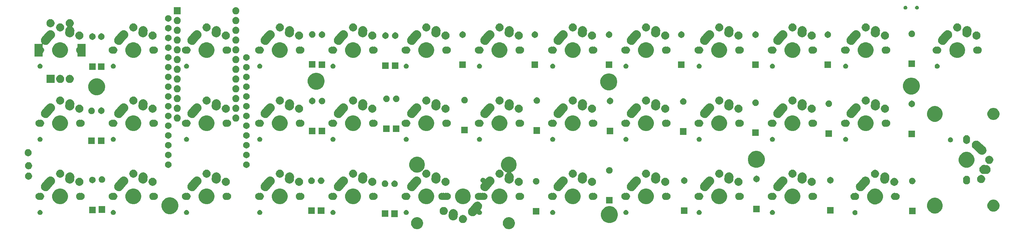
<source format=gts>
G04 #@! TF.GenerationSoftware,KiCad,Pcbnew,(5.1.5-0-10_14)*
G04 #@! TF.CreationDate,2021-05-19T21:25:40+03:00*
G04 #@! TF.ProjectId,PRKL30,50524b4c-3330-42e6-9b69-6361645f7063,rev?*
G04 #@! TF.SameCoordinates,Original*
G04 #@! TF.FileFunction,Soldermask,Top*
G04 #@! TF.FilePolarity,Negative*
%FSLAX46Y46*%
G04 Gerber Fmt 4.6, Leading zero omitted, Abs format (unit mm)*
G04 Created by KiCad (PCBNEW (5.1.5-0-10_14)) date 2021-05-19 21:25:40*
%MOMM*%
%LPD*%
G04 APERTURE LIST*
%ADD10C,0.100000*%
G04 APERTURE END LIST*
D10*
G36*
X178846601Y-110198024D02*
G01*
X179085411Y-110245526D01*
X179152907Y-110273484D01*
X179372041Y-110364252D01*
X179436663Y-110407431D01*
X179630004Y-110536617D01*
X179849383Y-110755996D01*
X179932203Y-110879946D01*
X180021748Y-111013959D01*
X180087556Y-111172835D01*
X180119366Y-111249629D01*
X180140474Y-111300590D01*
X180201000Y-111604875D01*
X180201000Y-111915125D01*
X180140474Y-112219410D01*
X180021748Y-112506041D01*
X180021747Y-112506042D01*
X179849383Y-112764004D01*
X179630004Y-112983383D01*
X179457639Y-113098553D01*
X179372041Y-113155748D01*
X179204137Y-113225296D01*
X179085411Y-113274474D01*
X178933267Y-113304737D01*
X178781125Y-113335000D01*
X178470875Y-113335000D01*
X178318733Y-113304737D01*
X178166589Y-113274474D01*
X178047863Y-113225296D01*
X177879959Y-113155748D01*
X177794361Y-113098553D01*
X177621996Y-112983383D01*
X177402617Y-112764004D01*
X177230253Y-112506042D01*
X177230252Y-112506041D01*
X177111526Y-112219410D01*
X177051000Y-111915125D01*
X177051000Y-111604875D01*
X177111526Y-111300590D01*
X177132635Y-111249629D01*
X177164444Y-111172835D01*
X177230252Y-111013959D01*
X177319797Y-110879946D01*
X177402617Y-110755996D01*
X177621996Y-110536617D01*
X177815337Y-110407431D01*
X177879959Y-110364252D01*
X178099093Y-110273484D01*
X178166589Y-110245526D01*
X178405399Y-110198024D01*
X178470875Y-110185000D01*
X178781125Y-110185000D01*
X178846601Y-110198024D01*
G37*
G36*
X154970601Y-110198024D02*
G01*
X155209411Y-110245526D01*
X155276907Y-110273484D01*
X155496041Y-110364252D01*
X155560663Y-110407431D01*
X155754004Y-110536617D01*
X155973383Y-110755996D01*
X156056203Y-110879946D01*
X156145748Y-111013959D01*
X156211556Y-111172835D01*
X156243366Y-111249629D01*
X156264474Y-111300590D01*
X156325000Y-111604875D01*
X156325000Y-111915125D01*
X156264474Y-112219410D01*
X156145748Y-112506041D01*
X156145747Y-112506042D01*
X155973383Y-112764004D01*
X155754004Y-112983383D01*
X155581639Y-113098553D01*
X155496041Y-113155748D01*
X155328137Y-113225296D01*
X155209411Y-113274474D01*
X155057267Y-113304737D01*
X154905125Y-113335000D01*
X154594875Y-113335000D01*
X154442733Y-113304737D01*
X154290589Y-113274474D01*
X154171863Y-113225296D01*
X154003959Y-113155748D01*
X153918361Y-113098553D01*
X153745996Y-112983383D01*
X153526617Y-112764004D01*
X153354253Y-112506042D01*
X153354252Y-112506041D01*
X153235526Y-112219410D01*
X153175000Y-111915125D01*
X153175000Y-111604875D01*
X153235526Y-111300590D01*
X153256635Y-111249629D01*
X153288444Y-111172835D01*
X153354252Y-111013959D01*
X153443797Y-110879946D01*
X153526617Y-110755996D01*
X153745996Y-110536617D01*
X153939337Y-110407431D01*
X154003959Y-110364252D01*
X154223093Y-110273484D01*
X154290589Y-110245526D01*
X154529399Y-110198024D01*
X154594875Y-110185000D01*
X154905125Y-110185000D01*
X154970601Y-110198024D01*
G37*
G36*
X205452007Y-107423582D02*
G01*
X205852563Y-107589498D01*
X205852565Y-107589499D01*
X206213056Y-107830371D01*
X206519629Y-108136944D01*
X206760501Y-108497435D01*
X206760502Y-108497437D01*
X206926418Y-108897993D01*
X207011000Y-109323219D01*
X207011000Y-109756781D01*
X206926418Y-110182007D01*
X206762868Y-110576850D01*
X206760501Y-110582565D01*
X206519629Y-110943056D01*
X206213056Y-111249629D01*
X205852565Y-111490501D01*
X205852564Y-111490502D01*
X205852563Y-111490502D01*
X205452007Y-111656418D01*
X205026781Y-111741000D01*
X204593219Y-111741000D01*
X204167993Y-111656418D01*
X203767437Y-111490502D01*
X203767436Y-111490502D01*
X203767435Y-111490501D01*
X203406944Y-111249629D01*
X203100371Y-110943056D01*
X202859499Y-110582565D01*
X202857132Y-110576850D01*
X202693582Y-110182007D01*
X202609000Y-109756781D01*
X202609000Y-109323219D01*
X202693582Y-108897993D01*
X202859498Y-108497437D01*
X202859499Y-108497435D01*
X203100371Y-108136944D01*
X203406944Y-107830371D01*
X203767435Y-107589499D01*
X203767437Y-107589498D01*
X204167993Y-107423582D01*
X204593219Y-107339000D01*
X205026781Y-107339000D01*
X205452007Y-107423582D01*
G37*
G36*
X166994564Y-109664389D02*
G01*
X167175111Y-109739174D01*
X167185835Y-109743616D01*
X167357973Y-109858635D01*
X167504365Y-110005027D01*
X167610495Y-110163861D01*
X167619385Y-110177167D01*
X167698611Y-110368436D01*
X167739000Y-110571484D01*
X167739000Y-110778516D01*
X167698611Y-110981564D01*
X167619385Y-111172833D01*
X167619384Y-111172835D01*
X167504365Y-111344973D01*
X167357973Y-111491365D01*
X167185835Y-111606384D01*
X167185834Y-111606385D01*
X167185833Y-111606385D01*
X166994564Y-111685611D01*
X166791516Y-111726000D01*
X166584484Y-111726000D01*
X166381436Y-111685611D01*
X166190167Y-111606385D01*
X166190166Y-111606385D01*
X166190165Y-111606384D01*
X166018027Y-111491365D01*
X165871635Y-111344973D01*
X165756616Y-111172835D01*
X165756615Y-111172833D01*
X165677389Y-110981564D01*
X165637000Y-110778516D01*
X165637000Y-110571484D01*
X165677389Y-110368436D01*
X165756615Y-110177167D01*
X165765506Y-110163861D01*
X165871635Y-110005027D01*
X166018027Y-109858635D01*
X166190165Y-109743616D01*
X166200889Y-109739174D01*
X166381436Y-109664389D01*
X166584484Y-109624000D01*
X166791516Y-109624000D01*
X166994564Y-109664389D01*
G37*
G36*
X164496829Y-108134380D02*
G01*
X164496831Y-108134381D01*
X164496833Y-108134381D01*
X164597555Y-108172592D01*
X164713419Y-108216547D01*
X164909818Y-108339389D01*
X165078477Y-108498186D01*
X165212915Y-108686836D01*
X165307967Y-108898089D01*
X165307968Y-108898093D01*
X165359980Y-109123825D01*
X165361969Y-109189890D01*
X165365206Y-109297348D01*
X165324288Y-109897554D01*
X165324000Y-109906032D01*
X165324000Y-109970826D01*
X165308167Y-110050423D01*
X165307515Y-110053982D01*
X165289078Y-110163861D01*
X165289077Y-110163865D01*
X165285466Y-110173383D01*
X165279743Y-110193323D01*
X165278807Y-110198027D01*
X165247511Y-110273583D01*
X165246183Y-110276931D01*
X165206911Y-110380451D01*
X165201571Y-110388988D01*
X165192074Y-110407419D01*
X165190158Y-110412045D01*
X165190156Y-110412048D01*
X165144131Y-110480929D01*
X165142118Y-110484041D01*
X165084069Y-110576850D01*
X165077316Y-110584023D01*
X165064407Y-110600245D01*
X165061461Y-110604654D01*
X165001704Y-110664411D01*
X164999115Y-110667080D01*
X164925272Y-110745509D01*
X164917519Y-110751034D01*
X164901674Y-110764441D01*
X164897654Y-110768461D01*
X164851175Y-110799516D01*
X164825637Y-110816580D01*
X164822604Y-110818674D01*
X164736623Y-110879947D01*
X164728292Y-110883696D01*
X164710145Y-110893750D01*
X164705047Y-110897157D01*
X164705046Y-110897158D01*
X164705045Y-110897158D01*
X164622698Y-110931267D01*
X164619366Y-110932706D01*
X164525370Y-110974999D01*
X164516916Y-110976947D01*
X164497162Y-110983266D01*
X164491027Y-110985807D01*
X164400967Y-111003721D01*
X164397287Y-111004511D01*
X164299633Y-111027011D01*
X164291478Y-111027257D01*
X164270856Y-111029602D01*
X164263826Y-111031000D01*
X164169060Y-111031000D01*
X164165303Y-111031057D01*
X164068087Y-111033985D01*
X164060559Y-111032722D01*
X164039888Y-111031000D01*
X164032174Y-111031000D01*
X163936267Y-111011923D01*
X163932669Y-111011263D01*
X163839629Y-110995652D01*
X163833007Y-110993140D01*
X163813064Y-110987416D01*
X163804973Y-110985807D01*
X163711889Y-110947250D01*
X163708522Y-110945914D01*
X163623039Y-110913485D01*
X163623034Y-110913483D01*
X163617485Y-110910012D01*
X163599044Y-110900509D01*
X163590955Y-110897158D01*
X163504869Y-110839637D01*
X163501800Y-110837654D01*
X163426640Y-110790643D01*
X163422230Y-110786491D01*
X163406001Y-110773576D01*
X163398346Y-110768461D01*
X163323416Y-110693531D01*
X163320743Y-110690938D01*
X163257981Y-110631846D01*
X163254727Y-110627280D01*
X163241321Y-110611436D01*
X163234539Y-110604654D01*
X163174504Y-110514805D01*
X163172366Y-110511707D01*
X163123543Y-110443197D01*
X163121393Y-110438418D01*
X163111343Y-110420278D01*
X163105842Y-110412045D01*
X163063846Y-110310657D01*
X163062362Y-110307222D01*
X163048757Y-110276984D01*
X163028491Y-110231944D01*
X163027379Y-110227118D01*
X163021058Y-110207357D01*
X163017193Y-110198026D01*
X162995561Y-110089275D01*
X162994775Y-110085614D01*
X162976478Y-110006206D01*
X162976335Y-110001454D01*
X162973991Y-109980835D01*
X162972000Y-109970825D01*
X162972000Y-109859359D01*
X162971944Y-109855653D01*
X162971252Y-109832685D01*
X162971712Y-109825934D01*
X162972000Y-109817468D01*
X162972000Y-109739172D01*
X162978995Y-109704004D01*
X162981107Y-109688131D01*
X163018653Y-109137379D01*
X163047380Y-108966171D01*
X163129546Y-108749581D01*
X163252389Y-108553182D01*
X163411186Y-108384523D01*
X163599835Y-108250085D01*
X163811088Y-108155033D01*
X164036825Y-108103020D01*
X164159787Y-108099317D01*
X164268371Y-108096047D01*
X164496829Y-108134380D01*
G37*
G36*
X149781000Y-110151000D02*
G01*
X148079000Y-110151000D01*
X148079000Y-108449000D01*
X149781000Y-108449000D01*
X149781000Y-110151000D01*
G37*
G36*
X147271000Y-110131000D02*
G01*
X145569000Y-110131000D01*
X145569000Y-108429000D01*
X147271000Y-108429000D01*
X147271000Y-110131000D01*
G37*
G36*
X170665522Y-106145245D02*
G01*
X170890511Y-106200404D01*
X170931154Y-106219378D01*
X171100420Y-106298398D01*
X171188958Y-106363377D01*
X171287171Y-106435455D01*
X171443597Y-106606315D01*
X171563686Y-106804409D01*
X171642821Y-107022125D01*
X171642821Y-107022126D01*
X171677960Y-107251092D01*
X171677960Y-107251096D01*
X171667755Y-107482522D01*
X171612596Y-107707512D01*
X171549808Y-107842007D01*
X171514604Y-107917418D01*
X171502404Y-107934041D01*
X171411891Y-108057372D01*
X171411885Y-108057379D01*
X171411884Y-108057380D01*
X171275249Y-108209662D01*
X171260751Y-108229416D01*
X171250385Y-108251620D01*
X171244550Y-108275419D01*
X171243471Y-108299900D01*
X171247188Y-108324120D01*
X171255559Y-108347150D01*
X171268262Y-108368105D01*
X171284809Y-108386178D01*
X171298841Y-108397073D01*
X171406987Y-108469334D01*
X171497665Y-108560012D01*
X171568910Y-108666638D01*
X171617983Y-108785110D01*
X171643000Y-108910881D01*
X171643000Y-109039119D01*
X171634192Y-109083401D01*
X171617983Y-109164890D01*
X171568909Y-109283364D01*
X171497665Y-109389988D01*
X171406988Y-109480665D01*
X171300364Y-109551909D01*
X171300363Y-109551910D01*
X171300362Y-109551910D01*
X171181890Y-109600983D01*
X171056119Y-109626000D01*
X170927881Y-109626000D01*
X170802110Y-109600983D01*
X170683638Y-109551910D01*
X170683637Y-109551910D01*
X170683636Y-109551909D01*
X170577012Y-109480665D01*
X170486335Y-109389988D01*
X170460481Y-109351295D01*
X170444936Y-109332353D01*
X170425994Y-109316808D01*
X170404383Y-109305257D01*
X170380934Y-109298144D01*
X170356548Y-109295742D01*
X170332162Y-109298144D01*
X170308713Y-109305257D01*
X170287102Y-109316808D01*
X170263512Y-109337262D01*
X170193772Y-109414988D01*
X170125164Y-109491452D01*
X170114273Y-109505479D01*
X170101459Y-109524656D01*
X170044599Y-109581516D01*
X170039952Y-109586423D01*
X170024739Y-109603378D01*
X170003056Y-109623230D01*
X169999117Y-109626998D01*
X169937655Y-109688460D01*
X169923931Y-109697630D01*
X169908976Y-109709362D01*
X169896695Y-109720605D01*
X169821918Y-109765937D01*
X169817350Y-109768845D01*
X169745045Y-109817158D01*
X169729776Y-109823483D01*
X169712851Y-109832055D01*
X169698601Y-109840694D01*
X169616434Y-109870559D01*
X169611392Y-109872519D01*
X169531027Y-109905807D01*
X169514822Y-109909030D01*
X169496527Y-109914142D01*
X169480885Y-109919828D01*
X169394547Y-109933078D01*
X169389130Y-109934032D01*
X169303827Y-109951000D01*
X169287305Y-109951000D01*
X169268343Y-109952447D01*
X169251918Y-109954968D01*
X169251914Y-109954968D01*
X169164654Y-109951120D01*
X169159186Y-109951000D01*
X169072173Y-109951000D01*
X169055955Y-109947774D01*
X169037095Y-109945495D01*
X169020489Y-109944763D01*
X168935679Y-109923971D01*
X168930386Y-109922797D01*
X168861171Y-109909029D01*
X168844972Y-109905807D01*
X168829679Y-109899472D01*
X168811620Y-109893556D01*
X168795499Y-109889604D01*
X168716440Y-109852696D01*
X168711469Y-109850508D01*
X168630955Y-109817158D01*
X168617171Y-109807948D01*
X168600615Y-109798625D01*
X168585594Y-109791612D01*
X168515331Y-109740046D01*
X168510832Y-109736894D01*
X168438346Y-109688461D01*
X168426616Y-109676731D01*
X168412185Y-109664347D01*
X168398843Y-109654555D01*
X168398840Y-109654553D01*
X168340021Y-109590307D01*
X168336236Y-109586351D01*
X168274541Y-109524656D01*
X168265314Y-109510847D01*
X168253586Y-109495897D01*
X168242413Y-109483693D01*
X168197273Y-109409232D01*
X168194359Y-109404656D01*
X168145842Y-109332045D01*
X168139478Y-109316682D01*
X168130900Y-109299745D01*
X168122324Y-109285599D01*
X168092591Y-109203797D01*
X168090637Y-109198767D01*
X168057193Y-109118027D01*
X168053947Y-109101709D01*
X168048833Y-109083408D01*
X168043190Y-109067883D01*
X168030003Y-108981957D01*
X168029048Y-108976533D01*
X168012000Y-108890827D01*
X168012000Y-108874186D01*
X168010553Y-108855224D01*
X168008050Y-108838916D01*
X168009320Y-108810110D01*
X168011880Y-108752060D01*
X168012000Y-108746592D01*
X168012000Y-108659173D01*
X168015249Y-108642839D01*
X168017528Y-108623980D01*
X168018255Y-108607487D01*
X168038956Y-108523050D01*
X168040131Y-108517752D01*
X168057193Y-108431973D01*
X168063576Y-108416564D01*
X168069487Y-108398516D01*
X168073414Y-108382497D01*
X168110173Y-108303757D01*
X168112354Y-108298801D01*
X168145842Y-108217955D01*
X168155106Y-108204091D01*
X168164434Y-108187527D01*
X168171405Y-108172594D01*
X168183126Y-108156623D01*
X168222801Y-108102563D01*
X168225940Y-108098080D01*
X168274539Y-108025346D01*
X168331728Y-107968157D01*
X168336378Y-107963247D01*
X169661261Y-106486640D01*
X169661267Y-106486635D01*
X169661271Y-106486630D01*
X169789314Y-106369403D01*
X169987408Y-106249314D01*
X170205124Y-106170179D01*
X170288166Y-106157435D01*
X170434091Y-106135040D01*
X170434095Y-106135040D01*
X170665522Y-106145245D01*
G37*
G36*
X268869890Y-108374017D02*
G01*
X268895254Y-108384523D01*
X268988364Y-108423091D01*
X269094988Y-108494335D01*
X269185665Y-108585012D01*
X269253702Y-108686836D01*
X269256910Y-108691638D01*
X269305983Y-108810110D01*
X269331000Y-108935881D01*
X269331000Y-109064119D01*
X269305983Y-109189890D01*
X269267265Y-109283364D01*
X269256909Y-109308364D01*
X269185665Y-109414988D01*
X269094988Y-109505665D01*
X268988364Y-109576909D01*
X268988363Y-109576910D01*
X268988362Y-109576910D01*
X268869890Y-109625983D01*
X268744119Y-109651000D01*
X268615881Y-109651000D01*
X268490110Y-109625983D01*
X268371638Y-109576910D01*
X268371637Y-109576910D01*
X268371636Y-109576909D01*
X268265012Y-109505665D01*
X268174335Y-109414988D01*
X268103091Y-109308364D01*
X268092736Y-109283364D01*
X268054017Y-109189890D01*
X268029000Y-109064119D01*
X268029000Y-108935881D01*
X268054017Y-108810110D01*
X268103090Y-108691638D01*
X268106299Y-108686836D01*
X268174335Y-108585012D01*
X268265012Y-108494335D01*
X268371636Y-108423091D01*
X268464747Y-108384523D01*
X268490110Y-108374017D01*
X268615881Y-108349000D01*
X268744119Y-108349000D01*
X268869890Y-108374017D01*
G37*
G36*
X75932390Y-108349017D02*
G01*
X76048407Y-108397073D01*
X76050864Y-108398091D01*
X76157487Y-108469334D01*
X76248165Y-108560012D01*
X76319410Y-108666638D01*
X76368483Y-108785110D01*
X76393500Y-108910881D01*
X76393500Y-109039119D01*
X76384692Y-109083401D01*
X76368483Y-109164890D01*
X76319409Y-109283364D01*
X76248165Y-109389988D01*
X76157488Y-109480665D01*
X76050864Y-109551909D01*
X76050863Y-109551910D01*
X76050862Y-109551910D01*
X75932390Y-109600983D01*
X75806619Y-109626000D01*
X75678381Y-109626000D01*
X75552610Y-109600983D01*
X75434138Y-109551910D01*
X75434137Y-109551910D01*
X75434136Y-109551909D01*
X75327512Y-109480665D01*
X75236835Y-109389988D01*
X75165591Y-109283364D01*
X75116517Y-109164890D01*
X75100308Y-109083401D01*
X75091500Y-109039119D01*
X75091500Y-108910881D01*
X75116517Y-108785110D01*
X75165590Y-108666638D01*
X75236835Y-108560012D01*
X75327513Y-108469334D01*
X75434136Y-108398091D01*
X75436594Y-108397073D01*
X75552610Y-108349017D01*
X75678381Y-108324000D01*
X75806619Y-108324000D01*
X75932390Y-108349017D01*
G37*
G36*
X56882390Y-108349017D02*
G01*
X56998407Y-108397073D01*
X57000864Y-108398091D01*
X57107487Y-108469334D01*
X57198165Y-108560012D01*
X57269410Y-108666638D01*
X57318483Y-108785110D01*
X57343500Y-108910881D01*
X57343500Y-109039119D01*
X57334692Y-109083401D01*
X57318483Y-109164890D01*
X57269409Y-109283364D01*
X57198165Y-109389988D01*
X57107488Y-109480665D01*
X57000864Y-109551909D01*
X57000863Y-109551910D01*
X57000862Y-109551910D01*
X56882390Y-109600983D01*
X56756619Y-109626000D01*
X56628381Y-109626000D01*
X56502610Y-109600983D01*
X56384138Y-109551910D01*
X56384137Y-109551910D01*
X56384136Y-109551909D01*
X56277512Y-109480665D01*
X56186835Y-109389988D01*
X56115591Y-109283364D01*
X56066517Y-109164890D01*
X56050308Y-109083401D01*
X56041500Y-109039119D01*
X56041500Y-108910881D01*
X56066517Y-108785110D01*
X56115590Y-108666638D01*
X56186835Y-108560012D01*
X56277513Y-108469334D01*
X56384136Y-108398091D01*
X56386594Y-108397073D01*
X56502610Y-108349017D01*
X56628381Y-108324000D01*
X56756619Y-108324000D01*
X56882390Y-108349017D01*
G37*
G36*
X247381890Y-108349017D02*
G01*
X247497907Y-108397073D01*
X247500364Y-108398091D01*
X247606987Y-108469334D01*
X247697665Y-108560012D01*
X247768910Y-108666638D01*
X247817983Y-108785110D01*
X247843000Y-108910881D01*
X247843000Y-109039119D01*
X247834192Y-109083401D01*
X247817983Y-109164890D01*
X247768909Y-109283364D01*
X247697665Y-109389988D01*
X247606988Y-109480665D01*
X247500364Y-109551909D01*
X247500363Y-109551910D01*
X247500362Y-109551910D01*
X247381890Y-109600983D01*
X247256119Y-109626000D01*
X247127881Y-109626000D01*
X247002110Y-109600983D01*
X246883638Y-109551910D01*
X246883637Y-109551910D01*
X246883636Y-109551909D01*
X246777012Y-109480665D01*
X246686335Y-109389988D01*
X246615091Y-109283364D01*
X246566017Y-109164890D01*
X246549808Y-109083401D01*
X246541000Y-109039119D01*
X246541000Y-108910881D01*
X246566017Y-108785110D01*
X246615090Y-108666638D01*
X246686335Y-108560012D01*
X246777013Y-108469334D01*
X246883636Y-108398091D01*
X246886094Y-108397073D01*
X247002110Y-108349017D01*
X247127881Y-108324000D01*
X247256119Y-108324000D01*
X247381890Y-108349017D01*
G37*
G36*
X228331890Y-108349017D02*
G01*
X228447907Y-108397073D01*
X228450364Y-108398091D01*
X228556987Y-108469334D01*
X228647665Y-108560012D01*
X228718910Y-108666638D01*
X228767983Y-108785110D01*
X228793000Y-108910881D01*
X228793000Y-109039119D01*
X228784192Y-109083401D01*
X228767983Y-109164890D01*
X228718909Y-109283364D01*
X228647665Y-109389988D01*
X228556988Y-109480665D01*
X228450364Y-109551909D01*
X228450363Y-109551910D01*
X228450362Y-109551910D01*
X228331890Y-109600983D01*
X228206119Y-109626000D01*
X228077881Y-109626000D01*
X227952110Y-109600983D01*
X227833638Y-109551910D01*
X227833637Y-109551910D01*
X227833636Y-109551909D01*
X227727012Y-109480665D01*
X227636335Y-109389988D01*
X227565091Y-109283364D01*
X227516017Y-109164890D01*
X227499808Y-109083401D01*
X227491000Y-109039119D01*
X227491000Y-108910881D01*
X227516017Y-108785110D01*
X227565090Y-108666638D01*
X227636335Y-108560012D01*
X227727013Y-108469334D01*
X227833636Y-108398091D01*
X227836094Y-108397073D01*
X227952110Y-108349017D01*
X228077881Y-108324000D01*
X228206119Y-108324000D01*
X228331890Y-108349017D01*
G37*
G36*
X209281890Y-108349017D02*
G01*
X209397907Y-108397073D01*
X209400364Y-108398091D01*
X209506987Y-108469334D01*
X209597665Y-108560012D01*
X209668910Y-108666638D01*
X209717983Y-108785110D01*
X209743000Y-108910881D01*
X209743000Y-109039119D01*
X209734192Y-109083401D01*
X209717983Y-109164890D01*
X209668909Y-109283364D01*
X209597665Y-109389988D01*
X209506988Y-109480665D01*
X209400364Y-109551909D01*
X209400363Y-109551910D01*
X209400362Y-109551910D01*
X209281890Y-109600983D01*
X209156119Y-109626000D01*
X209027881Y-109626000D01*
X208902110Y-109600983D01*
X208783638Y-109551910D01*
X208783637Y-109551910D01*
X208783636Y-109551909D01*
X208677012Y-109480665D01*
X208586335Y-109389988D01*
X208515091Y-109283364D01*
X208466017Y-109164890D01*
X208449808Y-109083401D01*
X208441000Y-109039119D01*
X208441000Y-108910881D01*
X208466017Y-108785110D01*
X208515090Y-108666638D01*
X208586335Y-108560012D01*
X208677013Y-108469334D01*
X208783636Y-108398091D01*
X208786094Y-108397073D01*
X208902110Y-108349017D01*
X209027881Y-108324000D01*
X209156119Y-108324000D01*
X209281890Y-108349017D01*
G37*
G36*
X190231890Y-108349017D02*
G01*
X190347907Y-108397073D01*
X190350364Y-108398091D01*
X190456987Y-108469334D01*
X190547665Y-108560012D01*
X190618910Y-108666638D01*
X190667983Y-108785110D01*
X190693000Y-108910881D01*
X190693000Y-109039119D01*
X190684192Y-109083401D01*
X190667983Y-109164890D01*
X190618909Y-109283364D01*
X190547665Y-109389988D01*
X190456988Y-109480665D01*
X190350364Y-109551909D01*
X190350363Y-109551910D01*
X190350362Y-109551910D01*
X190231890Y-109600983D01*
X190106119Y-109626000D01*
X189977881Y-109626000D01*
X189852110Y-109600983D01*
X189733638Y-109551910D01*
X189733637Y-109551910D01*
X189733636Y-109551909D01*
X189627012Y-109480665D01*
X189536335Y-109389988D01*
X189465091Y-109283364D01*
X189416017Y-109164890D01*
X189399808Y-109083401D01*
X189391000Y-109039119D01*
X189391000Y-108910881D01*
X189416017Y-108785110D01*
X189465090Y-108666638D01*
X189536335Y-108560012D01*
X189627013Y-108469334D01*
X189733636Y-108398091D01*
X189736094Y-108397073D01*
X189852110Y-108349017D01*
X189977881Y-108324000D01*
X190106119Y-108324000D01*
X190231890Y-108349017D01*
G37*
G36*
X152131890Y-108349017D02*
G01*
X152247907Y-108397073D01*
X152250364Y-108398091D01*
X152356987Y-108469334D01*
X152447665Y-108560012D01*
X152518910Y-108666638D01*
X152567983Y-108785110D01*
X152593000Y-108910881D01*
X152593000Y-109039119D01*
X152584192Y-109083401D01*
X152567983Y-109164890D01*
X152518909Y-109283364D01*
X152447665Y-109389988D01*
X152356988Y-109480665D01*
X152250364Y-109551909D01*
X152250363Y-109551910D01*
X152250362Y-109551910D01*
X152131890Y-109600983D01*
X152006119Y-109626000D01*
X151877881Y-109626000D01*
X151752110Y-109600983D01*
X151633638Y-109551910D01*
X151633637Y-109551910D01*
X151633636Y-109551909D01*
X151527012Y-109480665D01*
X151436335Y-109389988D01*
X151365091Y-109283364D01*
X151316017Y-109164890D01*
X151299808Y-109083401D01*
X151291000Y-109039119D01*
X151291000Y-108910881D01*
X151316017Y-108785110D01*
X151365090Y-108666638D01*
X151436335Y-108560012D01*
X151527013Y-108469334D01*
X151633636Y-108398091D01*
X151636094Y-108397073D01*
X151752110Y-108349017D01*
X151877881Y-108324000D01*
X152006119Y-108324000D01*
X152131890Y-108349017D01*
G37*
G36*
X133081890Y-108349017D02*
G01*
X133197907Y-108397073D01*
X133200364Y-108398091D01*
X133306987Y-108469334D01*
X133397665Y-108560012D01*
X133468910Y-108666638D01*
X133517983Y-108785110D01*
X133543000Y-108910881D01*
X133543000Y-109039119D01*
X133534192Y-109083401D01*
X133517983Y-109164890D01*
X133468909Y-109283364D01*
X133397665Y-109389988D01*
X133306988Y-109480665D01*
X133200364Y-109551909D01*
X133200363Y-109551910D01*
X133200362Y-109551910D01*
X133081890Y-109600983D01*
X132956119Y-109626000D01*
X132827881Y-109626000D01*
X132702110Y-109600983D01*
X132583638Y-109551910D01*
X132583637Y-109551910D01*
X132583636Y-109551909D01*
X132477012Y-109480665D01*
X132386335Y-109389988D01*
X132315091Y-109283364D01*
X132266017Y-109164890D01*
X132249808Y-109083401D01*
X132241000Y-109039119D01*
X132241000Y-108910881D01*
X132266017Y-108785110D01*
X132315090Y-108666638D01*
X132386335Y-108560012D01*
X132477013Y-108469334D01*
X132583636Y-108398091D01*
X132586094Y-108397073D01*
X132702110Y-108349017D01*
X132827881Y-108324000D01*
X132956119Y-108324000D01*
X133081890Y-108349017D01*
G37*
G36*
X114031890Y-108349017D02*
G01*
X114147907Y-108397073D01*
X114150364Y-108398091D01*
X114256987Y-108469334D01*
X114347665Y-108560012D01*
X114418910Y-108666638D01*
X114467983Y-108785110D01*
X114493000Y-108910881D01*
X114493000Y-109039119D01*
X114484192Y-109083401D01*
X114467983Y-109164890D01*
X114418909Y-109283364D01*
X114347665Y-109389988D01*
X114256988Y-109480665D01*
X114150364Y-109551909D01*
X114150363Y-109551910D01*
X114150362Y-109551910D01*
X114031890Y-109600983D01*
X113906119Y-109626000D01*
X113777881Y-109626000D01*
X113652110Y-109600983D01*
X113533638Y-109551910D01*
X113533637Y-109551910D01*
X113533636Y-109551909D01*
X113427012Y-109480665D01*
X113336335Y-109389988D01*
X113265091Y-109283364D01*
X113216017Y-109164890D01*
X113199808Y-109083401D01*
X113191000Y-109039119D01*
X113191000Y-108910881D01*
X113216017Y-108785110D01*
X113265090Y-108666638D01*
X113336335Y-108560012D01*
X113427013Y-108469334D01*
X113533636Y-108398091D01*
X113536094Y-108397073D01*
X113652110Y-108349017D01*
X113777881Y-108324000D01*
X113906119Y-108324000D01*
X114031890Y-108349017D01*
G37*
G36*
X94981890Y-108349017D02*
G01*
X95097907Y-108397073D01*
X95100364Y-108398091D01*
X95206987Y-108469334D01*
X95297665Y-108560012D01*
X95368910Y-108666638D01*
X95417983Y-108785110D01*
X95443000Y-108910881D01*
X95443000Y-109039119D01*
X95434192Y-109083401D01*
X95417983Y-109164890D01*
X95368909Y-109283364D01*
X95297665Y-109389988D01*
X95206988Y-109480665D01*
X95100364Y-109551909D01*
X95100363Y-109551910D01*
X95100362Y-109551910D01*
X94981890Y-109600983D01*
X94856119Y-109626000D01*
X94727881Y-109626000D01*
X94602110Y-109600983D01*
X94483638Y-109551910D01*
X94483637Y-109551910D01*
X94483636Y-109551909D01*
X94377012Y-109480665D01*
X94286335Y-109389988D01*
X94215091Y-109283364D01*
X94166017Y-109164890D01*
X94149808Y-109083401D01*
X94141000Y-109039119D01*
X94141000Y-108910881D01*
X94166017Y-108785110D01*
X94215090Y-108666638D01*
X94286335Y-108560012D01*
X94377013Y-108469334D01*
X94483636Y-108398091D01*
X94486094Y-108397073D01*
X94602110Y-108349017D01*
X94727881Y-108324000D01*
X94856119Y-108324000D01*
X94981890Y-108349017D01*
G37*
G36*
X161994564Y-107564389D02*
G01*
X162185833Y-107643615D01*
X162185835Y-107643616D01*
X162357973Y-107758635D01*
X162504365Y-107905027D01*
X162606159Y-108057372D01*
X162619385Y-108077167D01*
X162698611Y-108268436D01*
X162739000Y-108471484D01*
X162739000Y-108678516D01*
X162698611Y-108881564D01*
X162622995Y-109064118D01*
X162619384Y-109072835D01*
X162504365Y-109244973D01*
X162357973Y-109391365D01*
X162185835Y-109506384D01*
X162185834Y-109506385D01*
X162185833Y-109506385D01*
X161994564Y-109585611D01*
X161791516Y-109626000D01*
X161584484Y-109626000D01*
X161381436Y-109585611D01*
X161190167Y-109506385D01*
X161190166Y-109506385D01*
X161190165Y-109506384D01*
X161018027Y-109391365D01*
X160871635Y-109244973D01*
X160756616Y-109072835D01*
X160753005Y-109064118D01*
X160677389Y-108881564D01*
X160637000Y-108678516D01*
X160637000Y-108471484D01*
X160677389Y-108268436D01*
X160756615Y-108077167D01*
X160769842Y-108057372D01*
X160871635Y-107905027D01*
X161018027Y-107758635D01*
X161190165Y-107643616D01*
X161190167Y-107643615D01*
X161381436Y-107564389D01*
X161584484Y-107524000D01*
X161791516Y-107524000D01*
X161994564Y-107564389D01*
G37*
G36*
X186591000Y-109493000D02*
G01*
X184889000Y-109493000D01*
X184889000Y-107791000D01*
X186591000Y-107791000D01*
X186591000Y-109493000D01*
G37*
G36*
X284417000Y-109407000D02*
G01*
X282715000Y-109407000D01*
X282715000Y-107705000D01*
X284417000Y-107705000D01*
X284417000Y-109407000D01*
G37*
G36*
X91092007Y-105083582D02*
G01*
X91492563Y-105249498D01*
X91492565Y-105249499D01*
X91853056Y-105490371D01*
X92159629Y-105796944D01*
X92347790Y-106078548D01*
X92400502Y-106157437D01*
X92566418Y-106557993D01*
X92651000Y-106983219D01*
X92651000Y-107416781D01*
X92566418Y-107842007D01*
X92400502Y-108242563D01*
X92400501Y-108242565D01*
X92159629Y-108603056D01*
X91853056Y-108909629D01*
X91492565Y-109150501D01*
X91492564Y-109150502D01*
X91492563Y-109150502D01*
X91092007Y-109316418D01*
X90666781Y-109401000D01*
X90233219Y-109401000D01*
X89807993Y-109316418D01*
X89407437Y-109150502D01*
X89407436Y-109150502D01*
X89407435Y-109150501D01*
X89046944Y-108909629D01*
X88740371Y-108603056D01*
X88499499Y-108242565D01*
X88499498Y-108242563D01*
X88333582Y-107842007D01*
X88249000Y-107416781D01*
X88249000Y-106983219D01*
X88333582Y-106557993D01*
X88499498Y-106157437D01*
X88552210Y-106078548D01*
X88740371Y-105796944D01*
X89046944Y-105490371D01*
X89407435Y-105249499D01*
X89407437Y-105249498D01*
X89807993Y-105083582D01*
X90233219Y-104999000D01*
X90666781Y-104999000D01*
X91092007Y-105083582D01*
G37*
G36*
X130651000Y-109351000D02*
G01*
X128949000Y-109351000D01*
X128949000Y-107649000D01*
X130651000Y-107649000D01*
X130651000Y-109351000D01*
G37*
G36*
X128151000Y-109351000D02*
G01*
X126449000Y-109351000D01*
X126449000Y-107649000D01*
X128151000Y-107649000D01*
X128151000Y-109351000D01*
G37*
G36*
X225133000Y-109309000D02*
G01*
X223431000Y-109309000D01*
X223431000Y-107607000D01*
X225133000Y-107607000D01*
X225133000Y-109309000D01*
G37*
G36*
X290041474Y-105221684D02*
G01*
X290259474Y-105311983D01*
X290413623Y-105375833D01*
X290748548Y-105599623D01*
X291033377Y-105884452D01*
X291257167Y-106219377D01*
X291321017Y-106373526D01*
X291411316Y-106591526D01*
X291489900Y-106986594D01*
X291489900Y-107389406D01*
X291411316Y-107784474D01*
X291349363Y-107934041D01*
X291257167Y-108156623D01*
X291033377Y-108491548D01*
X290748548Y-108776377D01*
X290413623Y-109000167D01*
X290259474Y-109064017D01*
X290041474Y-109154316D01*
X289646406Y-109232900D01*
X289243594Y-109232900D01*
X288848526Y-109154316D01*
X288630526Y-109064017D01*
X288476377Y-109000167D01*
X288141452Y-108776377D01*
X287856623Y-108491548D01*
X287632833Y-108156623D01*
X287540637Y-107934041D01*
X287478684Y-107784474D01*
X287400100Y-107389406D01*
X287400100Y-106986594D01*
X287478684Y-106591526D01*
X287568983Y-106373526D01*
X287632833Y-106219377D01*
X287856623Y-105884452D01*
X288141452Y-105599623D01*
X288476377Y-105375833D01*
X288630526Y-105311983D01*
X288848526Y-105221684D01*
X289243594Y-105143100D01*
X289646406Y-105143100D01*
X290041474Y-105221684D01*
G37*
G36*
X263127000Y-109227000D02*
G01*
X261425000Y-109227000D01*
X261425000Y-107525000D01*
X263127000Y-107525000D01*
X263127000Y-109227000D01*
G37*
G36*
X71151000Y-109151000D02*
G01*
X69449000Y-109151000D01*
X69449000Y-107449000D01*
X71151000Y-107449000D01*
X71151000Y-109151000D01*
G37*
G36*
X73651000Y-109051000D02*
G01*
X71949000Y-109051000D01*
X71949000Y-107349000D01*
X73651000Y-107349000D01*
X73651000Y-109051000D01*
G37*
G36*
X243929000Y-108891000D02*
G01*
X242227000Y-108891000D01*
X242227000Y-107189000D01*
X243929000Y-107189000D01*
X243929000Y-108891000D01*
G37*
G36*
X304982776Y-105641375D02*
G01*
X305144411Y-105673526D01*
X305263137Y-105722704D01*
X305431041Y-105792252D01*
X305516639Y-105849447D01*
X305689004Y-105964617D01*
X305908383Y-106183996D01*
X306023553Y-106356361D01*
X306080748Y-106441959D01*
X306140895Y-106587167D01*
X306199474Y-106728589D01*
X306260000Y-107032876D01*
X306260000Y-107343124D01*
X306199474Y-107647411D01*
X306175620Y-107705000D01*
X306080748Y-107934041D01*
X306080747Y-107934042D01*
X305908383Y-108192004D01*
X305689004Y-108411383D01*
X305529811Y-108517752D01*
X305431041Y-108583748D01*
X305288382Y-108642839D01*
X305144411Y-108702474D01*
X305035221Y-108724193D01*
X304840125Y-108763000D01*
X304529875Y-108763000D01*
X304334779Y-108724193D01*
X304225589Y-108702474D01*
X304081618Y-108642839D01*
X303938959Y-108583748D01*
X303840189Y-108517752D01*
X303680996Y-108411383D01*
X303461617Y-108192004D01*
X303289253Y-107934042D01*
X303289252Y-107934041D01*
X303194380Y-107705000D01*
X303170526Y-107647411D01*
X303110000Y-107343124D01*
X303110000Y-107032876D01*
X303170526Y-106728589D01*
X303229105Y-106587167D01*
X303289252Y-106441959D01*
X303346447Y-106356361D01*
X303461617Y-106183996D01*
X303680996Y-105964617D01*
X303853361Y-105849447D01*
X303938959Y-105792252D01*
X304106863Y-105722704D01*
X304225589Y-105673526D01*
X304387224Y-105641375D01*
X304529875Y-105613000D01*
X304840125Y-105613000D01*
X304982776Y-105641375D01*
G37*
G36*
X274496474Y-102833684D02*
G01*
X274714474Y-102923983D01*
X274868623Y-102987833D01*
X275203548Y-103211623D01*
X275488377Y-103496452D01*
X275712167Y-103831377D01*
X275744562Y-103909586D01*
X275866316Y-104203526D01*
X275944900Y-104598594D01*
X275944900Y-105001406D01*
X275866316Y-105396474D01*
X275783831Y-105595611D01*
X275712167Y-105768623D01*
X275488377Y-106103548D01*
X275203548Y-106388377D01*
X274868623Y-106612167D01*
X274736244Y-106667000D01*
X274496474Y-106766316D01*
X274101406Y-106844900D01*
X273698594Y-106844900D01*
X273303526Y-106766316D01*
X273063756Y-106667000D01*
X272931377Y-106612167D01*
X272596452Y-106388377D01*
X272311623Y-106103548D01*
X272087833Y-105768623D01*
X272016169Y-105595611D01*
X271933684Y-105396474D01*
X271855100Y-105001406D01*
X271855100Y-104598594D01*
X271933684Y-104203526D01*
X272055438Y-103909586D01*
X272087833Y-103831377D01*
X272311623Y-103496452D01*
X272596452Y-103211623D01*
X272931377Y-102987833D01*
X273085526Y-102923983D01*
X273303526Y-102833684D01*
X273698594Y-102755100D01*
X274101406Y-102755100D01*
X274496474Y-102833684D01*
G37*
G36*
X62508974Y-102808684D02*
G01*
X62726974Y-102898983D01*
X62881123Y-102962833D01*
X63216048Y-103186623D01*
X63500877Y-103471452D01*
X63724667Y-103806377D01*
X63765735Y-103905525D01*
X63878816Y-104178526D01*
X63957400Y-104573594D01*
X63957400Y-104976406D01*
X63878816Y-105371474D01*
X63817596Y-105519271D01*
X63724667Y-105743623D01*
X63500877Y-106078548D01*
X63216048Y-106363377D01*
X62881123Y-106587167D01*
X62834895Y-106606315D01*
X62508974Y-106741316D01*
X62113906Y-106819900D01*
X61711094Y-106819900D01*
X61316026Y-106741316D01*
X60990105Y-106606315D01*
X60943877Y-106587167D01*
X60608952Y-106363377D01*
X60324123Y-106078548D01*
X60100333Y-105743623D01*
X60007404Y-105519271D01*
X59946184Y-105371474D01*
X59867600Y-104976406D01*
X59867600Y-104573594D01*
X59946184Y-104178526D01*
X60059265Y-103905525D01*
X60100333Y-103806377D01*
X60324123Y-103471452D01*
X60608952Y-103186623D01*
X60943877Y-102962833D01*
X61098026Y-102898983D01*
X61316026Y-102808684D01*
X61711094Y-102730100D01*
X62113906Y-102730100D01*
X62508974Y-102808684D01*
G37*
G36*
X119658474Y-102808684D02*
G01*
X119876474Y-102898983D01*
X120030623Y-102962833D01*
X120365548Y-103186623D01*
X120650377Y-103471452D01*
X120874167Y-103806377D01*
X120915235Y-103905525D01*
X121028316Y-104178526D01*
X121106900Y-104573594D01*
X121106900Y-104976406D01*
X121028316Y-105371474D01*
X120967096Y-105519271D01*
X120874167Y-105743623D01*
X120650377Y-106078548D01*
X120365548Y-106363377D01*
X120030623Y-106587167D01*
X119984395Y-106606315D01*
X119658474Y-106741316D01*
X119263406Y-106819900D01*
X118860594Y-106819900D01*
X118465526Y-106741316D01*
X118139605Y-106606315D01*
X118093377Y-106587167D01*
X117758452Y-106363377D01*
X117473623Y-106078548D01*
X117249833Y-105743623D01*
X117156904Y-105519271D01*
X117095684Y-105371474D01*
X117017100Y-104976406D01*
X117017100Y-104573594D01*
X117095684Y-104178526D01*
X117208765Y-103905525D01*
X117249833Y-103806377D01*
X117473623Y-103471452D01*
X117758452Y-103186623D01*
X118093377Y-102962833D01*
X118247526Y-102898983D01*
X118465526Y-102808684D01*
X118860594Y-102730100D01*
X119263406Y-102730100D01*
X119658474Y-102808684D01*
G37*
G36*
X167284474Y-102808684D02*
G01*
X167502474Y-102898983D01*
X167656623Y-102962833D01*
X167991548Y-103186623D01*
X168276377Y-103471452D01*
X168500167Y-103806377D01*
X168541235Y-103905525D01*
X168654316Y-104178526D01*
X168732900Y-104573594D01*
X168732900Y-104976406D01*
X168654316Y-105371474D01*
X168593096Y-105519271D01*
X168500167Y-105743623D01*
X168276377Y-106078548D01*
X167991548Y-106363377D01*
X167656623Y-106587167D01*
X167610395Y-106606315D01*
X167284474Y-106741316D01*
X166889406Y-106819900D01*
X166486594Y-106819900D01*
X166091526Y-106741316D01*
X165765605Y-106606315D01*
X165719377Y-106587167D01*
X165384452Y-106363377D01*
X165099623Y-106078548D01*
X164875833Y-105743623D01*
X164782904Y-105519271D01*
X164721684Y-105371474D01*
X164643100Y-104976406D01*
X164643100Y-104573594D01*
X164721684Y-104178526D01*
X164834765Y-103905525D01*
X164875833Y-103806377D01*
X165099623Y-103471452D01*
X165384452Y-103186623D01*
X165719377Y-102962833D01*
X165873526Y-102898983D01*
X166091526Y-102808684D01*
X166486594Y-102730100D01*
X166889406Y-102730100D01*
X167284474Y-102808684D01*
G37*
G36*
X176808474Y-102808684D02*
G01*
X177026474Y-102898983D01*
X177180623Y-102962833D01*
X177515548Y-103186623D01*
X177800377Y-103471452D01*
X178024167Y-103806377D01*
X178065235Y-103905525D01*
X178178316Y-104178526D01*
X178256900Y-104573594D01*
X178256900Y-104976406D01*
X178178316Y-105371474D01*
X178117096Y-105519271D01*
X178024167Y-105743623D01*
X177800377Y-106078548D01*
X177515548Y-106363377D01*
X177180623Y-106587167D01*
X177134395Y-106606315D01*
X176808474Y-106741316D01*
X176413406Y-106819900D01*
X176010594Y-106819900D01*
X175615526Y-106741316D01*
X175289605Y-106606315D01*
X175243377Y-106587167D01*
X174908452Y-106363377D01*
X174623623Y-106078548D01*
X174399833Y-105743623D01*
X174306904Y-105519271D01*
X174245684Y-105371474D01*
X174167100Y-104976406D01*
X174167100Y-104573594D01*
X174245684Y-104178526D01*
X174358765Y-103905525D01*
X174399833Y-103806377D01*
X174623623Y-103471452D01*
X174908452Y-103186623D01*
X175243377Y-102962833D01*
X175397526Y-102898983D01*
X175615526Y-102808684D01*
X176010594Y-102730100D01*
X176413406Y-102730100D01*
X176808474Y-102808684D01*
G37*
G36*
X195858474Y-102808684D02*
G01*
X196076474Y-102898983D01*
X196230623Y-102962833D01*
X196565548Y-103186623D01*
X196850377Y-103471452D01*
X197074167Y-103806377D01*
X197115235Y-103905525D01*
X197228316Y-104178526D01*
X197306900Y-104573594D01*
X197306900Y-104976406D01*
X197228316Y-105371474D01*
X197167096Y-105519271D01*
X197074167Y-105743623D01*
X196850377Y-106078548D01*
X196565548Y-106363377D01*
X196230623Y-106587167D01*
X196184395Y-106606315D01*
X195858474Y-106741316D01*
X195463406Y-106819900D01*
X195060594Y-106819900D01*
X194665526Y-106741316D01*
X194339605Y-106606315D01*
X194293377Y-106587167D01*
X193958452Y-106363377D01*
X193673623Y-106078548D01*
X193449833Y-105743623D01*
X193356904Y-105519271D01*
X193295684Y-105371474D01*
X193217100Y-104976406D01*
X193217100Y-104573594D01*
X193295684Y-104178526D01*
X193408765Y-103905525D01*
X193449833Y-103806377D01*
X193673623Y-103471452D01*
X193958452Y-103186623D01*
X194293377Y-102962833D01*
X194447526Y-102898983D01*
X194665526Y-102808684D01*
X195060594Y-102730100D01*
X195463406Y-102730100D01*
X195858474Y-102808684D01*
G37*
G36*
X214908474Y-102808684D02*
G01*
X215126474Y-102898983D01*
X215280623Y-102962833D01*
X215615548Y-103186623D01*
X215900377Y-103471452D01*
X216124167Y-103806377D01*
X216165235Y-103905525D01*
X216278316Y-104178526D01*
X216356900Y-104573594D01*
X216356900Y-104976406D01*
X216278316Y-105371474D01*
X216217096Y-105519271D01*
X216124167Y-105743623D01*
X215900377Y-106078548D01*
X215615548Y-106363377D01*
X215280623Y-106587167D01*
X215234395Y-106606315D01*
X214908474Y-106741316D01*
X214513406Y-106819900D01*
X214110594Y-106819900D01*
X213715526Y-106741316D01*
X213389605Y-106606315D01*
X213343377Y-106587167D01*
X213008452Y-106363377D01*
X212723623Y-106078548D01*
X212499833Y-105743623D01*
X212406904Y-105519271D01*
X212345684Y-105371474D01*
X212267100Y-104976406D01*
X212267100Y-104573594D01*
X212345684Y-104178526D01*
X212458765Y-103905525D01*
X212499833Y-103806377D01*
X212723623Y-103471452D01*
X213008452Y-103186623D01*
X213343377Y-102962833D01*
X213497526Y-102898983D01*
X213715526Y-102808684D01*
X214110594Y-102730100D01*
X214513406Y-102730100D01*
X214908474Y-102808684D01*
G37*
G36*
X138708474Y-102808684D02*
G01*
X138926474Y-102898983D01*
X139080623Y-102962833D01*
X139415548Y-103186623D01*
X139700377Y-103471452D01*
X139924167Y-103806377D01*
X139965235Y-103905525D01*
X140078316Y-104178526D01*
X140156900Y-104573594D01*
X140156900Y-104976406D01*
X140078316Y-105371474D01*
X140017096Y-105519271D01*
X139924167Y-105743623D01*
X139700377Y-106078548D01*
X139415548Y-106363377D01*
X139080623Y-106587167D01*
X139034395Y-106606315D01*
X138708474Y-106741316D01*
X138313406Y-106819900D01*
X137910594Y-106819900D01*
X137515526Y-106741316D01*
X137189605Y-106606315D01*
X137143377Y-106587167D01*
X136808452Y-106363377D01*
X136523623Y-106078548D01*
X136299833Y-105743623D01*
X136206904Y-105519271D01*
X136145684Y-105371474D01*
X136067100Y-104976406D01*
X136067100Y-104573594D01*
X136145684Y-104178526D01*
X136258765Y-103905525D01*
X136299833Y-103806377D01*
X136523623Y-103471452D01*
X136808452Y-103186623D01*
X137143377Y-102962833D01*
X137297526Y-102898983D01*
X137515526Y-102808684D01*
X137910594Y-102730100D01*
X138313406Y-102730100D01*
X138708474Y-102808684D01*
G37*
G36*
X233958474Y-102808684D02*
G01*
X234176474Y-102898983D01*
X234330623Y-102962833D01*
X234665548Y-103186623D01*
X234950377Y-103471452D01*
X235174167Y-103806377D01*
X235215235Y-103905525D01*
X235328316Y-104178526D01*
X235406900Y-104573594D01*
X235406900Y-104976406D01*
X235328316Y-105371474D01*
X235267096Y-105519271D01*
X235174167Y-105743623D01*
X234950377Y-106078548D01*
X234665548Y-106363377D01*
X234330623Y-106587167D01*
X234284395Y-106606315D01*
X233958474Y-106741316D01*
X233563406Y-106819900D01*
X233160594Y-106819900D01*
X232765526Y-106741316D01*
X232439605Y-106606315D01*
X232393377Y-106587167D01*
X232058452Y-106363377D01*
X231773623Y-106078548D01*
X231549833Y-105743623D01*
X231456904Y-105519271D01*
X231395684Y-105371474D01*
X231317100Y-104976406D01*
X231317100Y-104573594D01*
X231395684Y-104178526D01*
X231508765Y-103905525D01*
X231549833Y-103806377D01*
X231773623Y-103471452D01*
X232058452Y-103186623D01*
X232393377Y-102962833D01*
X232547526Y-102898983D01*
X232765526Y-102808684D01*
X233160594Y-102730100D01*
X233563406Y-102730100D01*
X233958474Y-102808684D01*
G37*
G36*
X253008474Y-102808684D02*
G01*
X253226474Y-102898983D01*
X253380623Y-102962833D01*
X253715548Y-103186623D01*
X254000377Y-103471452D01*
X254224167Y-103806377D01*
X254265235Y-103905525D01*
X254378316Y-104178526D01*
X254456900Y-104573594D01*
X254456900Y-104976406D01*
X254378316Y-105371474D01*
X254317096Y-105519271D01*
X254224167Y-105743623D01*
X254000377Y-106078548D01*
X253715548Y-106363377D01*
X253380623Y-106587167D01*
X253334395Y-106606315D01*
X253008474Y-106741316D01*
X252613406Y-106819900D01*
X252210594Y-106819900D01*
X251815526Y-106741316D01*
X251489605Y-106606315D01*
X251443377Y-106587167D01*
X251108452Y-106363377D01*
X250823623Y-106078548D01*
X250599833Y-105743623D01*
X250506904Y-105519271D01*
X250445684Y-105371474D01*
X250367100Y-104976406D01*
X250367100Y-104573594D01*
X250445684Y-104178526D01*
X250558765Y-103905525D01*
X250599833Y-103806377D01*
X250823623Y-103471452D01*
X251108452Y-103186623D01*
X251443377Y-102962833D01*
X251597526Y-102898983D01*
X251815526Y-102808684D01*
X252210594Y-102730100D01*
X252613406Y-102730100D01*
X253008474Y-102808684D01*
G37*
G36*
X81558974Y-102808684D02*
G01*
X81776974Y-102898983D01*
X81931123Y-102962833D01*
X82266048Y-103186623D01*
X82550877Y-103471452D01*
X82774667Y-103806377D01*
X82815735Y-103905525D01*
X82928816Y-104178526D01*
X83007400Y-104573594D01*
X83007400Y-104976406D01*
X82928816Y-105371474D01*
X82867596Y-105519271D01*
X82774667Y-105743623D01*
X82550877Y-106078548D01*
X82266048Y-106363377D01*
X81931123Y-106587167D01*
X81884895Y-106606315D01*
X81558974Y-106741316D01*
X81163906Y-106819900D01*
X80761094Y-106819900D01*
X80366026Y-106741316D01*
X80040105Y-106606315D01*
X79993877Y-106587167D01*
X79658952Y-106363377D01*
X79374123Y-106078548D01*
X79150333Y-105743623D01*
X79057404Y-105519271D01*
X78996184Y-105371474D01*
X78917600Y-104976406D01*
X78917600Y-104573594D01*
X78996184Y-104178526D01*
X79109265Y-103905525D01*
X79150333Y-103806377D01*
X79374123Y-103471452D01*
X79658952Y-103186623D01*
X79993877Y-102962833D01*
X80148026Y-102898983D01*
X80366026Y-102808684D01*
X80761094Y-102730100D01*
X81163906Y-102730100D01*
X81558974Y-102808684D01*
G37*
G36*
X100608474Y-102808684D02*
G01*
X100826474Y-102898983D01*
X100980623Y-102962833D01*
X101315548Y-103186623D01*
X101600377Y-103471452D01*
X101824167Y-103806377D01*
X101865235Y-103905525D01*
X101978316Y-104178526D01*
X102056900Y-104573594D01*
X102056900Y-104976406D01*
X101978316Y-105371474D01*
X101917096Y-105519271D01*
X101824167Y-105743623D01*
X101600377Y-106078548D01*
X101315548Y-106363377D01*
X100980623Y-106587167D01*
X100934395Y-106606315D01*
X100608474Y-106741316D01*
X100213406Y-106819900D01*
X99810594Y-106819900D01*
X99415526Y-106741316D01*
X99089605Y-106606315D01*
X99043377Y-106587167D01*
X98708452Y-106363377D01*
X98423623Y-106078548D01*
X98199833Y-105743623D01*
X98106904Y-105519271D01*
X98045684Y-105371474D01*
X97967100Y-104976406D01*
X97967100Y-104573594D01*
X98045684Y-104178526D01*
X98158765Y-103905525D01*
X98199833Y-103806377D01*
X98423623Y-103471452D01*
X98708452Y-103186623D01*
X99043377Y-102962833D01*
X99197526Y-102898983D01*
X99415526Y-102808684D01*
X99810594Y-102730100D01*
X100213406Y-102730100D01*
X100608474Y-102808684D01*
G37*
G36*
X157758474Y-102808684D02*
G01*
X157976474Y-102898983D01*
X158130623Y-102962833D01*
X158465548Y-103186623D01*
X158750377Y-103471452D01*
X158974167Y-103806377D01*
X159015235Y-103905525D01*
X159128316Y-104178526D01*
X159206900Y-104573594D01*
X159206900Y-104976406D01*
X159128316Y-105371474D01*
X159067096Y-105519271D01*
X158974167Y-105743623D01*
X158750377Y-106078548D01*
X158465548Y-106363377D01*
X158130623Y-106587167D01*
X158084395Y-106606315D01*
X157758474Y-106741316D01*
X157363406Y-106819900D01*
X156960594Y-106819900D01*
X156565526Y-106741316D01*
X156239605Y-106606315D01*
X156193377Y-106587167D01*
X155858452Y-106363377D01*
X155573623Y-106078548D01*
X155349833Y-105743623D01*
X155256904Y-105519271D01*
X155195684Y-105371474D01*
X155117100Y-104976406D01*
X155117100Y-104573594D01*
X155195684Y-104178526D01*
X155308765Y-103905525D01*
X155349833Y-103806377D01*
X155573623Y-103471452D01*
X155858452Y-103186623D01*
X156193377Y-102962833D01*
X156347526Y-102898983D01*
X156565526Y-102808684D01*
X156960594Y-102730100D01*
X157363406Y-102730100D01*
X157758474Y-102808684D01*
G37*
G36*
X205637000Y-106667000D02*
G01*
X203935000Y-106667000D01*
X203935000Y-104965000D01*
X205637000Y-104965000D01*
X205637000Y-106667000D01*
G37*
G36*
X269090104Y-103909585D02*
G01*
X269258626Y-103979389D01*
X269410291Y-104080728D01*
X269539272Y-104209709D01*
X269640611Y-104361374D01*
X269710415Y-104529896D01*
X269746000Y-104708797D01*
X269746000Y-104891203D01*
X269710415Y-105070104D01*
X269640611Y-105238626D01*
X269539272Y-105390291D01*
X269410291Y-105519272D01*
X269258626Y-105620611D01*
X269090104Y-105690415D01*
X268911203Y-105726000D01*
X268728797Y-105726000D01*
X268570300Y-105694474D01*
X268545929Y-105692073D01*
X268521550Y-105694474D01*
X268488741Y-105701000D01*
X268311258Y-105701000D01*
X268278455Y-105694475D01*
X268137188Y-105666376D01*
X267973216Y-105598456D01*
X267825646Y-105499853D01*
X267700147Y-105374354D01*
X267601544Y-105226784D01*
X267533624Y-105062812D01*
X267499000Y-104888741D01*
X267499000Y-104711259D01*
X267533624Y-104537188D01*
X267601544Y-104373216D01*
X267700147Y-104225646D01*
X267825646Y-104100147D01*
X267973216Y-104001544D01*
X268137188Y-103933624D01*
X268286488Y-103903927D01*
X268311258Y-103899000D01*
X268488741Y-103899000D01*
X268521550Y-103905526D01*
X268545926Y-103907927D01*
X268570300Y-103905526D01*
X268728797Y-103874000D01*
X268911203Y-103874000D01*
X269090104Y-103909585D01*
G37*
G36*
X279229700Y-103905526D02*
G01*
X279254071Y-103907927D01*
X279278450Y-103905526D01*
X279311259Y-103899000D01*
X279488742Y-103899000D01*
X279513512Y-103903927D01*
X279662812Y-103933624D01*
X279826784Y-104001544D01*
X279974354Y-104100147D01*
X280099853Y-104225646D01*
X280198456Y-104373216D01*
X280266376Y-104537188D01*
X280301000Y-104711259D01*
X280301000Y-104888741D01*
X280266376Y-105062812D01*
X280198456Y-105226784D01*
X280099853Y-105374354D01*
X279974354Y-105499853D01*
X279826784Y-105598456D01*
X279662812Y-105666376D01*
X279521545Y-105694475D01*
X279488742Y-105701000D01*
X279311259Y-105701000D01*
X279278450Y-105694474D01*
X279254074Y-105692073D01*
X279229700Y-105694474D01*
X279071203Y-105726000D01*
X278888797Y-105726000D01*
X278709896Y-105690415D01*
X278541374Y-105620611D01*
X278389709Y-105519272D01*
X278260728Y-105390291D01*
X278159389Y-105238626D01*
X278089585Y-105070104D01*
X278054000Y-104891203D01*
X278054000Y-104708797D01*
X278089585Y-104529896D01*
X278159389Y-104361374D01*
X278260728Y-104209709D01*
X278389709Y-104080728D01*
X278541374Y-103979389D01*
X278709896Y-103909585D01*
X278888797Y-103874000D01*
X279071203Y-103874000D01*
X279229700Y-103905526D01*
G37*
G36*
X257741700Y-103880526D02*
G01*
X257766071Y-103882927D01*
X257790450Y-103880526D01*
X257823259Y-103874000D01*
X258000742Y-103874000D01*
X258025512Y-103878927D01*
X258174812Y-103908624D01*
X258338784Y-103976544D01*
X258486354Y-104075147D01*
X258611853Y-104200646D01*
X258710456Y-104348216D01*
X258778376Y-104512188D01*
X258813000Y-104686259D01*
X258813000Y-104863741D01*
X258778376Y-105037812D01*
X258710456Y-105201784D01*
X258611853Y-105349354D01*
X258486354Y-105474853D01*
X258338784Y-105573456D01*
X258174812Y-105641376D01*
X258033545Y-105669475D01*
X258000742Y-105676000D01*
X257823259Y-105676000D01*
X257790450Y-105669474D01*
X257766074Y-105667073D01*
X257741700Y-105669474D01*
X257583203Y-105701000D01*
X257400797Y-105701000D01*
X257221896Y-105665415D01*
X257053374Y-105595611D01*
X256901709Y-105494272D01*
X256772728Y-105365291D01*
X256671389Y-105213626D01*
X256601585Y-105045104D01*
X256566000Y-104866203D01*
X256566000Y-104683797D01*
X256601585Y-104504896D01*
X256671389Y-104336374D01*
X256772728Y-104184709D01*
X256901709Y-104055728D01*
X257053374Y-103954389D01*
X257221896Y-103884585D01*
X257400797Y-103849000D01*
X257583203Y-103849000D01*
X257741700Y-103880526D01*
G37*
G36*
X247602104Y-103884585D02*
G01*
X247770626Y-103954389D01*
X247922291Y-104055728D01*
X248051272Y-104184709D01*
X248152611Y-104336374D01*
X248222415Y-104504896D01*
X248258000Y-104683797D01*
X248258000Y-104866203D01*
X248222415Y-105045104D01*
X248152611Y-105213626D01*
X248051272Y-105365291D01*
X247922291Y-105494272D01*
X247770626Y-105595611D01*
X247602104Y-105665415D01*
X247423203Y-105701000D01*
X247240797Y-105701000D01*
X247082300Y-105669474D01*
X247057929Y-105667073D01*
X247033550Y-105669474D01*
X247000741Y-105676000D01*
X246823258Y-105676000D01*
X246790455Y-105669475D01*
X246649188Y-105641376D01*
X246485216Y-105573456D01*
X246337646Y-105474853D01*
X246212147Y-105349354D01*
X246113544Y-105201784D01*
X246045624Y-105037812D01*
X246011000Y-104863741D01*
X246011000Y-104686259D01*
X246045624Y-104512188D01*
X246113544Y-104348216D01*
X246212147Y-104200646D01*
X246337646Y-104075147D01*
X246485216Y-103976544D01*
X246649188Y-103908624D01*
X246798488Y-103878927D01*
X246823258Y-103874000D01*
X247000741Y-103874000D01*
X247033550Y-103880526D01*
X247057926Y-103882927D01*
X247082300Y-103880526D01*
X247240797Y-103849000D01*
X247423203Y-103849000D01*
X247602104Y-103884585D01*
G37*
G36*
X57102604Y-103884585D02*
G01*
X57271126Y-103954389D01*
X57422791Y-104055728D01*
X57551772Y-104184709D01*
X57653111Y-104336374D01*
X57722915Y-104504896D01*
X57758500Y-104683797D01*
X57758500Y-104866203D01*
X57722915Y-105045104D01*
X57653111Y-105213626D01*
X57551772Y-105365291D01*
X57422791Y-105494272D01*
X57271126Y-105595611D01*
X57102604Y-105665415D01*
X56923703Y-105701000D01*
X56741297Y-105701000D01*
X56582800Y-105669474D01*
X56558429Y-105667073D01*
X56534050Y-105669474D01*
X56501241Y-105676000D01*
X56323758Y-105676000D01*
X56290955Y-105669475D01*
X56149688Y-105641376D01*
X55985716Y-105573456D01*
X55838146Y-105474853D01*
X55712647Y-105349354D01*
X55614044Y-105201784D01*
X55546124Y-105037812D01*
X55511500Y-104863741D01*
X55511500Y-104686259D01*
X55546124Y-104512188D01*
X55614044Y-104348216D01*
X55712647Y-104200646D01*
X55838146Y-104075147D01*
X55985716Y-103976544D01*
X56149688Y-103908624D01*
X56298988Y-103878927D01*
X56323758Y-103874000D01*
X56501241Y-103874000D01*
X56534050Y-103880526D01*
X56558426Y-103882927D01*
X56582800Y-103880526D01*
X56741297Y-103849000D01*
X56923703Y-103849000D01*
X57102604Y-103884585D01*
G37*
G36*
X67242200Y-103880526D02*
G01*
X67266571Y-103882927D01*
X67290950Y-103880526D01*
X67323759Y-103874000D01*
X67501242Y-103874000D01*
X67526012Y-103878927D01*
X67675312Y-103908624D01*
X67839284Y-103976544D01*
X67986854Y-104075147D01*
X68112353Y-104200646D01*
X68210956Y-104348216D01*
X68278876Y-104512188D01*
X68313500Y-104686259D01*
X68313500Y-104863741D01*
X68278876Y-105037812D01*
X68210956Y-105201784D01*
X68112353Y-105349354D01*
X67986854Y-105474853D01*
X67839284Y-105573456D01*
X67675312Y-105641376D01*
X67534045Y-105669475D01*
X67501242Y-105676000D01*
X67323759Y-105676000D01*
X67290950Y-105669474D01*
X67266574Y-105667073D01*
X67242200Y-105669474D01*
X67083703Y-105701000D01*
X66901297Y-105701000D01*
X66722396Y-105665415D01*
X66553874Y-105595611D01*
X66402209Y-105494272D01*
X66273228Y-105365291D01*
X66171889Y-105213626D01*
X66102085Y-105045104D01*
X66066500Y-104866203D01*
X66066500Y-104683797D01*
X66102085Y-104504896D01*
X66171889Y-104336374D01*
X66273228Y-104184709D01*
X66402209Y-104055728D01*
X66553874Y-103954389D01*
X66722396Y-103884585D01*
X66901297Y-103849000D01*
X67083703Y-103849000D01*
X67242200Y-103880526D01*
G37*
G36*
X133302104Y-103884585D02*
G01*
X133470626Y-103954389D01*
X133622291Y-104055728D01*
X133751272Y-104184709D01*
X133852611Y-104336374D01*
X133922415Y-104504896D01*
X133958000Y-104683797D01*
X133958000Y-104866203D01*
X133922415Y-105045104D01*
X133852611Y-105213626D01*
X133751272Y-105365291D01*
X133622291Y-105494272D01*
X133470626Y-105595611D01*
X133302104Y-105665415D01*
X133123203Y-105701000D01*
X132940797Y-105701000D01*
X132782300Y-105669474D01*
X132757929Y-105667073D01*
X132733550Y-105669474D01*
X132700741Y-105676000D01*
X132523258Y-105676000D01*
X132490455Y-105669475D01*
X132349188Y-105641376D01*
X132185216Y-105573456D01*
X132037646Y-105474853D01*
X131912147Y-105349354D01*
X131813544Y-105201784D01*
X131745624Y-105037812D01*
X131711000Y-104863741D01*
X131711000Y-104686259D01*
X131745624Y-104512188D01*
X131813544Y-104348216D01*
X131912147Y-104200646D01*
X132037646Y-104075147D01*
X132185216Y-103976544D01*
X132349188Y-103908624D01*
X132498488Y-103878927D01*
X132523258Y-103874000D01*
X132700741Y-103874000D01*
X132733550Y-103880526D01*
X132757926Y-103882927D01*
X132782300Y-103880526D01*
X132940797Y-103849000D01*
X133123203Y-103849000D01*
X133302104Y-103884585D01*
G37*
G36*
X76152604Y-103884585D02*
G01*
X76321126Y-103954389D01*
X76472791Y-104055728D01*
X76601772Y-104184709D01*
X76703111Y-104336374D01*
X76772915Y-104504896D01*
X76808500Y-104683797D01*
X76808500Y-104866203D01*
X76772915Y-105045104D01*
X76703111Y-105213626D01*
X76601772Y-105365291D01*
X76472791Y-105494272D01*
X76321126Y-105595611D01*
X76152604Y-105665415D01*
X75973703Y-105701000D01*
X75791297Y-105701000D01*
X75632800Y-105669474D01*
X75608429Y-105667073D01*
X75584050Y-105669474D01*
X75551241Y-105676000D01*
X75373758Y-105676000D01*
X75340955Y-105669475D01*
X75199688Y-105641376D01*
X75035716Y-105573456D01*
X74888146Y-105474853D01*
X74762647Y-105349354D01*
X74664044Y-105201784D01*
X74596124Y-105037812D01*
X74561500Y-104863741D01*
X74561500Y-104686259D01*
X74596124Y-104512188D01*
X74664044Y-104348216D01*
X74762647Y-104200646D01*
X74888146Y-104075147D01*
X75035716Y-103976544D01*
X75199688Y-103908624D01*
X75348988Y-103878927D01*
X75373758Y-103874000D01*
X75551241Y-103874000D01*
X75584050Y-103880526D01*
X75608426Y-103882927D01*
X75632800Y-103880526D01*
X75791297Y-103849000D01*
X75973703Y-103849000D01*
X76152604Y-103884585D01*
G37*
G36*
X86292200Y-103880526D02*
G01*
X86316571Y-103882927D01*
X86340950Y-103880526D01*
X86373759Y-103874000D01*
X86551242Y-103874000D01*
X86576012Y-103878927D01*
X86725312Y-103908624D01*
X86889284Y-103976544D01*
X87036854Y-104075147D01*
X87162353Y-104200646D01*
X87260956Y-104348216D01*
X87328876Y-104512188D01*
X87363500Y-104686259D01*
X87363500Y-104863741D01*
X87328876Y-105037812D01*
X87260956Y-105201784D01*
X87162353Y-105349354D01*
X87036854Y-105474853D01*
X86889284Y-105573456D01*
X86725312Y-105641376D01*
X86584045Y-105669475D01*
X86551242Y-105676000D01*
X86373759Y-105676000D01*
X86340950Y-105669474D01*
X86316574Y-105667073D01*
X86292200Y-105669474D01*
X86133703Y-105701000D01*
X85951297Y-105701000D01*
X85772396Y-105665415D01*
X85603874Y-105595611D01*
X85452209Y-105494272D01*
X85323228Y-105365291D01*
X85221889Y-105213626D01*
X85152085Y-105045104D01*
X85116500Y-104866203D01*
X85116500Y-104683797D01*
X85152085Y-104504896D01*
X85221889Y-104336374D01*
X85323228Y-104184709D01*
X85452209Y-104055728D01*
X85603874Y-103954389D01*
X85772396Y-103884585D01*
X85951297Y-103849000D01*
X86133703Y-103849000D01*
X86292200Y-103880526D01*
G37*
G36*
X114252104Y-103884585D02*
G01*
X114420626Y-103954389D01*
X114572291Y-104055728D01*
X114701272Y-104184709D01*
X114802611Y-104336374D01*
X114872415Y-104504896D01*
X114908000Y-104683797D01*
X114908000Y-104866203D01*
X114872415Y-105045104D01*
X114802611Y-105213626D01*
X114701272Y-105365291D01*
X114572291Y-105494272D01*
X114420626Y-105595611D01*
X114252104Y-105665415D01*
X114073203Y-105701000D01*
X113890797Y-105701000D01*
X113732300Y-105669474D01*
X113707929Y-105667073D01*
X113683550Y-105669474D01*
X113650741Y-105676000D01*
X113473258Y-105676000D01*
X113440455Y-105669475D01*
X113299188Y-105641376D01*
X113135216Y-105573456D01*
X112987646Y-105474853D01*
X112862147Y-105349354D01*
X112763544Y-105201784D01*
X112695624Y-105037812D01*
X112661000Y-104863741D01*
X112661000Y-104686259D01*
X112695624Y-104512188D01*
X112763544Y-104348216D01*
X112862147Y-104200646D01*
X112987646Y-104075147D01*
X113135216Y-103976544D01*
X113299188Y-103908624D01*
X113448488Y-103878927D01*
X113473258Y-103874000D01*
X113650741Y-103874000D01*
X113683550Y-103880526D01*
X113707926Y-103882927D01*
X113732300Y-103880526D01*
X113890797Y-103849000D01*
X114073203Y-103849000D01*
X114252104Y-103884585D01*
G37*
G36*
X181541700Y-103880526D02*
G01*
X181566071Y-103882927D01*
X181590450Y-103880526D01*
X181623259Y-103874000D01*
X181800742Y-103874000D01*
X181825512Y-103878927D01*
X181974812Y-103908624D01*
X182138784Y-103976544D01*
X182286354Y-104075147D01*
X182411853Y-104200646D01*
X182510456Y-104348216D01*
X182578376Y-104512188D01*
X182613000Y-104686259D01*
X182613000Y-104863741D01*
X182578376Y-105037812D01*
X182510456Y-105201784D01*
X182411853Y-105349354D01*
X182286354Y-105474853D01*
X182138784Y-105573456D01*
X181974812Y-105641376D01*
X181833545Y-105669475D01*
X181800742Y-105676000D01*
X181623259Y-105676000D01*
X181590450Y-105669474D01*
X181566074Y-105667073D01*
X181541700Y-105669474D01*
X181383203Y-105701000D01*
X181200797Y-105701000D01*
X181021896Y-105665415D01*
X180853374Y-105595611D01*
X180701709Y-105494272D01*
X180572728Y-105365291D01*
X180471389Y-105213626D01*
X180401585Y-105045104D01*
X180366000Y-104866203D01*
X180366000Y-104683797D01*
X180401585Y-104504896D01*
X180471389Y-104336374D01*
X180572728Y-104184709D01*
X180701709Y-104055728D01*
X180853374Y-103954389D01*
X181021896Y-103884585D01*
X181200797Y-103849000D01*
X181383203Y-103849000D01*
X181541700Y-103880526D01*
G37*
G36*
X219641700Y-103880526D02*
G01*
X219666071Y-103882927D01*
X219690450Y-103880526D01*
X219723259Y-103874000D01*
X219900742Y-103874000D01*
X219925512Y-103878927D01*
X220074812Y-103908624D01*
X220238784Y-103976544D01*
X220386354Y-104075147D01*
X220511853Y-104200646D01*
X220610456Y-104348216D01*
X220678376Y-104512188D01*
X220713000Y-104686259D01*
X220713000Y-104863741D01*
X220678376Y-105037812D01*
X220610456Y-105201784D01*
X220511853Y-105349354D01*
X220386354Y-105474853D01*
X220238784Y-105573456D01*
X220074812Y-105641376D01*
X219933545Y-105669475D01*
X219900742Y-105676000D01*
X219723259Y-105676000D01*
X219690450Y-105669474D01*
X219666074Y-105667073D01*
X219641700Y-105669474D01*
X219483203Y-105701000D01*
X219300797Y-105701000D01*
X219121896Y-105665415D01*
X218953374Y-105595611D01*
X218801709Y-105494272D01*
X218672728Y-105365291D01*
X218571389Y-105213626D01*
X218501585Y-105045104D01*
X218466000Y-104866203D01*
X218466000Y-104683797D01*
X218501585Y-104504896D01*
X218571389Y-104336374D01*
X218672728Y-104184709D01*
X218801709Y-104055728D01*
X218953374Y-103954389D01*
X219121896Y-103884585D01*
X219300797Y-103849000D01*
X219483203Y-103849000D01*
X219641700Y-103880526D01*
G37*
G36*
X171402104Y-103884585D02*
G01*
X171402176Y-103884615D01*
X171425619Y-103891725D01*
X171450005Y-103894126D01*
X171474391Y-103891723D01*
X171497824Y-103884615D01*
X171497896Y-103884585D01*
X171676797Y-103849000D01*
X171859203Y-103849000D01*
X172017700Y-103880526D01*
X172042071Y-103882927D01*
X172066450Y-103880526D01*
X172099259Y-103874000D01*
X172276742Y-103874000D01*
X172301512Y-103878927D01*
X172450812Y-103908624D01*
X172614784Y-103976544D01*
X172762354Y-104075147D01*
X172887853Y-104200646D01*
X172986456Y-104348216D01*
X173054376Y-104512188D01*
X173089000Y-104686259D01*
X173089000Y-104863741D01*
X173054376Y-105037812D01*
X172986456Y-105201784D01*
X172887853Y-105349354D01*
X172762354Y-105474853D01*
X172614784Y-105573456D01*
X172450812Y-105641376D01*
X172309545Y-105669475D01*
X172276742Y-105676000D01*
X172099259Y-105676000D01*
X172066450Y-105669474D01*
X172042074Y-105667073D01*
X172017700Y-105669474D01*
X171859203Y-105701000D01*
X171676797Y-105701000D01*
X171497896Y-105665415D01*
X171497824Y-105665385D01*
X171474381Y-105658275D01*
X171449995Y-105655874D01*
X171425609Y-105658277D01*
X171402176Y-105665385D01*
X171402104Y-105665415D01*
X171223203Y-105701000D01*
X171040797Y-105701000D01*
X170882300Y-105669474D01*
X170857929Y-105667073D01*
X170833550Y-105669474D01*
X170800741Y-105676000D01*
X170623258Y-105676000D01*
X170590455Y-105669475D01*
X170449188Y-105641376D01*
X170285216Y-105573456D01*
X170137646Y-105474853D01*
X170012147Y-105349354D01*
X169913544Y-105201784D01*
X169845624Y-105037812D01*
X169811000Y-104863741D01*
X169811000Y-104686259D01*
X169845624Y-104512188D01*
X169913544Y-104348216D01*
X170012147Y-104200646D01*
X170137646Y-104075147D01*
X170285216Y-103976544D01*
X170449188Y-103908624D01*
X170598488Y-103878927D01*
X170623258Y-103874000D01*
X170800741Y-103874000D01*
X170833550Y-103880526D01*
X170857926Y-103882927D01*
X170882300Y-103880526D01*
X171040797Y-103849000D01*
X171223203Y-103849000D01*
X171402104Y-103884585D01*
G37*
G36*
X161878104Y-103884585D02*
G01*
X161878111Y-103884588D01*
X161879102Y-103884785D01*
X161900617Y-103891311D01*
X161925003Y-103893712D01*
X161949389Y-103891310D01*
X161970899Y-103884784D01*
X161971893Y-103884586D01*
X161971896Y-103884585D01*
X162150797Y-103849000D01*
X162333203Y-103849000D01*
X162491700Y-103880526D01*
X162516071Y-103882927D01*
X162540450Y-103880526D01*
X162573259Y-103874000D01*
X162750742Y-103874000D01*
X162775512Y-103878927D01*
X162924812Y-103908624D01*
X163088784Y-103976544D01*
X163236354Y-104075147D01*
X163361853Y-104200646D01*
X163460456Y-104348216D01*
X163528376Y-104512188D01*
X163563000Y-104686259D01*
X163563000Y-104863741D01*
X163528376Y-105037812D01*
X163460456Y-105201784D01*
X163361853Y-105349354D01*
X163236354Y-105474853D01*
X163088784Y-105573456D01*
X162924812Y-105641376D01*
X162783545Y-105669475D01*
X162750742Y-105676000D01*
X162573259Y-105676000D01*
X162540450Y-105669474D01*
X162516074Y-105667073D01*
X162491700Y-105669474D01*
X162333203Y-105701000D01*
X162150797Y-105701000D01*
X161971896Y-105665415D01*
X161971889Y-105665412D01*
X161970898Y-105665215D01*
X161949383Y-105658689D01*
X161924997Y-105656288D01*
X161900611Y-105658690D01*
X161879101Y-105665216D01*
X161878107Y-105665414D01*
X161878104Y-105665415D01*
X161699203Y-105701000D01*
X161516797Y-105701000D01*
X161358300Y-105669474D01*
X161333929Y-105667073D01*
X161309550Y-105669474D01*
X161276741Y-105676000D01*
X161099258Y-105676000D01*
X161066455Y-105669475D01*
X160925188Y-105641376D01*
X160761216Y-105573456D01*
X160613646Y-105474853D01*
X160488147Y-105349354D01*
X160389544Y-105201784D01*
X160321624Y-105037812D01*
X160287000Y-104863741D01*
X160287000Y-104686259D01*
X160321624Y-104512188D01*
X160389544Y-104348216D01*
X160488147Y-104200646D01*
X160613646Y-104075147D01*
X160761216Y-103976544D01*
X160925188Y-103908624D01*
X161074488Y-103878927D01*
X161099258Y-103874000D01*
X161276741Y-103874000D01*
X161309550Y-103880526D01*
X161333926Y-103882927D01*
X161358300Y-103880526D01*
X161516797Y-103849000D01*
X161699203Y-103849000D01*
X161878104Y-103884585D01*
G37*
G36*
X209502104Y-103884585D02*
G01*
X209670626Y-103954389D01*
X209822291Y-104055728D01*
X209951272Y-104184709D01*
X210052611Y-104336374D01*
X210122415Y-104504896D01*
X210158000Y-104683797D01*
X210158000Y-104866203D01*
X210122415Y-105045104D01*
X210052611Y-105213626D01*
X209951272Y-105365291D01*
X209822291Y-105494272D01*
X209670626Y-105595611D01*
X209502104Y-105665415D01*
X209323203Y-105701000D01*
X209140797Y-105701000D01*
X208982300Y-105669474D01*
X208957929Y-105667073D01*
X208933550Y-105669474D01*
X208900741Y-105676000D01*
X208723258Y-105676000D01*
X208690455Y-105669475D01*
X208549188Y-105641376D01*
X208385216Y-105573456D01*
X208237646Y-105474853D01*
X208112147Y-105349354D01*
X208013544Y-105201784D01*
X207945624Y-105037812D01*
X207911000Y-104863741D01*
X207911000Y-104686259D01*
X207945624Y-104512188D01*
X208013544Y-104348216D01*
X208112147Y-104200646D01*
X208237646Y-104075147D01*
X208385216Y-103976544D01*
X208549188Y-103908624D01*
X208698488Y-103878927D01*
X208723258Y-103874000D01*
X208900741Y-103874000D01*
X208933550Y-103880526D01*
X208957926Y-103882927D01*
X208982300Y-103880526D01*
X209140797Y-103849000D01*
X209323203Y-103849000D01*
X209502104Y-103884585D01*
G37*
G36*
X238691700Y-103880526D02*
G01*
X238716071Y-103882927D01*
X238740450Y-103880526D01*
X238773259Y-103874000D01*
X238950742Y-103874000D01*
X238975512Y-103878927D01*
X239124812Y-103908624D01*
X239288784Y-103976544D01*
X239436354Y-104075147D01*
X239561853Y-104200646D01*
X239660456Y-104348216D01*
X239728376Y-104512188D01*
X239763000Y-104686259D01*
X239763000Y-104863741D01*
X239728376Y-105037812D01*
X239660456Y-105201784D01*
X239561853Y-105349354D01*
X239436354Y-105474853D01*
X239288784Y-105573456D01*
X239124812Y-105641376D01*
X238983545Y-105669475D01*
X238950742Y-105676000D01*
X238773259Y-105676000D01*
X238740450Y-105669474D01*
X238716074Y-105667073D01*
X238691700Y-105669474D01*
X238533203Y-105701000D01*
X238350797Y-105701000D01*
X238171896Y-105665415D01*
X238003374Y-105595611D01*
X237851709Y-105494272D01*
X237722728Y-105365291D01*
X237621389Y-105213626D01*
X237551585Y-105045104D01*
X237516000Y-104866203D01*
X237516000Y-104683797D01*
X237551585Y-104504896D01*
X237621389Y-104336374D01*
X237722728Y-104184709D01*
X237851709Y-104055728D01*
X238003374Y-103954389D01*
X238171896Y-103884585D01*
X238350797Y-103849000D01*
X238533203Y-103849000D01*
X238691700Y-103880526D01*
G37*
G36*
X190452104Y-103884585D02*
G01*
X190620626Y-103954389D01*
X190772291Y-104055728D01*
X190901272Y-104184709D01*
X191002611Y-104336374D01*
X191072415Y-104504896D01*
X191108000Y-104683797D01*
X191108000Y-104866203D01*
X191072415Y-105045104D01*
X191002611Y-105213626D01*
X190901272Y-105365291D01*
X190772291Y-105494272D01*
X190620626Y-105595611D01*
X190452104Y-105665415D01*
X190273203Y-105701000D01*
X190090797Y-105701000D01*
X189932300Y-105669474D01*
X189907929Y-105667073D01*
X189883550Y-105669474D01*
X189850741Y-105676000D01*
X189673258Y-105676000D01*
X189640455Y-105669475D01*
X189499188Y-105641376D01*
X189335216Y-105573456D01*
X189187646Y-105474853D01*
X189062147Y-105349354D01*
X188963544Y-105201784D01*
X188895624Y-105037812D01*
X188861000Y-104863741D01*
X188861000Y-104686259D01*
X188895624Y-104512188D01*
X188963544Y-104348216D01*
X189062147Y-104200646D01*
X189187646Y-104075147D01*
X189335216Y-103976544D01*
X189499188Y-103908624D01*
X189648488Y-103878927D01*
X189673258Y-103874000D01*
X189850741Y-103874000D01*
X189883550Y-103880526D01*
X189907926Y-103882927D01*
X189932300Y-103880526D01*
X190090797Y-103849000D01*
X190273203Y-103849000D01*
X190452104Y-103884585D01*
G37*
G36*
X95202104Y-103884585D02*
G01*
X95370626Y-103954389D01*
X95522291Y-104055728D01*
X95651272Y-104184709D01*
X95752611Y-104336374D01*
X95822415Y-104504896D01*
X95858000Y-104683797D01*
X95858000Y-104866203D01*
X95822415Y-105045104D01*
X95752611Y-105213626D01*
X95651272Y-105365291D01*
X95522291Y-105494272D01*
X95370626Y-105595611D01*
X95202104Y-105665415D01*
X95023203Y-105701000D01*
X94840797Y-105701000D01*
X94682300Y-105669474D01*
X94657929Y-105667073D01*
X94633550Y-105669474D01*
X94600741Y-105676000D01*
X94423258Y-105676000D01*
X94390455Y-105669475D01*
X94249188Y-105641376D01*
X94085216Y-105573456D01*
X93937646Y-105474853D01*
X93812147Y-105349354D01*
X93713544Y-105201784D01*
X93645624Y-105037812D01*
X93611000Y-104863741D01*
X93611000Y-104686259D01*
X93645624Y-104512188D01*
X93713544Y-104348216D01*
X93812147Y-104200646D01*
X93937646Y-104075147D01*
X94085216Y-103976544D01*
X94249188Y-103908624D01*
X94398488Y-103878927D01*
X94423258Y-103874000D01*
X94600741Y-103874000D01*
X94633550Y-103880526D01*
X94657926Y-103882927D01*
X94682300Y-103880526D01*
X94840797Y-103849000D01*
X95023203Y-103849000D01*
X95202104Y-103884585D01*
G37*
G36*
X124391700Y-103880526D02*
G01*
X124416071Y-103882927D01*
X124440450Y-103880526D01*
X124473259Y-103874000D01*
X124650742Y-103874000D01*
X124675512Y-103878927D01*
X124824812Y-103908624D01*
X124988784Y-103976544D01*
X125136354Y-104075147D01*
X125261853Y-104200646D01*
X125360456Y-104348216D01*
X125428376Y-104512188D01*
X125463000Y-104686259D01*
X125463000Y-104863741D01*
X125428376Y-105037812D01*
X125360456Y-105201784D01*
X125261853Y-105349354D01*
X125136354Y-105474853D01*
X124988784Y-105573456D01*
X124824812Y-105641376D01*
X124683545Y-105669475D01*
X124650742Y-105676000D01*
X124473259Y-105676000D01*
X124440450Y-105669474D01*
X124416074Y-105667073D01*
X124391700Y-105669474D01*
X124233203Y-105701000D01*
X124050797Y-105701000D01*
X123871896Y-105665415D01*
X123703374Y-105595611D01*
X123551709Y-105494272D01*
X123422728Y-105365291D01*
X123321389Y-105213626D01*
X123251585Y-105045104D01*
X123216000Y-104866203D01*
X123216000Y-104683797D01*
X123251585Y-104504896D01*
X123321389Y-104336374D01*
X123422728Y-104184709D01*
X123551709Y-104055728D01*
X123703374Y-103954389D01*
X123871896Y-103884585D01*
X124050797Y-103849000D01*
X124233203Y-103849000D01*
X124391700Y-103880526D01*
G37*
G36*
X105341700Y-103880526D02*
G01*
X105366071Y-103882927D01*
X105390450Y-103880526D01*
X105423259Y-103874000D01*
X105600742Y-103874000D01*
X105625512Y-103878927D01*
X105774812Y-103908624D01*
X105938784Y-103976544D01*
X106086354Y-104075147D01*
X106211853Y-104200646D01*
X106310456Y-104348216D01*
X106378376Y-104512188D01*
X106413000Y-104686259D01*
X106413000Y-104863741D01*
X106378376Y-105037812D01*
X106310456Y-105201784D01*
X106211853Y-105349354D01*
X106086354Y-105474853D01*
X105938784Y-105573456D01*
X105774812Y-105641376D01*
X105633545Y-105669475D01*
X105600742Y-105676000D01*
X105423259Y-105676000D01*
X105390450Y-105669474D01*
X105366074Y-105667073D01*
X105341700Y-105669474D01*
X105183203Y-105701000D01*
X105000797Y-105701000D01*
X104821896Y-105665415D01*
X104653374Y-105595611D01*
X104501709Y-105494272D01*
X104372728Y-105365291D01*
X104271389Y-105213626D01*
X104201585Y-105045104D01*
X104166000Y-104866203D01*
X104166000Y-104683797D01*
X104201585Y-104504896D01*
X104271389Y-104336374D01*
X104372728Y-104184709D01*
X104501709Y-104055728D01*
X104653374Y-103954389D01*
X104821896Y-103884585D01*
X105000797Y-103849000D01*
X105183203Y-103849000D01*
X105341700Y-103880526D01*
G37*
G36*
X200591700Y-103880526D02*
G01*
X200616071Y-103882927D01*
X200640450Y-103880526D01*
X200673259Y-103874000D01*
X200850742Y-103874000D01*
X200875512Y-103878927D01*
X201024812Y-103908624D01*
X201188784Y-103976544D01*
X201336354Y-104075147D01*
X201461853Y-104200646D01*
X201560456Y-104348216D01*
X201628376Y-104512188D01*
X201663000Y-104686259D01*
X201663000Y-104863741D01*
X201628376Y-105037812D01*
X201560456Y-105201784D01*
X201461853Y-105349354D01*
X201336354Y-105474853D01*
X201188784Y-105573456D01*
X201024812Y-105641376D01*
X200883545Y-105669475D01*
X200850742Y-105676000D01*
X200673259Y-105676000D01*
X200640450Y-105669474D01*
X200616074Y-105667073D01*
X200591700Y-105669474D01*
X200433203Y-105701000D01*
X200250797Y-105701000D01*
X200071896Y-105665415D01*
X199903374Y-105595611D01*
X199751709Y-105494272D01*
X199622728Y-105365291D01*
X199521389Y-105213626D01*
X199451585Y-105045104D01*
X199416000Y-104866203D01*
X199416000Y-104683797D01*
X199451585Y-104504896D01*
X199521389Y-104336374D01*
X199622728Y-104184709D01*
X199751709Y-104055728D01*
X199903374Y-103954389D01*
X200071896Y-103884585D01*
X200250797Y-103849000D01*
X200433203Y-103849000D01*
X200591700Y-103880526D01*
G37*
G36*
X152352104Y-103884585D02*
G01*
X152520626Y-103954389D01*
X152672291Y-104055728D01*
X152801272Y-104184709D01*
X152902611Y-104336374D01*
X152972415Y-104504896D01*
X153008000Y-104683797D01*
X153008000Y-104866203D01*
X152972415Y-105045104D01*
X152902611Y-105213626D01*
X152801272Y-105365291D01*
X152672291Y-105494272D01*
X152520626Y-105595611D01*
X152352104Y-105665415D01*
X152173203Y-105701000D01*
X151990797Y-105701000D01*
X151832300Y-105669474D01*
X151807929Y-105667073D01*
X151783550Y-105669474D01*
X151750741Y-105676000D01*
X151573258Y-105676000D01*
X151540455Y-105669475D01*
X151399188Y-105641376D01*
X151235216Y-105573456D01*
X151087646Y-105474853D01*
X150962147Y-105349354D01*
X150863544Y-105201784D01*
X150795624Y-105037812D01*
X150761000Y-104863741D01*
X150761000Y-104686259D01*
X150795624Y-104512188D01*
X150863544Y-104348216D01*
X150962147Y-104200646D01*
X151087646Y-104075147D01*
X151235216Y-103976544D01*
X151399188Y-103908624D01*
X151548488Y-103878927D01*
X151573258Y-103874000D01*
X151750741Y-103874000D01*
X151783550Y-103880526D01*
X151807926Y-103882927D01*
X151832300Y-103880526D01*
X151990797Y-103849000D01*
X152173203Y-103849000D01*
X152352104Y-103884585D01*
G37*
G36*
X228552104Y-103884585D02*
G01*
X228720626Y-103954389D01*
X228872291Y-104055728D01*
X229001272Y-104184709D01*
X229102611Y-104336374D01*
X229172415Y-104504896D01*
X229208000Y-104683797D01*
X229208000Y-104866203D01*
X229172415Y-105045104D01*
X229102611Y-105213626D01*
X229001272Y-105365291D01*
X228872291Y-105494272D01*
X228720626Y-105595611D01*
X228552104Y-105665415D01*
X228373203Y-105701000D01*
X228190797Y-105701000D01*
X228032300Y-105669474D01*
X228007929Y-105667073D01*
X227983550Y-105669474D01*
X227950741Y-105676000D01*
X227773258Y-105676000D01*
X227740455Y-105669475D01*
X227599188Y-105641376D01*
X227435216Y-105573456D01*
X227287646Y-105474853D01*
X227162147Y-105349354D01*
X227063544Y-105201784D01*
X226995624Y-105037812D01*
X226961000Y-104863741D01*
X226961000Y-104686259D01*
X226995624Y-104512188D01*
X227063544Y-104348216D01*
X227162147Y-104200646D01*
X227287646Y-104075147D01*
X227435216Y-103976544D01*
X227599188Y-103908624D01*
X227748488Y-103878927D01*
X227773258Y-103874000D01*
X227950741Y-103874000D01*
X227983550Y-103880526D01*
X228007926Y-103882927D01*
X228032300Y-103880526D01*
X228190797Y-103849000D01*
X228373203Y-103849000D01*
X228552104Y-103884585D01*
G37*
G36*
X143441700Y-103880526D02*
G01*
X143466071Y-103882927D01*
X143490450Y-103880526D01*
X143523259Y-103874000D01*
X143700742Y-103874000D01*
X143725512Y-103878927D01*
X143874812Y-103908624D01*
X144038784Y-103976544D01*
X144186354Y-104075147D01*
X144311853Y-104200646D01*
X144410456Y-104348216D01*
X144478376Y-104512188D01*
X144513000Y-104686259D01*
X144513000Y-104863741D01*
X144478376Y-105037812D01*
X144410456Y-105201784D01*
X144311853Y-105349354D01*
X144186354Y-105474853D01*
X144038784Y-105573456D01*
X143874812Y-105641376D01*
X143733545Y-105669475D01*
X143700742Y-105676000D01*
X143523259Y-105676000D01*
X143490450Y-105669474D01*
X143466074Y-105667073D01*
X143441700Y-105669474D01*
X143283203Y-105701000D01*
X143100797Y-105701000D01*
X142921896Y-105665415D01*
X142753374Y-105595611D01*
X142601709Y-105494272D01*
X142472728Y-105365291D01*
X142371389Y-105213626D01*
X142301585Y-105045104D01*
X142266000Y-104866203D01*
X142266000Y-104683797D01*
X142301585Y-104504896D01*
X142371389Y-104336374D01*
X142472728Y-104184709D01*
X142601709Y-104055728D01*
X142753374Y-103954389D01*
X142921896Y-103884585D01*
X143100797Y-103849000D01*
X143283203Y-103849000D01*
X143441700Y-103880526D01*
G37*
G36*
X271340337Y-99620220D02*
G01*
X271423346Y-99623880D01*
X271428814Y-99624000D01*
X271515827Y-99624000D01*
X271532045Y-99627226D01*
X271550905Y-99629505D01*
X271567512Y-99630237D01*
X271652299Y-99651024D01*
X271657633Y-99652207D01*
X271743027Y-99669193D01*
X271758325Y-99675529D01*
X271776380Y-99681444D01*
X271787584Y-99684190D01*
X271792502Y-99685396D01*
X271871534Y-99722291D01*
X271876553Y-99724501D01*
X271957045Y-99757842D01*
X271957048Y-99757844D01*
X271970815Y-99767043D01*
X271987383Y-99776374D01*
X272002407Y-99783388D01*
X272072666Y-99834951D01*
X272077177Y-99838112D01*
X272149656Y-99886541D01*
X272161384Y-99898269D01*
X272175810Y-99910649D01*
X272189161Y-99920447D01*
X272247989Y-99984703D01*
X272251769Y-99988654D01*
X272313461Y-100050346D01*
X272322682Y-100064146D01*
X272334417Y-100079106D01*
X272345589Y-100091309D01*
X272390705Y-100165731D01*
X272393663Y-100170377D01*
X272442158Y-100242955D01*
X272448517Y-100258307D01*
X272457104Y-100275260D01*
X272465676Y-100289401D01*
X272495410Y-100371204D01*
X272497369Y-100376246D01*
X272530807Y-100456973D01*
X272530807Y-100456974D01*
X272534051Y-100473283D01*
X272539164Y-100491582D01*
X272544811Y-100507117D01*
X272558009Y-100593119D01*
X272558949Y-100598453D01*
X272575508Y-100681703D01*
X272576000Y-100684175D01*
X272576000Y-100700814D01*
X272577447Y-100719776D01*
X272579950Y-100736084D01*
X272579950Y-100736088D01*
X272576120Y-100822941D01*
X272576000Y-100828408D01*
X272576000Y-100915826D01*
X272572751Y-100932159D01*
X272570472Y-100951020D01*
X272569745Y-100967514D01*
X272549053Y-101051913D01*
X272547868Y-101057256D01*
X272530807Y-101143027D01*
X272526201Y-101154148D01*
X272524431Y-101158419D01*
X272518513Y-101176487D01*
X272514587Y-101192502D01*
X272477842Y-101271213D01*
X272475631Y-101276233D01*
X272442158Y-101357045D01*
X272442156Y-101357048D01*
X272432902Y-101370897D01*
X272423570Y-101387466D01*
X272416592Y-101402413D01*
X272365213Y-101472421D01*
X272362052Y-101476932D01*
X272313460Y-101549655D01*
X272256272Y-101606843D01*
X272251622Y-101611753D01*
X271407202Y-102552874D01*
X270926729Y-103088370D01*
X270798685Y-103205597D01*
X270600591Y-103325686D01*
X270382875Y-103404820D01*
X270337081Y-103411848D01*
X270153908Y-103439960D01*
X270153904Y-103439960D01*
X269922479Y-103429755D01*
X269697489Y-103374596D01*
X269487584Y-103276604D01*
X269300830Y-103139545D01*
X269144403Y-102968685D01*
X269024314Y-102770591D01*
X268945180Y-102552875D01*
X268914198Y-102351000D01*
X268910040Y-102323908D01*
X268910287Y-102318297D01*
X268920245Y-102092479D01*
X268975404Y-101867489D01*
X269073396Y-101657584D01*
X269176109Y-101517629D01*
X269176114Y-101517623D01*
X269176118Y-101517618D01*
X270462838Y-100083544D01*
X270473733Y-100069512D01*
X270486540Y-100050345D01*
X270543391Y-99993494D01*
X270548041Y-99988584D01*
X270563251Y-99971632D01*
X270563257Y-99971627D01*
X270563261Y-99971622D01*
X270584938Y-99951776D01*
X270588893Y-99947992D01*
X270650346Y-99886539D01*
X270664064Y-99877373D01*
X270679027Y-99865635D01*
X270691303Y-99854396D01*
X270691304Y-99854395D01*
X270766064Y-99809074D01*
X270770693Y-99806126D01*
X270815220Y-99776374D01*
X270842955Y-99757842D01*
X270858218Y-99751520D01*
X270875148Y-99742944D01*
X270889398Y-99734306D01*
X270971575Y-99704437D01*
X270976628Y-99702473D01*
X271056973Y-99669193D01*
X271073168Y-99665972D01*
X271091464Y-99660860D01*
X271107114Y-99655171D01*
X271193463Y-99641919D01*
X271198885Y-99640965D01*
X271284173Y-99624000D01*
X271300694Y-99624000D01*
X271319648Y-99622555D01*
X271336085Y-99620032D01*
X271336086Y-99620032D01*
X271340337Y-99620220D01*
G37*
G36*
X211752337Y-99595220D02*
G01*
X211835346Y-99598880D01*
X211840814Y-99599000D01*
X211927827Y-99599000D01*
X211944045Y-99602226D01*
X211962905Y-99604505D01*
X211979512Y-99605237D01*
X212064299Y-99626024D01*
X212069633Y-99627207D01*
X212155027Y-99644193D01*
X212170325Y-99650529D01*
X212188380Y-99656444D01*
X212199584Y-99659190D01*
X212204502Y-99660396D01*
X212283534Y-99697291D01*
X212288553Y-99699501D01*
X212369045Y-99732842D01*
X212379324Y-99739710D01*
X212382815Y-99742043D01*
X212399383Y-99751374D01*
X212414407Y-99758388D01*
X212484666Y-99809951D01*
X212489174Y-99813110D01*
X212521861Y-99834951D01*
X212561656Y-99861541D01*
X212573384Y-99873269D01*
X212587810Y-99885649D01*
X212601161Y-99895447D01*
X212659989Y-99959703D01*
X212663769Y-99963654D01*
X212725461Y-100025346D01*
X212734682Y-100039146D01*
X212746417Y-100054106D01*
X212757589Y-100066309D01*
X212802705Y-100140731D01*
X212805663Y-100145377D01*
X212854158Y-100217955D01*
X212860517Y-100233307D01*
X212869104Y-100250260D01*
X212877676Y-100264401D01*
X212907410Y-100346204D01*
X212909369Y-100351246D01*
X212940405Y-100426174D01*
X212942807Y-100431974D01*
X212946051Y-100448283D01*
X212951164Y-100466582D01*
X212956811Y-100482117D01*
X212970009Y-100568119D01*
X212970949Y-100573453D01*
X212988000Y-100659174D01*
X212988000Y-100675814D01*
X212989447Y-100694776D01*
X212991950Y-100711084D01*
X212991950Y-100711088D01*
X212988120Y-100797941D01*
X212988000Y-100803408D01*
X212988000Y-100890826D01*
X212984936Y-100906228D01*
X212984751Y-100907159D01*
X212982472Y-100926020D01*
X212981745Y-100942514D01*
X212961053Y-101026913D01*
X212959868Y-101032256D01*
X212948337Y-101090228D01*
X212942807Y-101118026D01*
X212936431Y-101133419D01*
X212930513Y-101151487D01*
X212926587Y-101167502D01*
X212889842Y-101246213D01*
X212887631Y-101251233D01*
X212854158Y-101332045D01*
X212854156Y-101332048D01*
X212844902Y-101345897D01*
X212835570Y-101362466D01*
X212828592Y-101377413D01*
X212777213Y-101447421D01*
X212774052Y-101451932D01*
X212725460Y-101524655D01*
X212668272Y-101581843D01*
X212663622Y-101586753D01*
X211338738Y-103063360D01*
X211338729Y-103063370D01*
X211210685Y-103180597D01*
X211012591Y-103300686D01*
X210794875Y-103379820D01*
X210749081Y-103386848D01*
X210565908Y-103414960D01*
X210565904Y-103414960D01*
X210334479Y-103404755D01*
X210109489Y-103349596D01*
X209899584Y-103251604D01*
X209712830Y-103114545D01*
X209556403Y-102943685D01*
X209436314Y-102745591D01*
X209357180Y-102527875D01*
X209330035Y-102351000D01*
X209322040Y-102298908D01*
X209324896Y-102234147D01*
X209332245Y-102067479D01*
X209387404Y-101842489D01*
X209485396Y-101632584D01*
X209588109Y-101492629D01*
X209588114Y-101492623D01*
X209588118Y-101492618D01*
X210874838Y-100058544D01*
X210885733Y-100044512D01*
X210898540Y-100025345D01*
X210955391Y-99968494D01*
X210960041Y-99963584D01*
X210975251Y-99946632D01*
X210975257Y-99946627D01*
X210975261Y-99946622D01*
X210996938Y-99926776D01*
X211000893Y-99922992D01*
X211062346Y-99861539D01*
X211076064Y-99852373D01*
X211091027Y-99840635D01*
X211101130Y-99831385D01*
X211103304Y-99829395D01*
X211178064Y-99784074D01*
X211182693Y-99781126D01*
X211216723Y-99758388D01*
X211254955Y-99732842D01*
X211270218Y-99726520D01*
X211287148Y-99717944D01*
X211301398Y-99709306D01*
X211383575Y-99679437D01*
X211388633Y-99677471D01*
X211468973Y-99644193D01*
X211485168Y-99640972D01*
X211503464Y-99635860D01*
X211519114Y-99630171D01*
X211605463Y-99616919D01*
X211610885Y-99615965D01*
X211696173Y-99599000D01*
X211712694Y-99599000D01*
X211731648Y-99597555D01*
X211748085Y-99595032D01*
X211748086Y-99595032D01*
X211752337Y-99595220D01*
G37*
G36*
X59352837Y-99595220D02*
G01*
X59435846Y-99598880D01*
X59441314Y-99599000D01*
X59528327Y-99599000D01*
X59544545Y-99602226D01*
X59563405Y-99604505D01*
X59580012Y-99605237D01*
X59664799Y-99626024D01*
X59670133Y-99627207D01*
X59755527Y-99644193D01*
X59770825Y-99650529D01*
X59788880Y-99656444D01*
X59800084Y-99659190D01*
X59805002Y-99660396D01*
X59884034Y-99697291D01*
X59889053Y-99699501D01*
X59969545Y-99732842D01*
X59979824Y-99739710D01*
X59983315Y-99742043D01*
X59999883Y-99751374D01*
X60014907Y-99758388D01*
X60085166Y-99809951D01*
X60089674Y-99813110D01*
X60122361Y-99834951D01*
X60162156Y-99861541D01*
X60173884Y-99873269D01*
X60188310Y-99885649D01*
X60201661Y-99895447D01*
X60260489Y-99959703D01*
X60264269Y-99963654D01*
X60325961Y-100025346D01*
X60335182Y-100039146D01*
X60346917Y-100054106D01*
X60358089Y-100066309D01*
X60403205Y-100140731D01*
X60406163Y-100145377D01*
X60454658Y-100217955D01*
X60461017Y-100233307D01*
X60469604Y-100250260D01*
X60478176Y-100264401D01*
X60507910Y-100346204D01*
X60509869Y-100351246D01*
X60540905Y-100426174D01*
X60543307Y-100431974D01*
X60546551Y-100448283D01*
X60551664Y-100466582D01*
X60557311Y-100482117D01*
X60570509Y-100568119D01*
X60571449Y-100573453D01*
X60588500Y-100659174D01*
X60588500Y-100675814D01*
X60589947Y-100694776D01*
X60592450Y-100711084D01*
X60592450Y-100711088D01*
X60588620Y-100797941D01*
X60588500Y-100803408D01*
X60588500Y-100890826D01*
X60585436Y-100906228D01*
X60585251Y-100907159D01*
X60582972Y-100926020D01*
X60582245Y-100942514D01*
X60561553Y-101026913D01*
X60560368Y-101032256D01*
X60548837Y-101090228D01*
X60543307Y-101118026D01*
X60536931Y-101133419D01*
X60531013Y-101151487D01*
X60527087Y-101167502D01*
X60490342Y-101246213D01*
X60488131Y-101251233D01*
X60454658Y-101332045D01*
X60454656Y-101332048D01*
X60445402Y-101345897D01*
X60436070Y-101362466D01*
X60429092Y-101377413D01*
X60377713Y-101447421D01*
X60374552Y-101451932D01*
X60325960Y-101524655D01*
X60268772Y-101581843D01*
X60264122Y-101586753D01*
X58939238Y-103063360D01*
X58939229Y-103063370D01*
X58811185Y-103180597D01*
X58613091Y-103300686D01*
X58395375Y-103379820D01*
X58349581Y-103386848D01*
X58166408Y-103414960D01*
X58166404Y-103414960D01*
X57934979Y-103404755D01*
X57709989Y-103349596D01*
X57500084Y-103251604D01*
X57313330Y-103114545D01*
X57156903Y-102943685D01*
X57036814Y-102745591D01*
X56957680Y-102527875D01*
X56930535Y-102351000D01*
X56922540Y-102298908D01*
X56925396Y-102234147D01*
X56932745Y-102067479D01*
X56987904Y-101842489D01*
X57085896Y-101632584D01*
X57188609Y-101492629D01*
X57188614Y-101492623D01*
X57188618Y-101492618D01*
X58475338Y-100058544D01*
X58486233Y-100044512D01*
X58499040Y-100025345D01*
X58555891Y-99968494D01*
X58560541Y-99963584D01*
X58575751Y-99946632D01*
X58575757Y-99946627D01*
X58575761Y-99946622D01*
X58597438Y-99926776D01*
X58601393Y-99922992D01*
X58662846Y-99861539D01*
X58676564Y-99852373D01*
X58691527Y-99840635D01*
X58701630Y-99831385D01*
X58703804Y-99829395D01*
X58778564Y-99784074D01*
X58783193Y-99781126D01*
X58817223Y-99758388D01*
X58855455Y-99732842D01*
X58870718Y-99726520D01*
X58887648Y-99717944D01*
X58901898Y-99709306D01*
X58984075Y-99679437D01*
X58989133Y-99677471D01*
X59069473Y-99644193D01*
X59085668Y-99640972D01*
X59103964Y-99635860D01*
X59119614Y-99630171D01*
X59205963Y-99616919D01*
X59211385Y-99615965D01*
X59296673Y-99599000D01*
X59313194Y-99599000D01*
X59332148Y-99597555D01*
X59348585Y-99595032D01*
X59348586Y-99595032D01*
X59352837Y-99595220D01*
G37*
G36*
X249852337Y-99595220D02*
G01*
X249935346Y-99598880D01*
X249940814Y-99599000D01*
X250027827Y-99599000D01*
X250044045Y-99602226D01*
X250062905Y-99604505D01*
X250079512Y-99605237D01*
X250164299Y-99626024D01*
X250169633Y-99627207D01*
X250255027Y-99644193D01*
X250270325Y-99650529D01*
X250288380Y-99656444D01*
X250299584Y-99659190D01*
X250304502Y-99660396D01*
X250383534Y-99697291D01*
X250388553Y-99699501D01*
X250469045Y-99732842D01*
X250479324Y-99739710D01*
X250482815Y-99742043D01*
X250499383Y-99751374D01*
X250514407Y-99758388D01*
X250584666Y-99809951D01*
X250589174Y-99813110D01*
X250621861Y-99834951D01*
X250661656Y-99861541D01*
X250673384Y-99873269D01*
X250687810Y-99885649D01*
X250701161Y-99895447D01*
X250759989Y-99959703D01*
X250763769Y-99963654D01*
X250825461Y-100025346D01*
X250834682Y-100039146D01*
X250846417Y-100054106D01*
X250857589Y-100066309D01*
X250902705Y-100140731D01*
X250905663Y-100145377D01*
X250954158Y-100217955D01*
X250960517Y-100233307D01*
X250969104Y-100250260D01*
X250977676Y-100264401D01*
X251007410Y-100346204D01*
X251009369Y-100351246D01*
X251040405Y-100426174D01*
X251042807Y-100431974D01*
X251046051Y-100448283D01*
X251051164Y-100466582D01*
X251056811Y-100482117D01*
X251070009Y-100568119D01*
X251070949Y-100573453D01*
X251088000Y-100659174D01*
X251088000Y-100675814D01*
X251089447Y-100694776D01*
X251091950Y-100711084D01*
X251091950Y-100711088D01*
X251088120Y-100797941D01*
X251088000Y-100803408D01*
X251088000Y-100890826D01*
X251084936Y-100906228D01*
X251084751Y-100907159D01*
X251082472Y-100926020D01*
X251081745Y-100942514D01*
X251061053Y-101026913D01*
X251059868Y-101032256D01*
X251048337Y-101090228D01*
X251042807Y-101118026D01*
X251036431Y-101133419D01*
X251030513Y-101151487D01*
X251026587Y-101167502D01*
X250989842Y-101246213D01*
X250987631Y-101251233D01*
X250954158Y-101332045D01*
X250954156Y-101332048D01*
X250944902Y-101345897D01*
X250935570Y-101362466D01*
X250928592Y-101377413D01*
X250877213Y-101447421D01*
X250874052Y-101451932D01*
X250825460Y-101524655D01*
X250768272Y-101581843D01*
X250763622Y-101586753D01*
X249438738Y-103063360D01*
X249438729Y-103063370D01*
X249310685Y-103180597D01*
X249112591Y-103300686D01*
X248894875Y-103379820D01*
X248849081Y-103386848D01*
X248665908Y-103414960D01*
X248665904Y-103414960D01*
X248434479Y-103404755D01*
X248209489Y-103349596D01*
X247999584Y-103251604D01*
X247812830Y-103114545D01*
X247656403Y-102943685D01*
X247536314Y-102745591D01*
X247457180Y-102527875D01*
X247430035Y-102351000D01*
X247422040Y-102298908D01*
X247424896Y-102234147D01*
X247432245Y-102067479D01*
X247487404Y-101842489D01*
X247585396Y-101632584D01*
X247688109Y-101492629D01*
X247688114Y-101492623D01*
X247688118Y-101492618D01*
X248974838Y-100058544D01*
X248985733Y-100044512D01*
X248998540Y-100025345D01*
X249055391Y-99968494D01*
X249060041Y-99963584D01*
X249075251Y-99946632D01*
X249075257Y-99946627D01*
X249075261Y-99946622D01*
X249096938Y-99926776D01*
X249100893Y-99922992D01*
X249162346Y-99861539D01*
X249176064Y-99852373D01*
X249191027Y-99840635D01*
X249201130Y-99831385D01*
X249203304Y-99829395D01*
X249278064Y-99784074D01*
X249282693Y-99781126D01*
X249316723Y-99758388D01*
X249354955Y-99732842D01*
X249370218Y-99726520D01*
X249387148Y-99717944D01*
X249401398Y-99709306D01*
X249483575Y-99679437D01*
X249488633Y-99677471D01*
X249568973Y-99644193D01*
X249585168Y-99640972D01*
X249603464Y-99635860D01*
X249619114Y-99630171D01*
X249705463Y-99616919D01*
X249710885Y-99615965D01*
X249796173Y-99599000D01*
X249812694Y-99599000D01*
X249831648Y-99597555D01*
X249848085Y-99595032D01*
X249848086Y-99595032D01*
X249852337Y-99595220D01*
G37*
G36*
X78402837Y-99595220D02*
G01*
X78485846Y-99598880D01*
X78491314Y-99599000D01*
X78578327Y-99599000D01*
X78594545Y-99602226D01*
X78613405Y-99604505D01*
X78630012Y-99605237D01*
X78714799Y-99626024D01*
X78720133Y-99627207D01*
X78805527Y-99644193D01*
X78820825Y-99650529D01*
X78838880Y-99656444D01*
X78850084Y-99659190D01*
X78855002Y-99660396D01*
X78934034Y-99697291D01*
X78939053Y-99699501D01*
X79019545Y-99732842D01*
X79029824Y-99739710D01*
X79033315Y-99742043D01*
X79049883Y-99751374D01*
X79064907Y-99758388D01*
X79135166Y-99809951D01*
X79139674Y-99813110D01*
X79172361Y-99834951D01*
X79212156Y-99861541D01*
X79223884Y-99873269D01*
X79238310Y-99885649D01*
X79251661Y-99895447D01*
X79310489Y-99959703D01*
X79314269Y-99963654D01*
X79375961Y-100025346D01*
X79385182Y-100039146D01*
X79396917Y-100054106D01*
X79408089Y-100066309D01*
X79453205Y-100140731D01*
X79456163Y-100145377D01*
X79504658Y-100217955D01*
X79511017Y-100233307D01*
X79519604Y-100250260D01*
X79528176Y-100264401D01*
X79557910Y-100346204D01*
X79559869Y-100351246D01*
X79590905Y-100426174D01*
X79593307Y-100431974D01*
X79596551Y-100448283D01*
X79601664Y-100466582D01*
X79607311Y-100482117D01*
X79620509Y-100568119D01*
X79621449Y-100573453D01*
X79638500Y-100659174D01*
X79638500Y-100675814D01*
X79639947Y-100694776D01*
X79642450Y-100711084D01*
X79642450Y-100711088D01*
X79638620Y-100797941D01*
X79638500Y-100803408D01*
X79638500Y-100890826D01*
X79635436Y-100906228D01*
X79635251Y-100907159D01*
X79632972Y-100926020D01*
X79632245Y-100942514D01*
X79611553Y-101026913D01*
X79610368Y-101032256D01*
X79598837Y-101090228D01*
X79593307Y-101118026D01*
X79586931Y-101133419D01*
X79581013Y-101151487D01*
X79577087Y-101167502D01*
X79540342Y-101246213D01*
X79538131Y-101251233D01*
X79504658Y-101332045D01*
X79504656Y-101332048D01*
X79495402Y-101345897D01*
X79486070Y-101362466D01*
X79479092Y-101377413D01*
X79427713Y-101447421D01*
X79424552Y-101451932D01*
X79375960Y-101524655D01*
X79318772Y-101581843D01*
X79314122Y-101586753D01*
X77989238Y-103063360D01*
X77989229Y-103063370D01*
X77861185Y-103180597D01*
X77663091Y-103300686D01*
X77445375Y-103379820D01*
X77399581Y-103386848D01*
X77216408Y-103414960D01*
X77216404Y-103414960D01*
X76984979Y-103404755D01*
X76759989Y-103349596D01*
X76550084Y-103251604D01*
X76363330Y-103114545D01*
X76206903Y-102943685D01*
X76086814Y-102745591D01*
X76007680Y-102527875D01*
X75980535Y-102351000D01*
X75972540Y-102298908D01*
X75975396Y-102234147D01*
X75982745Y-102067479D01*
X76037904Y-101842489D01*
X76135896Y-101632584D01*
X76238609Y-101492629D01*
X76238614Y-101492623D01*
X76238618Y-101492618D01*
X77525338Y-100058544D01*
X77536233Y-100044512D01*
X77549040Y-100025345D01*
X77605891Y-99968494D01*
X77610541Y-99963584D01*
X77625751Y-99946632D01*
X77625757Y-99946627D01*
X77625761Y-99946622D01*
X77647438Y-99926776D01*
X77651393Y-99922992D01*
X77712846Y-99861539D01*
X77726564Y-99852373D01*
X77741527Y-99840635D01*
X77751630Y-99831385D01*
X77753804Y-99829395D01*
X77828564Y-99784074D01*
X77833193Y-99781126D01*
X77867223Y-99758388D01*
X77905455Y-99732842D01*
X77920718Y-99726520D01*
X77937648Y-99717944D01*
X77951898Y-99709306D01*
X78034075Y-99679437D01*
X78039133Y-99677471D01*
X78119473Y-99644193D01*
X78135668Y-99640972D01*
X78153964Y-99635860D01*
X78169614Y-99630171D01*
X78255963Y-99616919D01*
X78261385Y-99615965D01*
X78346673Y-99599000D01*
X78363194Y-99599000D01*
X78382148Y-99597555D01*
X78398585Y-99595032D01*
X78398586Y-99595032D01*
X78402837Y-99595220D01*
G37*
G36*
X230802337Y-99595220D02*
G01*
X230885346Y-99598880D01*
X230890814Y-99599000D01*
X230977827Y-99599000D01*
X230994045Y-99602226D01*
X231012905Y-99604505D01*
X231029512Y-99605237D01*
X231114299Y-99626024D01*
X231119633Y-99627207D01*
X231205027Y-99644193D01*
X231220325Y-99650529D01*
X231238380Y-99656444D01*
X231249584Y-99659190D01*
X231254502Y-99660396D01*
X231333534Y-99697291D01*
X231338553Y-99699501D01*
X231419045Y-99732842D01*
X231429324Y-99739710D01*
X231432815Y-99742043D01*
X231449383Y-99751374D01*
X231464407Y-99758388D01*
X231534666Y-99809951D01*
X231539174Y-99813110D01*
X231571861Y-99834951D01*
X231611656Y-99861541D01*
X231623384Y-99873269D01*
X231637810Y-99885649D01*
X231651161Y-99895447D01*
X231709989Y-99959703D01*
X231713769Y-99963654D01*
X231775461Y-100025346D01*
X231784682Y-100039146D01*
X231796417Y-100054106D01*
X231807589Y-100066309D01*
X231852705Y-100140731D01*
X231855663Y-100145377D01*
X231904158Y-100217955D01*
X231910517Y-100233307D01*
X231919104Y-100250260D01*
X231927676Y-100264401D01*
X231957410Y-100346204D01*
X231959369Y-100351246D01*
X231990405Y-100426174D01*
X231992807Y-100431974D01*
X231996051Y-100448283D01*
X232001164Y-100466582D01*
X232006811Y-100482117D01*
X232020009Y-100568119D01*
X232020949Y-100573453D01*
X232038000Y-100659174D01*
X232038000Y-100675814D01*
X232039447Y-100694776D01*
X232041950Y-100711084D01*
X232041950Y-100711088D01*
X232038120Y-100797941D01*
X232038000Y-100803408D01*
X232038000Y-100890826D01*
X232034936Y-100906228D01*
X232034751Y-100907159D01*
X232032472Y-100926020D01*
X232031745Y-100942514D01*
X232011053Y-101026913D01*
X232009868Y-101032256D01*
X231998337Y-101090228D01*
X231992807Y-101118026D01*
X231986431Y-101133419D01*
X231980513Y-101151487D01*
X231976587Y-101167502D01*
X231939842Y-101246213D01*
X231937631Y-101251233D01*
X231904158Y-101332045D01*
X231904156Y-101332048D01*
X231894902Y-101345897D01*
X231885570Y-101362466D01*
X231878592Y-101377413D01*
X231827213Y-101447421D01*
X231824052Y-101451932D01*
X231775460Y-101524655D01*
X231718272Y-101581843D01*
X231713622Y-101586753D01*
X230388738Y-103063360D01*
X230388729Y-103063370D01*
X230260685Y-103180597D01*
X230062591Y-103300686D01*
X229844875Y-103379820D01*
X229799081Y-103386848D01*
X229615908Y-103414960D01*
X229615904Y-103414960D01*
X229384479Y-103404755D01*
X229159489Y-103349596D01*
X228949584Y-103251604D01*
X228762830Y-103114545D01*
X228606403Y-102943685D01*
X228486314Y-102745591D01*
X228407180Y-102527875D01*
X228380035Y-102351000D01*
X228372040Y-102298908D01*
X228374896Y-102234147D01*
X228382245Y-102067479D01*
X228437404Y-101842489D01*
X228535396Y-101632584D01*
X228638109Y-101492629D01*
X228638114Y-101492623D01*
X228638118Y-101492618D01*
X229924838Y-100058544D01*
X229935733Y-100044512D01*
X229948540Y-100025345D01*
X230005391Y-99968494D01*
X230010041Y-99963584D01*
X230025251Y-99946632D01*
X230025257Y-99946627D01*
X230025261Y-99946622D01*
X230046938Y-99926776D01*
X230050893Y-99922992D01*
X230112346Y-99861539D01*
X230126064Y-99852373D01*
X230141027Y-99840635D01*
X230151130Y-99831385D01*
X230153304Y-99829395D01*
X230228064Y-99784074D01*
X230232693Y-99781126D01*
X230266723Y-99758388D01*
X230304955Y-99732842D01*
X230320218Y-99726520D01*
X230337148Y-99717944D01*
X230351398Y-99709306D01*
X230433575Y-99679437D01*
X230438633Y-99677471D01*
X230518973Y-99644193D01*
X230535168Y-99640972D01*
X230553464Y-99635860D01*
X230569114Y-99630171D01*
X230655463Y-99616919D01*
X230660885Y-99615965D01*
X230746173Y-99599000D01*
X230762694Y-99599000D01*
X230781648Y-99597555D01*
X230798085Y-99595032D01*
X230798086Y-99595032D01*
X230802337Y-99595220D01*
G37*
G36*
X192702337Y-99595220D02*
G01*
X192785346Y-99598880D01*
X192790814Y-99599000D01*
X192877827Y-99599000D01*
X192894045Y-99602226D01*
X192912905Y-99604505D01*
X192929512Y-99605237D01*
X193014299Y-99626024D01*
X193019633Y-99627207D01*
X193105027Y-99644193D01*
X193120325Y-99650529D01*
X193138380Y-99656444D01*
X193149584Y-99659190D01*
X193154502Y-99660396D01*
X193233534Y-99697291D01*
X193238553Y-99699501D01*
X193319045Y-99732842D01*
X193329324Y-99739710D01*
X193332815Y-99742043D01*
X193349383Y-99751374D01*
X193364407Y-99758388D01*
X193434666Y-99809951D01*
X193439174Y-99813110D01*
X193471861Y-99834951D01*
X193511656Y-99861541D01*
X193523384Y-99873269D01*
X193537810Y-99885649D01*
X193551161Y-99895447D01*
X193609989Y-99959703D01*
X193613769Y-99963654D01*
X193675461Y-100025346D01*
X193684682Y-100039146D01*
X193696417Y-100054106D01*
X193707589Y-100066309D01*
X193752705Y-100140731D01*
X193755663Y-100145377D01*
X193804158Y-100217955D01*
X193810517Y-100233307D01*
X193819104Y-100250260D01*
X193827676Y-100264401D01*
X193857410Y-100346204D01*
X193859369Y-100351246D01*
X193890405Y-100426174D01*
X193892807Y-100431974D01*
X193896051Y-100448283D01*
X193901164Y-100466582D01*
X193906811Y-100482117D01*
X193920009Y-100568119D01*
X193920949Y-100573453D01*
X193938000Y-100659174D01*
X193938000Y-100675814D01*
X193939447Y-100694776D01*
X193941950Y-100711084D01*
X193941950Y-100711088D01*
X193938120Y-100797941D01*
X193938000Y-100803408D01*
X193938000Y-100890826D01*
X193934936Y-100906228D01*
X193934751Y-100907159D01*
X193932472Y-100926020D01*
X193931745Y-100942514D01*
X193911053Y-101026913D01*
X193909868Y-101032256D01*
X193898337Y-101090228D01*
X193892807Y-101118026D01*
X193886431Y-101133419D01*
X193880513Y-101151487D01*
X193876587Y-101167502D01*
X193839842Y-101246213D01*
X193837631Y-101251233D01*
X193804158Y-101332045D01*
X193804156Y-101332048D01*
X193794902Y-101345897D01*
X193785570Y-101362466D01*
X193778592Y-101377413D01*
X193727213Y-101447421D01*
X193724052Y-101451932D01*
X193675460Y-101524655D01*
X193618272Y-101581843D01*
X193613622Y-101586753D01*
X192288738Y-103063360D01*
X192288729Y-103063370D01*
X192160685Y-103180597D01*
X191962591Y-103300686D01*
X191744875Y-103379820D01*
X191699081Y-103386848D01*
X191515908Y-103414960D01*
X191515904Y-103414960D01*
X191284479Y-103404755D01*
X191059489Y-103349596D01*
X190849584Y-103251604D01*
X190662830Y-103114545D01*
X190506403Y-102943685D01*
X190386314Y-102745591D01*
X190307180Y-102527875D01*
X190280035Y-102351000D01*
X190272040Y-102298908D01*
X190274896Y-102234147D01*
X190282245Y-102067479D01*
X190337404Y-101842489D01*
X190435396Y-101632584D01*
X190538109Y-101492629D01*
X190538114Y-101492623D01*
X190538118Y-101492618D01*
X191824838Y-100058544D01*
X191835733Y-100044512D01*
X191848540Y-100025345D01*
X191905391Y-99968494D01*
X191910041Y-99963584D01*
X191925251Y-99946632D01*
X191925257Y-99946627D01*
X191925261Y-99946622D01*
X191946938Y-99926776D01*
X191950893Y-99922992D01*
X192012346Y-99861539D01*
X192026064Y-99852373D01*
X192041027Y-99840635D01*
X192051130Y-99831385D01*
X192053304Y-99829395D01*
X192128064Y-99784074D01*
X192132693Y-99781126D01*
X192166723Y-99758388D01*
X192204955Y-99732842D01*
X192220218Y-99726520D01*
X192237148Y-99717944D01*
X192251398Y-99709306D01*
X192333575Y-99679437D01*
X192338633Y-99677471D01*
X192418973Y-99644193D01*
X192435168Y-99640972D01*
X192453464Y-99635860D01*
X192469114Y-99630171D01*
X192555463Y-99616919D01*
X192560885Y-99615965D01*
X192646173Y-99599000D01*
X192662694Y-99599000D01*
X192681648Y-99597555D01*
X192698085Y-99595032D01*
X192698086Y-99595032D01*
X192702337Y-99595220D01*
G37*
G36*
X97452337Y-99595220D02*
G01*
X97535346Y-99598880D01*
X97540814Y-99599000D01*
X97627827Y-99599000D01*
X97644045Y-99602226D01*
X97662905Y-99604505D01*
X97679512Y-99605237D01*
X97764299Y-99626024D01*
X97769633Y-99627207D01*
X97855027Y-99644193D01*
X97870325Y-99650529D01*
X97888380Y-99656444D01*
X97899584Y-99659190D01*
X97904502Y-99660396D01*
X97983534Y-99697291D01*
X97988553Y-99699501D01*
X98069045Y-99732842D01*
X98079324Y-99739710D01*
X98082815Y-99742043D01*
X98099383Y-99751374D01*
X98114407Y-99758388D01*
X98184666Y-99809951D01*
X98189174Y-99813110D01*
X98221861Y-99834951D01*
X98261656Y-99861541D01*
X98273384Y-99873269D01*
X98287810Y-99885649D01*
X98301161Y-99895447D01*
X98359989Y-99959703D01*
X98363769Y-99963654D01*
X98425461Y-100025346D01*
X98434682Y-100039146D01*
X98446417Y-100054106D01*
X98457589Y-100066309D01*
X98502705Y-100140731D01*
X98505663Y-100145377D01*
X98554158Y-100217955D01*
X98560517Y-100233307D01*
X98569104Y-100250260D01*
X98577676Y-100264401D01*
X98607410Y-100346204D01*
X98609369Y-100351246D01*
X98640405Y-100426174D01*
X98642807Y-100431974D01*
X98646051Y-100448283D01*
X98651164Y-100466582D01*
X98656811Y-100482117D01*
X98670009Y-100568119D01*
X98670949Y-100573453D01*
X98688000Y-100659174D01*
X98688000Y-100675814D01*
X98689447Y-100694776D01*
X98691950Y-100711084D01*
X98691950Y-100711088D01*
X98688120Y-100797941D01*
X98688000Y-100803408D01*
X98688000Y-100890826D01*
X98684936Y-100906228D01*
X98684751Y-100907159D01*
X98682472Y-100926020D01*
X98681745Y-100942514D01*
X98661053Y-101026913D01*
X98659868Y-101032256D01*
X98648337Y-101090228D01*
X98642807Y-101118026D01*
X98636431Y-101133419D01*
X98630513Y-101151487D01*
X98626587Y-101167502D01*
X98589842Y-101246213D01*
X98587631Y-101251233D01*
X98554158Y-101332045D01*
X98554156Y-101332048D01*
X98544902Y-101345897D01*
X98535570Y-101362466D01*
X98528592Y-101377413D01*
X98477213Y-101447421D01*
X98474052Y-101451932D01*
X98425460Y-101524655D01*
X98368272Y-101581843D01*
X98363622Y-101586753D01*
X97038738Y-103063360D01*
X97038729Y-103063370D01*
X96910685Y-103180597D01*
X96712591Y-103300686D01*
X96494875Y-103379820D01*
X96449081Y-103386848D01*
X96265908Y-103414960D01*
X96265904Y-103414960D01*
X96034479Y-103404755D01*
X95809489Y-103349596D01*
X95599584Y-103251604D01*
X95412830Y-103114545D01*
X95256403Y-102943685D01*
X95136314Y-102745591D01*
X95057180Y-102527875D01*
X95030035Y-102351000D01*
X95022040Y-102298908D01*
X95024896Y-102234147D01*
X95032245Y-102067479D01*
X95087404Y-101842489D01*
X95185396Y-101632584D01*
X95288109Y-101492629D01*
X95288114Y-101492623D01*
X95288118Y-101492618D01*
X96574838Y-100058544D01*
X96585733Y-100044512D01*
X96598540Y-100025345D01*
X96655391Y-99968494D01*
X96660041Y-99963584D01*
X96675251Y-99946632D01*
X96675257Y-99946627D01*
X96675261Y-99946622D01*
X96696938Y-99926776D01*
X96700893Y-99922992D01*
X96762346Y-99861539D01*
X96776064Y-99852373D01*
X96791027Y-99840635D01*
X96801130Y-99831385D01*
X96803304Y-99829395D01*
X96878064Y-99784074D01*
X96882693Y-99781126D01*
X96916723Y-99758388D01*
X96954955Y-99732842D01*
X96970218Y-99726520D01*
X96987148Y-99717944D01*
X97001398Y-99709306D01*
X97083575Y-99679437D01*
X97088633Y-99677471D01*
X97168973Y-99644193D01*
X97185168Y-99640972D01*
X97203464Y-99635860D01*
X97219114Y-99630171D01*
X97305463Y-99616919D01*
X97310885Y-99615965D01*
X97396173Y-99599000D01*
X97412694Y-99599000D01*
X97431648Y-99597555D01*
X97448085Y-99595032D01*
X97448086Y-99595032D01*
X97452337Y-99595220D01*
G37*
G36*
X116502337Y-99595220D02*
G01*
X116585346Y-99598880D01*
X116590814Y-99599000D01*
X116677827Y-99599000D01*
X116694045Y-99602226D01*
X116712905Y-99604505D01*
X116729512Y-99605237D01*
X116814299Y-99626024D01*
X116819633Y-99627207D01*
X116905027Y-99644193D01*
X116920325Y-99650529D01*
X116938380Y-99656444D01*
X116949584Y-99659190D01*
X116954502Y-99660396D01*
X117033534Y-99697291D01*
X117038553Y-99699501D01*
X117119045Y-99732842D01*
X117129324Y-99739710D01*
X117132815Y-99742043D01*
X117149383Y-99751374D01*
X117164407Y-99758388D01*
X117234666Y-99809951D01*
X117239174Y-99813110D01*
X117271861Y-99834951D01*
X117311656Y-99861541D01*
X117323384Y-99873269D01*
X117337810Y-99885649D01*
X117351161Y-99895447D01*
X117409989Y-99959703D01*
X117413769Y-99963654D01*
X117475461Y-100025346D01*
X117484682Y-100039146D01*
X117496417Y-100054106D01*
X117507589Y-100066309D01*
X117552705Y-100140731D01*
X117555663Y-100145377D01*
X117604158Y-100217955D01*
X117610517Y-100233307D01*
X117619104Y-100250260D01*
X117627676Y-100264401D01*
X117657410Y-100346204D01*
X117659369Y-100351246D01*
X117690405Y-100426174D01*
X117692807Y-100431974D01*
X117696051Y-100448283D01*
X117701164Y-100466582D01*
X117706811Y-100482117D01*
X117720009Y-100568119D01*
X117720949Y-100573453D01*
X117738000Y-100659174D01*
X117738000Y-100675814D01*
X117739447Y-100694776D01*
X117741950Y-100711084D01*
X117741950Y-100711088D01*
X117738120Y-100797941D01*
X117738000Y-100803408D01*
X117738000Y-100890826D01*
X117734936Y-100906228D01*
X117734751Y-100907159D01*
X117732472Y-100926020D01*
X117731745Y-100942514D01*
X117711053Y-101026913D01*
X117709868Y-101032256D01*
X117698337Y-101090228D01*
X117692807Y-101118026D01*
X117686431Y-101133419D01*
X117680513Y-101151487D01*
X117676587Y-101167502D01*
X117639842Y-101246213D01*
X117637631Y-101251233D01*
X117604158Y-101332045D01*
X117604156Y-101332048D01*
X117594902Y-101345897D01*
X117585570Y-101362466D01*
X117578592Y-101377413D01*
X117527213Y-101447421D01*
X117524052Y-101451932D01*
X117475460Y-101524655D01*
X117418272Y-101581843D01*
X117413622Y-101586753D01*
X116088738Y-103063360D01*
X116088729Y-103063370D01*
X115960685Y-103180597D01*
X115762591Y-103300686D01*
X115544875Y-103379820D01*
X115499081Y-103386848D01*
X115315908Y-103414960D01*
X115315904Y-103414960D01*
X115084479Y-103404755D01*
X114859489Y-103349596D01*
X114649584Y-103251604D01*
X114462830Y-103114545D01*
X114306403Y-102943685D01*
X114186314Y-102745591D01*
X114107180Y-102527875D01*
X114080035Y-102351000D01*
X114072040Y-102298908D01*
X114074896Y-102234147D01*
X114082245Y-102067479D01*
X114137404Y-101842489D01*
X114235396Y-101632584D01*
X114338109Y-101492629D01*
X114338114Y-101492623D01*
X114338118Y-101492618D01*
X115624838Y-100058544D01*
X115635733Y-100044512D01*
X115648540Y-100025345D01*
X115705391Y-99968494D01*
X115710041Y-99963584D01*
X115725251Y-99946632D01*
X115725257Y-99946627D01*
X115725261Y-99946622D01*
X115746938Y-99926776D01*
X115750893Y-99922992D01*
X115812346Y-99861539D01*
X115826064Y-99852373D01*
X115841027Y-99840635D01*
X115851130Y-99831385D01*
X115853304Y-99829395D01*
X115928064Y-99784074D01*
X115932693Y-99781126D01*
X115966723Y-99758388D01*
X116004955Y-99732842D01*
X116020218Y-99726520D01*
X116037148Y-99717944D01*
X116051398Y-99709306D01*
X116133575Y-99679437D01*
X116138633Y-99677471D01*
X116218973Y-99644193D01*
X116235168Y-99640972D01*
X116253464Y-99635860D01*
X116269114Y-99630171D01*
X116355463Y-99616919D01*
X116360885Y-99615965D01*
X116446173Y-99599000D01*
X116462694Y-99599000D01*
X116481648Y-99597555D01*
X116498085Y-99595032D01*
X116498086Y-99595032D01*
X116502337Y-99595220D01*
G37*
G36*
X135552337Y-99595220D02*
G01*
X135635346Y-99598880D01*
X135640814Y-99599000D01*
X135727827Y-99599000D01*
X135744045Y-99602226D01*
X135762905Y-99604505D01*
X135779512Y-99605237D01*
X135864299Y-99626024D01*
X135869633Y-99627207D01*
X135955027Y-99644193D01*
X135970325Y-99650529D01*
X135988380Y-99656444D01*
X135999584Y-99659190D01*
X136004502Y-99660396D01*
X136083534Y-99697291D01*
X136088553Y-99699501D01*
X136169045Y-99732842D01*
X136179324Y-99739710D01*
X136182815Y-99742043D01*
X136199383Y-99751374D01*
X136214407Y-99758388D01*
X136284666Y-99809951D01*
X136289174Y-99813110D01*
X136321861Y-99834951D01*
X136361656Y-99861541D01*
X136373384Y-99873269D01*
X136387810Y-99885649D01*
X136401161Y-99895447D01*
X136459989Y-99959703D01*
X136463769Y-99963654D01*
X136525461Y-100025346D01*
X136534682Y-100039146D01*
X136546417Y-100054106D01*
X136557589Y-100066309D01*
X136602705Y-100140731D01*
X136605663Y-100145377D01*
X136654158Y-100217955D01*
X136660517Y-100233307D01*
X136669104Y-100250260D01*
X136677676Y-100264401D01*
X136707410Y-100346204D01*
X136709369Y-100351246D01*
X136740405Y-100426174D01*
X136742807Y-100431974D01*
X136746051Y-100448283D01*
X136751164Y-100466582D01*
X136756811Y-100482117D01*
X136770009Y-100568119D01*
X136770949Y-100573453D01*
X136788000Y-100659174D01*
X136788000Y-100675814D01*
X136789447Y-100694776D01*
X136791950Y-100711084D01*
X136791950Y-100711088D01*
X136788120Y-100797941D01*
X136788000Y-100803408D01*
X136788000Y-100890826D01*
X136784936Y-100906228D01*
X136784751Y-100907159D01*
X136782472Y-100926020D01*
X136781745Y-100942514D01*
X136761053Y-101026913D01*
X136759868Y-101032256D01*
X136748337Y-101090228D01*
X136742807Y-101118026D01*
X136736431Y-101133419D01*
X136730513Y-101151487D01*
X136726587Y-101167502D01*
X136689842Y-101246213D01*
X136687631Y-101251233D01*
X136654158Y-101332045D01*
X136654156Y-101332048D01*
X136644902Y-101345897D01*
X136635570Y-101362466D01*
X136628592Y-101377413D01*
X136577213Y-101447421D01*
X136574052Y-101451932D01*
X136525460Y-101524655D01*
X136468272Y-101581843D01*
X136463622Y-101586753D01*
X135138738Y-103063360D01*
X135138729Y-103063370D01*
X135010685Y-103180597D01*
X134812591Y-103300686D01*
X134594875Y-103379820D01*
X134549081Y-103386848D01*
X134365908Y-103414960D01*
X134365904Y-103414960D01*
X134134479Y-103404755D01*
X133909489Y-103349596D01*
X133699584Y-103251604D01*
X133512830Y-103114545D01*
X133356403Y-102943685D01*
X133236314Y-102745591D01*
X133157180Y-102527875D01*
X133130035Y-102351000D01*
X133122040Y-102298908D01*
X133124896Y-102234147D01*
X133132245Y-102067479D01*
X133187404Y-101842489D01*
X133285396Y-101632584D01*
X133388109Y-101492629D01*
X133388114Y-101492623D01*
X133388118Y-101492618D01*
X134674838Y-100058544D01*
X134685733Y-100044512D01*
X134698540Y-100025345D01*
X134755391Y-99968494D01*
X134760041Y-99963584D01*
X134775251Y-99946632D01*
X134775257Y-99946627D01*
X134775261Y-99946622D01*
X134796938Y-99926776D01*
X134800893Y-99922992D01*
X134862346Y-99861539D01*
X134876064Y-99852373D01*
X134891027Y-99840635D01*
X134901130Y-99831385D01*
X134903304Y-99829395D01*
X134978064Y-99784074D01*
X134982693Y-99781126D01*
X135016723Y-99758388D01*
X135054955Y-99732842D01*
X135070218Y-99726520D01*
X135087148Y-99717944D01*
X135101398Y-99709306D01*
X135183575Y-99679437D01*
X135188633Y-99677471D01*
X135268973Y-99644193D01*
X135285168Y-99640972D01*
X135303464Y-99635860D01*
X135319114Y-99630171D01*
X135405463Y-99616919D01*
X135410885Y-99615965D01*
X135496173Y-99599000D01*
X135512694Y-99599000D01*
X135531648Y-99597555D01*
X135548085Y-99595032D01*
X135548086Y-99595032D01*
X135552337Y-99595220D01*
G37*
G36*
X154602337Y-99595220D02*
G01*
X154685346Y-99598880D01*
X154690814Y-99599000D01*
X154777827Y-99599000D01*
X154794045Y-99602226D01*
X154812905Y-99604505D01*
X154829512Y-99605237D01*
X154914299Y-99626024D01*
X154919633Y-99627207D01*
X155005027Y-99644193D01*
X155020325Y-99650529D01*
X155038380Y-99656444D01*
X155049584Y-99659190D01*
X155054502Y-99660396D01*
X155133534Y-99697291D01*
X155138553Y-99699501D01*
X155219045Y-99732842D01*
X155229324Y-99739710D01*
X155232815Y-99742043D01*
X155249383Y-99751374D01*
X155264407Y-99758388D01*
X155334666Y-99809951D01*
X155339174Y-99813110D01*
X155371861Y-99834951D01*
X155411656Y-99861541D01*
X155423384Y-99873269D01*
X155437810Y-99885649D01*
X155451161Y-99895447D01*
X155509989Y-99959703D01*
X155513769Y-99963654D01*
X155575461Y-100025346D01*
X155584682Y-100039146D01*
X155596417Y-100054106D01*
X155607589Y-100066309D01*
X155652705Y-100140731D01*
X155655663Y-100145377D01*
X155704158Y-100217955D01*
X155710517Y-100233307D01*
X155719104Y-100250260D01*
X155727676Y-100264401D01*
X155757410Y-100346204D01*
X155759369Y-100351246D01*
X155790405Y-100426174D01*
X155792807Y-100431974D01*
X155796051Y-100448283D01*
X155801164Y-100466582D01*
X155806811Y-100482117D01*
X155820009Y-100568119D01*
X155820949Y-100573453D01*
X155838000Y-100659174D01*
X155838000Y-100675814D01*
X155839447Y-100694776D01*
X155841950Y-100711084D01*
X155841950Y-100711088D01*
X155838120Y-100797941D01*
X155838000Y-100803408D01*
X155838000Y-100890826D01*
X155834936Y-100906228D01*
X155834751Y-100907159D01*
X155832472Y-100926020D01*
X155831745Y-100942514D01*
X155811053Y-101026913D01*
X155809868Y-101032256D01*
X155798337Y-101090228D01*
X155792807Y-101118026D01*
X155786431Y-101133419D01*
X155780513Y-101151487D01*
X155776587Y-101167502D01*
X155739842Y-101246213D01*
X155737631Y-101251233D01*
X155704158Y-101332045D01*
X155704156Y-101332048D01*
X155694902Y-101345897D01*
X155685570Y-101362466D01*
X155678592Y-101377413D01*
X155627213Y-101447421D01*
X155624052Y-101451932D01*
X155575460Y-101524655D01*
X155518272Y-101581843D01*
X155513622Y-101586753D01*
X154188738Y-103063360D01*
X154188729Y-103063370D01*
X154060685Y-103180597D01*
X153862591Y-103300686D01*
X153644875Y-103379820D01*
X153599081Y-103386848D01*
X153415908Y-103414960D01*
X153415904Y-103414960D01*
X153184479Y-103404755D01*
X152959489Y-103349596D01*
X152749584Y-103251604D01*
X152562830Y-103114545D01*
X152406403Y-102943685D01*
X152286314Y-102745591D01*
X152207180Y-102527875D01*
X152180035Y-102351000D01*
X152172040Y-102298908D01*
X152174896Y-102234147D01*
X152182245Y-102067479D01*
X152237404Y-101842489D01*
X152335396Y-101632584D01*
X152438109Y-101492629D01*
X152438114Y-101492623D01*
X152438118Y-101492618D01*
X153724838Y-100058544D01*
X153735733Y-100044512D01*
X153748540Y-100025345D01*
X153805391Y-99968494D01*
X153810041Y-99963584D01*
X153825251Y-99946632D01*
X153825257Y-99946627D01*
X153825261Y-99946622D01*
X153846938Y-99926776D01*
X153850893Y-99922992D01*
X153912346Y-99861539D01*
X153926064Y-99852373D01*
X153941027Y-99840635D01*
X153951130Y-99831385D01*
X153953304Y-99829395D01*
X154028064Y-99784074D01*
X154032693Y-99781126D01*
X154066723Y-99758388D01*
X154104955Y-99732842D01*
X154120218Y-99726520D01*
X154137148Y-99717944D01*
X154151398Y-99709306D01*
X154233575Y-99679437D01*
X154238633Y-99677471D01*
X154318973Y-99644193D01*
X154335168Y-99640972D01*
X154353464Y-99635860D01*
X154369114Y-99630171D01*
X154455463Y-99616919D01*
X154460885Y-99615965D01*
X154546173Y-99599000D01*
X154562694Y-99599000D01*
X154581648Y-99597555D01*
X154598085Y-99595032D01*
X154598086Y-99595032D01*
X154602337Y-99595220D01*
G37*
G36*
X173652337Y-99595220D02*
G01*
X173735346Y-99598880D01*
X173740814Y-99599000D01*
X173827827Y-99599000D01*
X173844045Y-99602226D01*
X173862905Y-99604505D01*
X173879512Y-99605237D01*
X173964299Y-99626024D01*
X173969633Y-99627207D01*
X174055027Y-99644193D01*
X174070325Y-99650529D01*
X174088380Y-99656444D01*
X174099584Y-99659190D01*
X174104502Y-99660396D01*
X174183534Y-99697291D01*
X174188553Y-99699501D01*
X174269045Y-99732842D01*
X174279324Y-99739710D01*
X174282815Y-99742043D01*
X174299383Y-99751374D01*
X174314407Y-99758388D01*
X174384666Y-99809951D01*
X174389174Y-99813110D01*
X174421861Y-99834951D01*
X174461656Y-99861541D01*
X174473384Y-99873269D01*
X174487810Y-99885649D01*
X174501161Y-99895447D01*
X174559989Y-99959703D01*
X174563769Y-99963654D01*
X174625461Y-100025346D01*
X174634682Y-100039146D01*
X174646417Y-100054106D01*
X174657589Y-100066309D01*
X174702705Y-100140731D01*
X174705663Y-100145377D01*
X174754158Y-100217955D01*
X174760517Y-100233307D01*
X174769104Y-100250260D01*
X174777676Y-100264401D01*
X174807410Y-100346204D01*
X174809369Y-100351246D01*
X174840405Y-100426174D01*
X174842807Y-100431974D01*
X174846051Y-100448283D01*
X174851164Y-100466582D01*
X174856811Y-100482117D01*
X174870009Y-100568119D01*
X174870949Y-100573453D01*
X174888000Y-100659174D01*
X174888000Y-100675814D01*
X174889447Y-100694776D01*
X174891950Y-100711084D01*
X174891950Y-100711088D01*
X174888120Y-100797941D01*
X174888000Y-100803408D01*
X174888000Y-100890826D01*
X174884936Y-100906228D01*
X174884751Y-100907159D01*
X174882472Y-100926020D01*
X174881745Y-100942514D01*
X174861053Y-101026913D01*
X174859868Y-101032256D01*
X174848337Y-101090228D01*
X174842807Y-101118026D01*
X174836431Y-101133419D01*
X174830513Y-101151487D01*
X174826587Y-101167502D01*
X174789842Y-101246213D01*
X174787631Y-101251233D01*
X174754158Y-101332045D01*
X174754156Y-101332048D01*
X174744902Y-101345897D01*
X174735570Y-101362466D01*
X174728592Y-101377413D01*
X174677213Y-101447421D01*
X174674052Y-101451932D01*
X174625460Y-101524655D01*
X174568272Y-101581843D01*
X174563622Y-101586753D01*
X173238738Y-103063360D01*
X173238729Y-103063370D01*
X173110685Y-103180597D01*
X172912591Y-103300686D01*
X172694875Y-103379820D01*
X172649081Y-103386848D01*
X172465908Y-103414960D01*
X172465904Y-103414960D01*
X172234479Y-103404755D01*
X172009489Y-103349596D01*
X171799584Y-103251604D01*
X171612830Y-103114545D01*
X171456403Y-102943685D01*
X171336314Y-102745591D01*
X171257180Y-102527875D01*
X171230035Y-102351000D01*
X171222040Y-102298908D01*
X171224896Y-102234147D01*
X171232245Y-102067479D01*
X171287404Y-101842489D01*
X171385396Y-101632584D01*
X171488109Y-101492629D01*
X171488114Y-101492623D01*
X171488118Y-101492618D01*
X171624751Y-101340338D01*
X171639249Y-101320584D01*
X171649615Y-101298380D01*
X171655450Y-101274581D01*
X171656529Y-101250100D01*
X171652812Y-101225880D01*
X171644441Y-101202850D01*
X171631738Y-101181895D01*
X171615191Y-101163822D01*
X171601159Y-101152927D01*
X171493013Y-101080666D01*
X171402335Y-100989988D01*
X171376310Y-100951039D01*
X171331091Y-100883364D01*
X171325970Y-100871000D01*
X171282017Y-100764890D01*
X171257000Y-100639119D01*
X171257000Y-100510881D01*
X171282017Y-100385110D01*
X171331090Y-100266638D01*
X171332585Y-100264401D01*
X171402335Y-100160012D01*
X171493012Y-100069335D01*
X171599636Y-99998091D01*
X171614894Y-99991771D01*
X171718110Y-99949017D01*
X171843881Y-99924000D01*
X171972119Y-99924000D01*
X172097890Y-99949017D01*
X172201107Y-99991771D01*
X172216364Y-99998091D01*
X172308863Y-100059897D01*
X172322988Y-100069335D01*
X172413667Y-100160014D01*
X172439518Y-100198703D01*
X172455063Y-100217645D01*
X172474005Y-100233191D01*
X172495615Y-100244742D01*
X172519064Y-100251855D01*
X172543450Y-100254257D01*
X172567837Y-100251855D01*
X172591286Y-100244742D01*
X172612896Y-100233191D01*
X172636489Y-100212737D01*
X172774838Y-100058545D01*
X172785733Y-100044512D01*
X172798540Y-100025345D01*
X172855391Y-99968494D01*
X172860041Y-99963584D01*
X172875251Y-99946632D01*
X172875257Y-99946627D01*
X172875261Y-99946622D01*
X172896938Y-99926776D01*
X172900893Y-99922992D01*
X172962346Y-99861539D01*
X172976064Y-99852373D01*
X172991027Y-99840635D01*
X173001130Y-99831385D01*
X173003304Y-99829395D01*
X173078064Y-99784074D01*
X173082693Y-99781126D01*
X173116723Y-99758388D01*
X173154955Y-99732842D01*
X173170218Y-99726520D01*
X173187148Y-99717944D01*
X173201398Y-99709306D01*
X173283575Y-99679437D01*
X173288633Y-99677471D01*
X173368973Y-99644193D01*
X173385168Y-99640972D01*
X173403464Y-99635860D01*
X173419114Y-99630171D01*
X173505463Y-99616919D01*
X173510885Y-99615965D01*
X173596173Y-99599000D01*
X173612694Y-99599000D01*
X173631648Y-99597555D01*
X173648085Y-99595032D01*
X173648086Y-99595032D01*
X173652337Y-99595220D01*
G37*
G36*
X149178228Y-100681703D02*
G01*
X149333100Y-100745853D01*
X149472481Y-100838985D01*
X149591015Y-100957519D01*
X149684147Y-101096900D01*
X149748297Y-101251772D01*
X149781000Y-101416184D01*
X149781000Y-101583816D01*
X149748297Y-101748228D01*
X149684147Y-101903100D01*
X149591015Y-102042481D01*
X149472481Y-102161015D01*
X149333100Y-102254147D01*
X149178228Y-102318297D01*
X149013816Y-102351000D01*
X148846184Y-102351000D01*
X148681772Y-102318297D01*
X148526900Y-102254147D01*
X148387519Y-102161015D01*
X148268985Y-102042481D01*
X148175853Y-101903100D01*
X148111703Y-101748228D01*
X148079000Y-101583816D01*
X148079000Y-101416184D01*
X148111703Y-101251772D01*
X148175853Y-101096900D01*
X148268985Y-100957519D01*
X148387519Y-100838985D01*
X148526900Y-100745853D01*
X148681772Y-100681703D01*
X148846184Y-100649000D01*
X149013816Y-100649000D01*
X149178228Y-100681703D01*
G37*
G36*
X146668228Y-100661703D02*
G01*
X146823100Y-100725853D01*
X146962481Y-100818985D01*
X147081015Y-100937519D01*
X147174147Y-101076900D01*
X147238297Y-101231772D01*
X147271000Y-101396184D01*
X147271000Y-101563816D01*
X147238297Y-101728228D01*
X147174147Y-101883100D01*
X147081015Y-102022481D01*
X146962481Y-102141015D01*
X146823100Y-102234147D01*
X146668228Y-102298297D01*
X146503816Y-102331000D01*
X146336184Y-102331000D01*
X146171772Y-102298297D01*
X146016900Y-102234147D01*
X145877519Y-102141015D01*
X145758985Y-102022481D01*
X145665853Y-101883100D01*
X145601703Y-101728228D01*
X145569000Y-101563816D01*
X145569000Y-101396184D01*
X145601703Y-101231772D01*
X145665853Y-101076900D01*
X145758985Y-100937519D01*
X145877519Y-100818985D01*
X146016900Y-100725853D01*
X146171772Y-100661703D01*
X146336184Y-100629000D01*
X146503816Y-100629000D01*
X146668228Y-100661703D01*
G37*
G36*
X279206564Y-99989389D02*
G01*
X279397833Y-100068615D01*
X279397835Y-100068616D01*
X279569973Y-100183635D01*
X279716365Y-100330027D01*
X279824716Y-100492185D01*
X279831385Y-100502167D01*
X279910611Y-100693436D01*
X279951000Y-100896484D01*
X279951000Y-101103516D01*
X279910611Y-101306564D01*
X279831385Y-101497833D01*
X279831384Y-101497835D01*
X279716365Y-101669973D01*
X279569973Y-101816365D01*
X279397835Y-101931384D01*
X279397834Y-101931385D01*
X279397833Y-101931385D01*
X279206564Y-102010611D01*
X279003516Y-102051000D01*
X278796484Y-102051000D01*
X278593436Y-102010611D01*
X278402167Y-101931385D01*
X278402166Y-101931385D01*
X278402165Y-101931384D01*
X278230027Y-101816365D01*
X278083635Y-101669973D01*
X277968616Y-101497835D01*
X277968615Y-101497833D01*
X277889389Y-101306564D01*
X277849000Y-101103516D01*
X277849000Y-100896484D01*
X277889389Y-100693436D01*
X277968615Y-100502167D01*
X277975285Y-100492185D01*
X278083635Y-100330027D01*
X278230027Y-100183635D01*
X278402165Y-100068616D01*
X278402167Y-100068615D01*
X278593436Y-99989389D01*
X278796484Y-99949000D01*
X279003516Y-99949000D01*
X279206564Y-99989389D01*
G37*
G36*
X67219064Y-99964389D02*
G01*
X67410333Y-100043615D01*
X67410335Y-100043616D01*
X67582473Y-100158635D01*
X67728865Y-100305027D01*
X67838867Y-100469656D01*
X67843885Y-100477167D01*
X67923111Y-100668436D01*
X67963500Y-100871484D01*
X67963500Y-101078516D01*
X67923111Y-101281564D01*
X67843885Y-101472833D01*
X67843884Y-101472835D01*
X67728865Y-101644973D01*
X67582473Y-101791365D01*
X67410335Y-101906384D01*
X67410334Y-101906385D01*
X67410333Y-101906385D01*
X67219064Y-101985611D01*
X67016016Y-102026000D01*
X66808984Y-102026000D01*
X66605936Y-101985611D01*
X66414667Y-101906385D01*
X66414666Y-101906385D01*
X66414665Y-101906384D01*
X66242527Y-101791365D01*
X66096135Y-101644973D01*
X65981116Y-101472835D01*
X65981115Y-101472833D01*
X65901889Y-101281564D01*
X65861500Y-101078516D01*
X65861500Y-100871484D01*
X65901889Y-100668436D01*
X65981115Y-100477167D01*
X65986134Y-100469656D01*
X66096135Y-100305027D01*
X66242527Y-100158635D01*
X66414665Y-100043616D01*
X66414667Y-100043615D01*
X66605936Y-99964389D01*
X66808984Y-99924000D01*
X67016016Y-99924000D01*
X67219064Y-99964389D01*
G37*
G36*
X86269064Y-99964389D02*
G01*
X86460333Y-100043615D01*
X86460335Y-100043616D01*
X86632473Y-100158635D01*
X86778865Y-100305027D01*
X86888867Y-100469656D01*
X86893885Y-100477167D01*
X86973111Y-100668436D01*
X87013500Y-100871484D01*
X87013500Y-101078516D01*
X86973111Y-101281564D01*
X86893885Y-101472833D01*
X86893884Y-101472835D01*
X86778865Y-101644973D01*
X86632473Y-101791365D01*
X86460335Y-101906384D01*
X86460334Y-101906385D01*
X86460333Y-101906385D01*
X86269064Y-101985611D01*
X86066016Y-102026000D01*
X85858984Y-102026000D01*
X85655936Y-101985611D01*
X85464667Y-101906385D01*
X85464666Y-101906385D01*
X85464665Y-101906384D01*
X85292527Y-101791365D01*
X85146135Y-101644973D01*
X85031116Y-101472835D01*
X85031115Y-101472833D01*
X84951889Y-101281564D01*
X84911500Y-101078516D01*
X84911500Y-100871484D01*
X84951889Y-100668436D01*
X85031115Y-100477167D01*
X85036134Y-100469656D01*
X85146135Y-100305027D01*
X85292527Y-100158635D01*
X85464665Y-100043616D01*
X85464667Y-100043615D01*
X85655936Y-99964389D01*
X85858984Y-99924000D01*
X86066016Y-99924000D01*
X86269064Y-99964389D01*
G37*
G36*
X105318564Y-99964389D02*
G01*
X105509833Y-100043615D01*
X105509835Y-100043616D01*
X105681973Y-100158635D01*
X105828365Y-100305027D01*
X105938367Y-100469656D01*
X105943385Y-100477167D01*
X106022611Y-100668436D01*
X106063000Y-100871484D01*
X106063000Y-101078516D01*
X106022611Y-101281564D01*
X105943385Y-101472833D01*
X105943384Y-101472835D01*
X105828365Y-101644973D01*
X105681973Y-101791365D01*
X105509835Y-101906384D01*
X105509834Y-101906385D01*
X105509833Y-101906385D01*
X105318564Y-101985611D01*
X105115516Y-102026000D01*
X104908484Y-102026000D01*
X104705436Y-101985611D01*
X104514167Y-101906385D01*
X104514166Y-101906385D01*
X104514165Y-101906384D01*
X104342027Y-101791365D01*
X104195635Y-101644973D01*
X104080616Y-101472835D01*
X104080615Y-101472833D01*
X104001389Y-101281564D01*
X103961000Y-101078516D01*
X103961000Y-100871484D01*
X104001389Y-100668436D01*
X104080615Y-100477167D01*
X104085634Y-100469656D01*
X104195635Y-100305027D01*
X104342027Y-100158635D01*
X104514165Y-100043616D01*
X104514167Y-100043615D01*
X104705436Y-99964389D01*
X104908484Y-99924000D01*
X105115516Y-99924000D01*
X105318564Y-99964389D01*
G37*
G36*
X124368564Y-99964389D02*
G01*
X124559833Y-100043615D01*
X124559835Y-100043616D01*
X124731973Y-100158635D01*
X124878365Y-100305027D01*
X124988367Y-100469656D01*
X124993385Y-100477167D01*
X125072611Y-100668436D01*
X125113000Y-100871484D01*
X125113000Y-101078516D01*
X125072611Y-101281564D01*
X124993385Y-101472833D01*
X124993384Y-101472835D01*
X124878365Y-101644973D01*
X124731973Y-101791365D01*
X124559835Y-101906384D01*
X124559834Y-101906385D01*
X124559833Y-101906385D01*
X124368564Y-101985611D01*
X124165516Y-102026000D01*
X123958484Y-102026000D01*
X123755436Y-101985611D01*
X123564167Y-101906385D01*
X123564166Y-101906385D01*
X123564165Y-101906384D01*
X123392027Y-101791365D01*
X123245635Y-101644973D01*
X123130616Y-101472835D01*
X123130615Y-101472833D01*
X123051389Y-101281564D01*
X123011000Y-101078516D01*
X123011000Y-100871484D01*
X123051389Y-100668436D01*
X123130615Y-100477167D01*
X123135634Y-100469656D01*
X123245635Y-100305027D01*
X123392027Y-100158635D01*
X123564165Y-100043616D01*
X123564167Y-100043615D01*
X123755436Y-99964389D01*
X123958484Y-99924000D01*
X124165516Y-99924000D01*
X124368564Y-99964389D01*
G37*
G36*
X143418564Y-99964389D02*
G01*
X143609833Y-100043615D01*
X143609835Y-100043616D01*
X143781973Y-100158635D01*
X143928365Y-100305027D01*
X144038367Y-100469656D01*
X144043385Y-100477167D01*
X144122611Y-100668436D01*
X144163000Y-100871484D01*
X144163000Y-101078516D01*
X144122611Y-101281564D01*
X144043385Y-101472833D01*
X144043384Y-101472835D01*
X143928365Y-101644973D01*
X143781973Y-101791365D01*
X143609835Y-101906384D01*
X143609834Y-101906385D01*
X143609833Y-101906385D01*
X143418564Y-101985611D01*
X143215516Y-102026000D01*
X143008484Y-102026000D01*
X142805436Y-101985611D01*
X142614167Y-101906385D01*
X142614166Y-101906385D01*
X142614165Y-101906384D01*
X142442027Y-101791365D01*
X142295635Y-101644973D01*
X142180616Y-101472835D01*
X142180615Y-101472833D01*
X142101389Y-101281564D01*
X142061000Y-101078516D01*
X142061000Y-100871484D01*
X142101389Y-100668436D01*
X142180615Y-100477167D01*
X142185634Y-100469656D01*
X142295635Y-100305027D01*
X142442027Y-100158635D01*
X142614165Y-100043616D01*
X142614167Y-100043615D01*
X142805436Y-99964389D01*
X143008484Y-99924000D01*
X143215516Y-99924000D01*
X143418564Y-99964389D01*
G37*
G36*
X162468564Y-99964389D02*
G01*
X162659833Y-100043615D01*
X162659835Y-100043616D01*
X162831973Y-100158635D01*
X162978365Y-100305027D01*
X163088367Y-100469656D01*
X163093385Y-100477167D01*
X163172611Y-100668436D01*
X163213000Y-100871484D01*
X163213000Y-101078516D01*
X163172611Y-101281564D01*
X163093385Y-101472833D01*
X163093384Y-101472835D01*
X162978365Y-101644973D01*
X162831973Y-101791365D01*
X162659835Y-101906384D01*
X162659834Y-101906385D01*
X162659833Y-101906385D01*
X162468564Y-101985611D01*
X162265516Y-102026000D01*
X162058484Y-102026000D01*
X161855436Y-101985611D01*
X161664167Y-101906385D01*
X161664166Y-101906385D01*
X161664165Y-101906384D01*
X161492027Y-101791365D01*
X161345635Y-101644973D01*
X161230616Y-101472835D01*
X161230615Y-101472833D01*
X161151389Y-101281564D01*
X161111000Y-101078516D01*
X161111000Y-100871484D01*
X161151389Y-100668436D01*
X161230615Y-100477167D01*
X161235634Y-100469656D01*
X161345635Y-100305027D01*
X161492027Y-100158635D01*
X161664165Y-100043616D01*
X161664167Y-100043615D01*
X161855436Y-99964389D01*
X162058484Y-99924000D01*
X162265516Y-99924000D01*
X162468564Y-99964389D01*
G37*
G36*
X181518564Y-99964389D02*
G01*
X181709833Y-100043615D01*
X181709835Y-100043616D01*
X181881973Y-100158635D01*
X182028365Y-100305027D01*
X182138367Y-100469656D01*
X182143385Y-100477167D01*
X182222611Y-100668436D01*
X182263000Y-100871484D01*
X182263000Y-101078516D01*
X182222611Y-101281564D01*
X182143385Y-101472833D01*
X182143384Y-101472835D01*
X182028365Y-101644973D01*
X181881973Y-101791365D01*
X181709835Y-101906384D01*
X181709834Y-101906385D01*
X181709833Y-101906385D01*
X181518564Y-101985611D01*
X181315516Y-102026000D01*
X181108484Y-102026000D01*
X180905436Y-101985611D01*
X180714167Y-101906385D01*
X180714166Y-101906385D01*
X180714165Y-101906384D01*
X180542027Y-101791365D01*
X180395635Y-101644973D01*
X180280616Y-101472835D01*
X180280615Y-101472833D01*
X180201389Y-101281564D01*
X180161000Y-101078516D01*
X180161000Y-100871484D01*
X180201389Y-100668436D01*
X180280615Y-100477167D01*
X180285634Y-100469656D01*
X180395635Y-100305027D01*
X180542027Y-100158635D01*
X180714165Y-100043616D01*
X180714167Y-100043615D01*
X180905436Y-99964389D01*
X181108484Y-99924000D01*
X181315516Y-99924000D01*
X181518564Y-99964389D01*
G37*
G36*
X200568564Y-99964389D02*
G01*
X200759833Y-100043615D01*
X200759835Y-100043616D01*
X200931973Y-100158635D01*
X201078365Y-100305027D01*
X201188367Y-100469656D01*
X201193385Y-100477167D01*
X201272611Y-100668436D01*
X201313000Y-100871484D01*
X201313000Y-101078516D01*
X201272611Y-101281564D01*
X201193385Y-101472833D01*
X201193384Y-101472835D01*
X201078365Y-101644973D01*
X200931973Y-101791365D01*
X200759835Y-101906384D01*
X200759834Y-101906385D01*
X200759833Y-101906385D01*
X200568564Y-101985611D01*
X200365516Y-102026000D01*
X200158484Y-102026000D01*
X199955436Y-101985611D01*
X199764167Y-101906385D01*
X199764166Y-101906385D01*
X199764165Y-101906384D01*
X199592027Y-101791365D01*
X199445635Y-101644973D01*
X199330616Y-101472835D01*
X199330615Y-101472833D01*
X199251389Y-101281564D01*
X199211000Y-101078516D01*
X199211000Y-100871484D01*
X199251389Y-100668436D01*
X199330615Y-100477167D01*
X199335634Y-100469656D01*
X199445635Y-100305027D01*
X199592027Y-100158635D01*
X199764165Y-100043616D01*
X199764167Y-100043615D01*
X199955436Y-99964389D01*
X200158484Y-99924000D01*
X200365516Y-99924000D01*
X200568564Y-99964389D01*
G37*
G36*
X219618564Y-99964389D02*
G01*
X219809833Y-100043615D01*
X219809835Y-100043616D01*
X219981973Y-100158635D01*
X220128365Y-100305027D01*
X220238367Y-100469656D01*
X220243385Y-100477167D01*
X220322611Y-100668436D01*
X220363000Y-100871484D01*
X220363000Y-101078516D01*
X220322611Y-101281564D01*
X220243385Y-101472833D01*
X220243384Y-101472835D01*
X220128365Y-101644973D01*
X219981973Y-101791365D01*
X219809835Y-101906384D01*
X219809834Y-101906385D01*
X219809833Y-101906385D01*
X219618564Y-101985611D01*
X219415516Y-102026000D01*
X219208484Y-102026000D01*
X219005436Y-101985611D01*
X218814167Y-101906385D01*
X218814166Y-101906385D01*
X218814165Y-101906384D01*
X218642027Y-101791365D01*
X218495635Y-101644973D01*
X218380616Y-101472835D01*
X218380615Y-101472833D01*
X218301389Y-101281564D01*
X218261000Y-101078516D01*
X218261000Y-100871484D01*
X218301389Y-100668436D01*
X218380615Y-100477167D01*
X218385634Y-100469656D01*
X218495635Y-100305027D01*
X218642027Y-100158635D01*
X218814165Y-100043616D01*
X218814167Y-100043615D01*
X219005436Y-99964389D01*
X219208484Y-99924000D01*
X219415516Y-99924000D01*
X219618564Y-99964389D01*
G37*
G36*
X238668564Y-99964389D02*
G01*
X238859833Y-100043615D01*
X238859835Y-100043616D01*
X239031973Y-100158635D01*
X239178365Y-100305027D01*
X239288367Y-100469656D01*
X239293385Y-100477167D01*
X239372611Y-100668436D01*
X239413000Y-100871484D01*
X239413000Y-101078516D01*
X239372611Y-101281564D01*
X239293385Y-101472833D01*
X239293384Y-101472835D01*
X239178365Y-101644973D01*
X239031973Y-101791365D01*
X238859835Y-101906384D01*
X238859834Y-101906385D01*
X238859833Y-101906385D01*
X238668564Y-101985611D01*
X238465516Y-102026000D01*
X238258484Y-102026000D01*
X238055436Y-101985611D01*
X237864167Y-101906385D01*
X237864166Y-101906385D01*
X237864165Y-101906384D01*
X237692027Y-101791365D01*
X237545635Y-101644973D01*
X237430616Y-101472835D01*
X237430615Y-101472833D01*
X237351389Y-101281564D01*
X237311000Y-101078516D01*
X237311000Y-100871484D01*
X237351389Y-100668436D01*
X237430615Y-100477167D01*
X237435634Y-100469656D01*
X237545635Y-100305027D01*
X237692027Y-100158635D01*
X237864165Y-100043616D01*
X237864167Y-100043615D01*
X238055436Y-99964389D01*
X238258484Y-99924000D01*
X238465516Y-99924000D01*
X238668564Y-99964389D01*
G37*
G36*
X257718564Y-99964389D02*
G01*
X257909833Y-100043615D01*
X257909835Y-100043616D01*
X258081973Y-100158635D01*
X258228365Y-100305027D01*
X258338367Y-100469656D01*
X258343385Y-100477167D01*
X258422611Y-100668436D01*
X258463000Y-100871484D01*
X258463000Y-101078516D01*
X258422611Y-101281564D01*
X258343385Y-101472833D01*
X258343384Y-101472835D01*
X258228365Y-101644973D01*
X258081973Y-101791365D01*
X257909835Y-101906384D01*
X257909834Y-101906385D01*
X257909833Y-101906385D01*
X257718564Y-101985611D01*
X257515516Y-102026000D01*
X257308484Y-102026000D01*
X257105436Y-101985611D01*
X256914167Y-101906385D01*
X256914166Y-101906385D01*
X256914165Y-101906384D01*
X256742027Y-101791365D01*
X256595635Y-101644973D01*
X256480616Y-101472835D01*
X256480615Y-101472833D01*
X256401389Y-101281564D01*
X256361000Y-101078516D01*
X256361000Y-100871484D01*
X256401389Y-100668436D01*
X256480615Y-100477167D01*
X256485634Y-100469656D01*
X256595635Y-100305027D01*
X256742027Y-100158635D01*
X256914165Y-100043616D01*
X256914167Y-100043615D01*
X257105436Y-99964389D01*
X257308484Y-99924000D01*
X257515516Y-99924000D01*
X257718564Y-99964389D01*
G37*
G36*
X185988228Y-100023703D02*
G01*
X186143100Y-100087853D01*
X186282481Y-100180985D01*
X186401015Y-100299519D01*
X186494147Y-100438900D01*
X186558297Y-100593772D01*
X186591000Y-100758184D01*
X186591000Y-100925816D01*
X186558297Y-101090228D01*
X186494147Y-101245100D01*
X186401015Y-101384481D01*
X186282481Y-101503015D01*
X186143100Y-101596147D01*
X185988228Y-101660297D01*
X185823816Y-101693000D01*
X185656184Y-101693000D01*
X185491772Y-101660297D01*
X185336900Y-101596147D01*
X185197519Y-101503015D01*
X185078985Y-101384481D01*
X184985853Y-101245100D01*
X184921703Y-101090228D01*
X184889000Y-100925816D01*
X184889000Y-100758184D01*
X184921703Y-100593772D01*
X184985853Y-100438900D01*
X185078985Y-100299519D01*
X185197519Y-100180985D01*
X185336900Y-100087853D01*
X185491772Y-100023703D01*
X185656184Y-99991000D01*
X185823816Y-99991000D01*
X185988228Y-100023703D01*
G37*
G36*
X297970104Y-99439585D02*
G01*
X298138626Y-99509389D01*
X298290291Y-99610728D01*
X298419272Y-99739709D01*
X298520611Y-99891374D01*
X298590415Y-100059896D01*
X298626000Y-100238797D01*
X298626000Y-100421203D01*
X298594474Y-100579700D01*
X298592073Y-100604071D01*
X298594474Y-100628450D01*
X298600713Y-100659816D01*
X298601000Y-100661261D01*
X298601000Y-100838742D01*
X298600786Y-100839816D01*
X298566376Y-101012812D01*
X298498456Y-101176784D01*
X298399853Y-101324354D01*
X298274354Y-101449853D01*
X298126784Y-101548456D01*
X297962812Y-101616376D01*
X297813512Y-101646073D01*
X297788742Y-101651000D01*
X297611258Y-101651000D01*
X297586488Y-101646073D01*
X297437188Y-101616376D01*
X297273216Y-101548456D01*
X297125646Y-101449853D01*
X297000147Y-101324354D01*
X296901544Y-101176784D01*
X296833624Y-101012812D01*
X296799214Y-100839816D01*
X296799000Y-100838742D01*
X296799000Y-100661261D01*
X296799287Y-100659816D01*
X296805526Y-100628450D01*
X296807927Y-100604074D01*
X296805526Y-100579700D01*
X296774000Y-100421203D01*
X296774000Y-100238797D01*
X296809585Y-100059896D01*
X296879389Y-99891374D01*
X296980728Y-99739709D01*
X297109709Y-99610728D01*
X297261374Y-99509389D01*
X297429896Y-99439585D01*
X297608797Y-99404000D01*
X297791203Y-99404000D01*
X297970104Y-99439585D01*
G37*
G36*
X283814228Y-99937703D02*
G01*
X283969100Y-100001853D01*
X284108481Y-100094985D01*
X284227015Y-100213519D01*
X284320147Y-100352900D01*
X284384297Y-100507772D01*
X284417000Y-100672184D01*
X284417000Y-100839816D01*
X284384297Y-101004228D01*
X284320147Y-101159100D01*
X284227015Y-101298481D01*
X284108481Y-101417015D01*
X283969100Y-101510147D01*
X283814228Y-101574297D01*
X283649816Y-101607000D01*
X283482184Y-101607000D01*
X283317772Y-101574297D01*
X283162900Y-101510147D01*
X283023519Y-101417015D01*
X282904985Y-101298481D01*
X282811853Y-101159100D01*
X282747703Y-101004228D01*
X282715000Y-100839816D01*
X282715000Y-100672184D01*
X282747703Y-100507772D01*
X282811853Y-100352900D01*
X282904985Y-100213519D01*
X283023519Y-100094985D01*
X283162900Y-100001853D01*
X283317772Y-99937703D01*
X283482184Y-99905000D01*
X283649816Y-99905000D01*
X283814228Y-99937703D01*
G37*
G36*
X127548228Y-99881703D02*
G01*
X127703100Y-99945853D01*
X127842481Y-100038985D01*
X127961015Y-100157519D01*
X128054147Y-100296900D01*
X128118297Y-100451772D01*
X128151000Y-100616184D01*
X128151000Y-100783816D01*
X128118297Y-100948228D01*
X128054147Y-101103100D01*
X127961015Y-101242481D01*
X127842481Y-101361015D01*
X127703100Y-101454147D01*
X127548228Y-101518297D01*
X127383816Y-101551000D01*
X127216184Y-101551000D01*
X127051772Y-101518297D01*
X126896900Y-101454147D01*
X126757519Y-101361015D01*
X126638985Y-101242481D01*
X126545853Y-101103100D01*
X126481703Y-100948228D01*
X126449000Y-100783816D01*
X126449000Y-100616184D01*
X126481703Y-100451772D01*
X126545853Y-100296900D01*
X126638985Y-100157519D01*
X126757519Y-100038985D01*
X126896900Y-99945853D01*
X127051772Y-99881703D01*
X127216184Y-99849000D01*
X127383816Y-99849000D01*
X127548228Y-99881703D01*
G37*
G36*
X130048228Y-99881703D02*
G01*
X130203100Y-99945853D01*
X130342481Y-100038985D01*
X130461015Y-100157519D01*
X130554147Y-100296900D01*
X130618297Y-100451772D01*
X130651000Y-100616184D01*
X130651000Y-100783816D01*
X130618297Y-100948228D01*
X130554147Y-101103100D01*
X130461015Y-101242481D01*
X130342481Y-101361015D01*
X130203100Y-101454147D01*
X130048228Y-101518297D01*
X129883816Y-101551000D01*
X129716184Y-101551000D01*
X129551772Y-101518297D01*
X129396900Y-101454147D01*
X129257519Y-101361015D01*
X129138985Y-101242481D01*
X129045853Y-101103100D01*
X128981703Y-100948228D01*
X128949000Y-100783816D01*
X128949000Y-100616184D01*
X128981703Y-100451772D01*
X129045853Y-100296900D01*
X129138985Y-100157519D01*
X129257519Y-100038985D01*
X129396900Y-99945853D01*
X129551772Y-99881703D01*
X129716184Y-99849000D01*
X129883816Y-99849000D01*
X130048228Y-99881703D01*
G37*
G36*
X224530228Y-99839703D02*
G01*
X224685100Y-99903853D01*
X224824481Y-99996985D01*
X224943015Y-100115519D01*
X225036147Y-100254900D01*
X225100297Y-100409772D01*
X225133000Y-100574184D01*
X225133000Y-100741816D01*
X225100297Y-100906228D01*
X225036147Y-101061100D01*
X224943015Y-101200481D01*
X224824481Y-101319015D01*
X224685100Y-101412147D01*
X224530228Y-101476297D01*
X224365816Y-101509000D01*
X224198184Y-101509000D01*
X224033772Y-101476297D01*
X223878900Y-101412147D01*
X223739519Y-101319015D01*
X223620985Y-101200481D01*
X223527853Y-101061100D01*
X223463703Y-100906228D01*
X223431000Y-100741816D01*
X223431000Y-100574184D01*
X223463703Y-100409772D01*
X223527853Y-100254900D01*
X223620985Y-100115519D01*
X223739519Y-99996985D01*
X223878900Y-99903853D01*
X224033772Y-99839703D01*
X224198184Y-99807000D01*
X224365816Y-99807000D01*
X224530228Y-99839703D01*
G37*
G36*
X276527441Y-98542278D02*
G01*
X276548112Y-98544000D01*
X276555826Y-98544000D01*
X276651733Y-98563077D01*
X276655331Y-98563737D01*
X276748371Y-98579348D01*
X276754993Y-98581860D01*
X276774936Y-98587584D01*
X276783027Y-98589193D01*
X276876126Y-98627756D01*
X276879464Y-98629080D01*
X276964961Y-98661515D01*
X276970518Y-98664990D01*
X276988946Y-98674487D01*
X276997045Y-98677842D01*
X277083140Y-98735369D01*
X277086144Y-98737312D01*
X277161360Y-98784357D01*
X277165770Y-98788509D01*
X277181999Y-98801424D01*
X277189654Y-98806539D01*
X277264584Y-98881469D01*
X277267257Y-98884062D01*
X277295462Y-98910618D01*
X277330019Y-98943154D01*
X277333272Y-98947719D01*
X277346679Y-98963564D01*
X277353461Y-98970346D01*
X277413496Y-99060195D01*
X277415634Y-99063293D01*
X277430118Y-99083618D01*
X277464457Y-99131804D01*
X277466604Y-99136576D01*
X277476657Y-99154722D01*
X277482158Y-99162955D01*
X277524165Y-99264369D01*
X277525624Y-99267747D01*
X277559509Y-99343057D01*
X277560621Y-99347884D01*
X277566938Y-99367632D01*
X277570807Y-99376973D01*
X277582078Y-99433635D01*
X277592436Y-99485709D01*
X277593225Y-99489387D01*
X277611522Y-99568798D01*
X277611665Y-99573546D01*
X277614009Y-99594164D01*
X277615613Y-99602226D01*
X277616000Y-99604175D01*
X277616000Y-99715641D01*
X277616056Y-99719350D01*
X277616748Y-99742316D01*
X277616288Y-99749067D01*
X277616000Y-99757533D01*
X277616000Y-99835827D01*
X277609005Y-99870994D01*
X277606894Y-99886866D01*
X277569347Y-100437621D01*
X277540620Y-100608829D01*
X277458453Y-100825419D01*
X277335611Y-101021818D01*
X277176814Y-101190477D01*
X276988165Y-101324915D01*
X276776912Y-101419967D01*
X276752081Y-101425688D01*
X276551175Y-101471980D01*
X276428213Y-101475683D01*
X276319629Y-101478953D01*
X276091171Y-101440620D01*
X275874581Y-101358453D01*
X275678182Y-101235611D01*
X275509523Y-101076814D01*
X275375085Y-100888165D01*
X275280033Y-100676912D01*
X275263250Y-100604071D01*
X275228020Y-100451175D01*
X275225012Y-100351285D01*
X275222794Y-100277653D01*
X275263712Y-99677445D01*
X275264000Y-99668969D01*
X275264000Y-99604174D01*
X275279833Y-99524577D01*
X275280485Y-99521018D01*
X275298922Y-99411139D01*
X275298923Y-99411137D01*
X275298923Y-99411135D01*
X275302534Y-99401617D01*
X275308259Y-99381671D01*
X275309193Y-99376973D01*
X275340489Y-99301417D01*
X275341805Y-99298100D01*
X275381088Y-99194549D01*
X275386433Y-99186003D01*
X275395926Y-99167581D01*
X275397842Y-99162955D01*
X275443870Y-99094070D01*
X275445867Y-99090981D01*
X275503931Y-98998150D01*
X275510684Y-98990977D01*
X275523593Y-98974755D01*
X275526539Y-98970346D01*
X275586296Y-98910589D01*
X275588885Y-98907920D01*
X275662728Y-98829491D01*
X275670484Y-98823964D01*
X275686325Y-98810560D01*
X275690346Y-98806539D01*
X275744811Y-98770147D01*
X275762375Y-98758411D01*
X275765383Y-98756335D01*
X275851377Y-98695053D01*
X275859711Y-98691303D01*
X275877852Y-98681252D01*
X275882953Y-98677843D01*
X275901755Y-98670055D01*
X275965280Y-98643742D01*
X275968655Y-98642284D01*
X276062630Y-98600001D01*
X276071084Y-98598053D01*
X276090838Y-98591734D01*
X276096973Y-98589193D01*
X276187034Y-98571279D01*
X276190713Y-98570489D01*
X276288367Y-98547989D01*
X276296522Y-98547743D01*
X276317144Y-98545398D01*
X276324174Y-98544000D01*
X276418940Y-98544000D01*
X276422697Y-98543943D01*
X276519913Y-98541015D01*
X276527441Y-98542278D01*
G37*
G36*
X102639441Y-98517278D02*
G01*
X102660112Y-98519000D01*
X102667826Y-98519000D01*
X102763733Y-98538077D01*
X102767331Y-98538737D01*
X102860371Y-98554348D01*
X102866993Y-98556860D01*
X102886936Y-98562584D01*
X102895027Y-98564193D01*
X102988126Y-98602756D01*
X102991464Y-98604080D01*
X103076961Y-98636515D01*
X103082518Y-98639990D01*
X103100946Y-98649487D01*
X103109045Y-98652842D01*
X103195140Y-98710369D01*
X103198144Y-98712312D01*
X103273360Y-98759357D01*
X103277770Y-98763509D01*
X103293999Y-98776424D01*
X103301654Y-98781539D01*
X103376584Y-98856469D01*
X103379257Y-98859062D01*
X103412774Y-98890619D01*
X103442019Y-98918154D01*
X103445272Y-98922719D01*
X103458679Y-98938564D01*
X103465461Y-98945346D01*
X103525496Y-99035195D01*
X103527634Y-99038293D01*
X103576457Y-99106804D01*
X103578604Y-99111576D01*
X103588657Y-99129722D01*
X103594158Y-99137955D01*
X103636165Y-99239369D01*
X103637624Y-99242747D01*
X103671509Y-99318057D01*
X103672621Y-99322884D01*
X103678938Y-99342632D01*
X103682807Y-99351973D01*
X103700234Y-99439585D01*
X103704436Y-99460709D01*
X103705225Y-99464387D01*
X103723522Y-99543798D01*
X103723665Y-99548546D01*
X103726009Y-99569164D01*
X103726881Y-99573546D01*
X103728000Y-99579175D01*
X103728000Y-99690641D01*
X103728056Y-99694350D01*
X103728748Y-99717316D01*
X103728288Y-99724067D01*
X103728000Y-99732533D01*
X103728000Y-99810827D01*
X103721005Y-99845994D01*
X103718894Y-99861866D01*
X103681347Y-100412621D01*
X103652620Y-100583829D01*
X103570453Y-100800419D01*
X103447611Y-100996818D01*
X103288814Y-101165477D01*
X103100165Y-101299915D01*
X102888912Y-101394967D01*
X102864081Y-101400688D01*
X102663175Y-101446980D01*
X102540213Y-101450683D01*
X102431629Y-101453953D01*
X102203171Y-101415620D01*
X101986581Y-101333453D01*
X101790182Y-101210611D01*
X101621523Y-101051814D01*
X101487085Y-100863165D01*
X101392033Y-100651912D01*
X101374124Y-100574185D01*
X101340020Y-100426175D01*
X101335901Y-100289401D01*
X101334794Y-100252653D01*
X101375712Y-99652445D01*
X101376000Y-99643969D01*
X101376000Y-99579175D01*
X101376038Y-99578985D01*
X101391833Y-99499577D01*
X101392485Y-99496018D01*
X101410922Y-99386139D01*
X101410923Y-99386137D01*
X101410923Y-99386135D01*
X101414534Y-99376617D01*
X101420259Y-99356671D01*
X101421193Y-99351973D01*
X101452489Y-99276417D01*
X101453805Y-99273100D01*
X101493088Y-99169549D01*
X101498433Y-99161003D01*
X101507926Y-99142581D01*
X101509842Y-99137955D01*
X101555870Y-99069070D01*
X101557867Y-99065981D01*
X101615931Y-98973150D01*
X101622684Y-98965977D01*
X101635593Y-98949755D01*
X101638539Y-98945346D01*
X101698296Y-98885589D01*
X101700885Y-98882920D01*
X101774728Y-98804491D01*
X101782484Y-98798964D01*
X101798325Y-98785560D01*
X101802346Y-98781539D01*
X101848025Y-98751018D01*
X101874375Y-98733411D01*
X101877383Y-98731335D01*
X101963377Y-98670053D01*
X101971711Y-98666303D01*
X101989852Y-98656252D01*
X101994953Y-98652843D01*
X102016903Y-98643751D01*
X102077280Y-98618742D01*
X102080655Y-98617284D01*
X102174630Y-98575001D01*
X102183084Y-98573053D01*
X102202838Y-98566734D01*
X102208973Y-98564193D01*
X102299034Y-98546279D01*
X102302713Y-98545489D01*
X102400367Y-98522989D01*
X102408522Y-98522743D01*
X102429144Y-98520398D01*
X102436174Y-98519000D01*
X102530940Y-98519000D01*
X102534697Y-98518943D01*
X102631913Y-98516015D01*
X102639441Y-98517278D01*
G37*
G36*
X197889441Y-98517278D02*
G01*
X197910112Y-98519000D01*
X197917826Y-98519000D01*
X198013733Y-98538077D01*
X198017331Y-98538737D01*
X198110371Y-98554348D01*
X198116993Y-98556860D01*
X198136936Y-98562584D01*
X198145027Y-98564193D01*
X198238126Y-98602756D01*
X198241464Y-98604080D01*
X198326961Y-98636515D01*
X198332518Y-98639990D01*
X198350946Y-98649487D01*
X198359045Y-98652842D01*
X198445140Y-98710369D01*
X198448144Y-98712312D01*
X198523360Y-98759357D01*
X198527770Y-98763509D01*
X198543999Y-98776424D01*
X198551654Y-98781539D01*
X198626584Y-98856469D01*
X198629257Y-98859062D01*
X198662774Y-98890619D01*
X198692019Y-98918154D01*
X198695272Y-98922719D01*
X198708679Y-98938564D01*
X198715461Y-98945346D01*
X198775496Y-99035195D01*
X198777634Y-99038293D01*
X198826457Y-99106804D01*
X198828604Y-99111576D01*
X198838657Y-99129722D01*
X198844158Y-99137955D01*
X198886165Y-99239369D01*
X198887624Y-99242747D01*
X198921509Y-99318057D01*
X198922621Y-99322884D01*
X198928938Y-99342632D01*
X198932807Y-99351973D01*
X198950234Y-99439585D01*
X198954436Y-99460709D01*
X198955225Y-99464387D01*
X198973522Y-99543798D01*
X198973665Y-99548546D01*
X198976009Y-99569164D01*
X198976881Y-99573546D01*
X198978000Y-99579175D01*
X198978000Y-99690641D01*
X198978056Y-99694350D01*
X198978748Y-99717316D01*
X198978288Y-99724067D01*
X198978000Y-99732533D01*
X198978000Y-99810827D01*
X198971005Y-99845994D01*
X198968894Y-99861866D01*
X198931347Y-100412621D01*
X198902620Y-100583829D01*
X198820453Y-100800419D01*
X198697611Y-100996818D01*
X198538814Y-101165477D01*
X198350165Y-101299915D01*
X198138912Y-101394967D01*
X198114081Y-101400688D01*
X197913175Y-101446980D01*
X197790213Y-101450683D01*
X197681629Y-101453953D01*
X197453171Y-101415620D01*
X197236581Y-101333453D01*
X197040182Y-101210611D01*
X196871523Y-101051814D01*
X196737085Y-100863165D01*
X196642033Y-100651912D01*
X196624124Y-100574185D01*
X196590020Y-100426175D01*
X196585901Y-100289401D01*
X196584794Y-100252653D01*
X196625712Y-99652445D01*
X196626000Y-99643969D01*
X196626000Y-99579175D01*
X196626038Y-99578985D01*
X196641833Y-99499577D01*
X196642485Y-99496018D01*
X196660922Y-99386139D01*
X196660923Y-99386137D01*
X196660923Y-99386135D01*
X196664534Y-99376617D01*
X196670259Y-99356671D01*
X196671193Y-99351973D01*
X196702489Y-99276417D01*
X196703805Y-99273100D01*
X196743088Y-99169549D01*
X196748433Y-99161003D01*
X196757926Y-99142581D01*
X196759842Y-99137955D01*
X196805870Y-99069070D01*
X196807867Y-99065981D01*
X196865931Y-98973150D01*
X196872684Y-98965977D01*
X196885593Y-98949755D01*
X196888539Y-98945346D01*
X196948296Y-98885589D01*
X196950885Y-98882920D01*
X197024728Y-98804491D01*
X197032484Y-98798964D01*
X197048325Y-98785560D01*
X197052346Y-98781539D01*
X197098025Y-98751018D01*
X197124375Y-98733411D01*
X197127383Y-98731335D01*
X197213377Y-98670053D01*
X197221711Y-98666303D01*
X197239852Y-98656252D01*
X197244953Y-98652843D01*
X197266903Y-98643751D01*
X197327280Y-98618742D01*
X197330655Y-98617284D01*
X197424630Y-98575001D01*
X197433084Y-98573053D01*
X197452838Y-98566734D01*
X197458973Y-98564193D01*
X197549034Y-98546279D01*
X197552713Y-98545489D01*
X197650367Y-98522989D01*
X197658522Y-98522743D01*
X197679144Y-98520398D01*
X197686174Y-98519000D01*
X197780940Y-98519000D01*
X197784697Y-98518943D01*
X197881913Y-98516015D01*
X197889441Y-98517278D01*
G37*
G36*
X140739441Y-98517278D02*
G01*
X140760112Y-98519000D01*
X140767826Y-98519000D01*
X140863733Y-98538077D01*
X140867331Y-98538737D01*
X140960371Y-98554348D01*
X140966993Y-98556860D01*
X140986936Y-98562584D01*
X140995027Y-98564193D01*
X141088126Y-98602756D01*
X141091464Y-98604080D01*
X141176961Y-98636515D01*
X141182518Y-98639990D01*
X141200946Y-98649487D01*
X141209045Y-98652842D01*
X141295140Y-98710369D01*
X141298144Y-98712312D01*
X141373360Y-98759357D01*
X141377770Y-98763509D01*
X141393999Y-98776424D01*
X141401654Y-98781539D01*
X141476584Y-98856469D01*
X141479257Y-98859062D01*
X141512774Y-98890619D01*
X141542019Y-98918154D01*
X141545272Y-98922719D01*
X141558679Y-98938564D01*
X141565461Y-98945346D01*
X141625496Y-99035195D01*
X141627634Y-99038293D01*
X141676457Y-99106804D01*
X141678604Y-99111576D01*
X141688657Y-99129722D01*
X141694158Y-99137955D01*
X141736165Y-99239369D01*
X141737624Y-99242747D01*
X141771509Y-99318057D01*
X141772621Y-99322884D01*
X141778938Y-99342632D01*
X141782807Y-99351973D01*
X141800234Y-99439585D01*
X141804436Y-99460709D01*
X141805225Y-99464387D01*
X141823522Y-99543798D01*
X141823665Y-99548546D01*
X141826009Y-99569164D01*
X141826881Y-99573546D01*
X141828000Y-99579175D01*
X141828000Y-99690641D01*
X141828056Y-99694350D01*
X141828748Y-99717316D01*
X141828288Y-99724067D01*
X141828000Y-99732533D01*
X141828000Y-99810827D01*
X141821005Y-99845994D01*
X141818894Y-99861866D01*
X141781347Y-100412621D01*
X141752620Y-100583829D01*
X141670453Y-100800419D01*
X141547611Y-100996818D01*
X141388814Y-101165477D01*
X141200165Y-101299915D01*
X140988912Y-101394967D01*
X140964081Y-101400688D01*
X140763175Y-101446980D01*
X140640213Y-101450683D01*
X140531629Y-101453953D01*
X140303171Y-101415620D01*
X140086581Y-101333453D01*
X139890182Y-101210611D01*
X139721523Y-101051814D01*
X139587085Y-100863165D01*
X139492033Y-100651912D01*
X139474124Y-100574185D01*
X139440020Y-100426175D01*
X139435901Y-100289401D01*
X139434794Y-100252653D01*
X139475712Y-99652445D01*
X139476000Y-99643969D01*
X139476000Y-99579175D01*
X139476038Y-99578985D01*
X139491833Y-99499577D01*
X139492485Y-99496018D01*
X139510922Y-99386139D01*
X139510923Y-99386137D01*
X139510923Y-99386135D01*
X139514534Y-99376617D01*
X139520259Y-99356671D01*
X139521193Y-99351973D01*
X139552489Y-99276417D01*
X139553805Y-99273100D01*
X139593088Y-99169549D01*
X139598433Y-99161003D01*
X139607926Y-99142581D01*
X139609842Y-99137955D01*
X139655870Y-99069070D01*
X139657867Y-99065981D01*
X139715931Y-98973150D01*
X139722684Y-98965977D01*
X139735593Y-98949755D01*
X139738539Y-98945346D01*
X139798296Y-98885589D01*
X139800885Y-98882920D01*
X139874728Y-98804491D01*
X139882484Y-98798964D01*
X139898325Y-98785560D01*
X139902346Y-98781539D01*
X139948025Y-98751018D01*
X139974375Y-98733411D01*
X139977383Y-98731335D01*
X140063377Y-98670053D01*
X140071711Y-98666303D01*
X140089852Y-98656252D01*
X140094953Y-98652843D01*
X140116903Y-98643751D01*
X140177280Y-98618742D01*
X140180655Y-98617284D01*
X140274630Y-98575001D01*
X140283084Y-98573053D01*
X140302838Y-98566734D01*
X140308973Y-98564193D01*
X140399034Y-98546279D01*
X140402713Y-98545489D01*
X140500367Y-98522989D01*
X140508522Y-98522743D01*
X140529144Y-98520398D01*
X140536174Y-98519000D01*
X140630940Y-98519000D01*
X140634697Y-98518943D01*
X140731913Y-98516015D01*
X140739441Y-98517278D01*
G37*
G36*
X121689441Y-98517278D02*
G01*
X121710112Y-98519000D01*
X121717826Y-98519000D01*
X121813733Y-98538077D01*
X121817331Y-98538737D01*
X121910371Y-98554348D01*
X121916993Y-98556860D01*
X121936936Y-98562584D01*
X121945027Y-98564193D01*
X122038126Y-98602756D01*
X122041464Y-98604080D01*
X122126961Y-98636515D01*
X122132518Y-98639990D01*
X122150946Y-98649487D01*
X122159045Y-98652842D01*
X122245140Y-98710369D01*
X122248144Y-98712312D01*
X122323360Y-98759357D01*
X122327770Y-98763509D01*
X122343999Y-98776424D01*
X122351654Y-98781539D01*
X122426584Y-98856469D01*
X122429257Y-98859062D01*
X122462774Y-98890619D01*
X122492019Y-98918154D01*
X122495272Y-98922719D01*
X122508679Y-98938564D01*
X122515461Y-98945346D01*
X122575496Y-99035195D01*
X122577634Y-99038293D01*
X122626457Y-99106804D01*
X122628604Y-99111576D01*
X122638657Y-99129722D01*
X122644158Y-99137955D01*
X122686165Y-99239369D01*
X122687624Y-99242747D01*
X122721509Y-99318057D01*
X122722621Y-99322884D01*
X122728938Y-99342632D01*
X122732807Y-99351973D01*
X122750234Y-99439585D01*
X122754436Y-99460709D01*
X122755225Y-99464387D01*
X122773522Y-99543798D01*
X122773665Y-99548546D01*
X122776009Y-99569164D01*
X122776881Y-99573546D01*
X122778000Y-99579175D01*
X122778000Y-99690641D01*
X122778056Y-99694350D01*
X122778748Y-99717316D01*
X122778288Y-99724067D01*
X122778000Y-99732533D01*
X122778000Y-99810827D01*
X122771005Y-99845994D01*
X122768894Y-99861866D01*
X122731347Y-100412621D01*
X122702620Y-100583829D01*
X122620453Y-100800419D01*
X122497611Y-100996818D01*
X122338814Y-101165477D01*
X122150165Y-101299915D01*
X121938912Y-101394967D01*
X121914081Y-101400688D01*
X121713175Y-101446980D01*
X121590213Y-101450683D01*
X121481629Y-101453953D01*
X121253171Y-101415620D01*
X121036581Y-101333453D01*
X120840182Y-101210611D01*
X120671523Y-101051814D01*
X120537085Y-100863165D01*
X120442033Y-100651912D01*
X120424124Y-100574185D01*
X120390020Y-100426175D01*
X120385901Y-100289401D01*
X120384794Y-100252653D01*
X120425712Y-99652445D01*
X120426000Y-99643969D01*
X120426000Y-99579175D01*
X120426038Y-99578985D01*
X120441833Y-99499577D01*
X120442485Y-99496018D01*
X120460922Y-99386139D01*
X120460923Y-99386137D01*
X120460923Y-99386135D01*
X120464534Y-99376617D01*
X120470259Y-99356671D01*
X120471193Y-99351973D01*
X120502489Y-99276417D01*
X120503805Y-99273100D01*
X120543088Y-99169549D01*
X120548433Y-99161003D01*
X120557926Y-99142581D01*
X120559842Y-99137955D01*
X120605870Y-99069070D01*
X120607867Y-99065981D01*
X120665931Y-98973150D01*
X120672684Y-98965977D01*
X120685593Y-98949755D01*
X120688539Y-98945346D01*
X120748296Y-98885589D01*
X120750885Y-98882920D01*
X120824728Y-98804491D01*
X120832484Y-98798964D01*
X120848325Y-98785560D01*
X120852346Y-98781539D01*
X120898025Y-98751018D01*
X120924375Y-98733411D01*
X120927383Y-98731335D01*
X121013377Y-98670053D01*
X121021711Y-98666303D01*
X121039852Y-98656252D01*
X121044953Y-98652843D01*
X121066903Y-98643751D01*
X121127280Y-98618742D01*
X121130655Y-98617284D01*
X121224630Y-98575001D01*
X121233084Y-98573053D01*
X121252838Y-98566734D01*
X121258973Y-98564193D01*
X121349034Y-98546279D01*
X121352713Y-98545489D01*
X121450367Y-98522989D01*
X121458522Y-98522743D01*
X121479144Y-98520398D01*
X121486174Y-98519000D01*
X121580940Y-98519000D01*
X121584697Y-98518943D01*
X121681913Y-98516015D01*
X121689441Y-98517278D01*
G37*
G36*
X179222474Y-94553684D02*
G01*
X179433309Y-94641015D01*
X179594623Y-94707833D01*
X179929548Y-94931623D01*
X180214377Y-95216452D01*
X180438167Y-95551377D01*
X180440316Y-95556565D01*
X180592316Y-95923526D01*
X180670900Y-96318594D01*
X180670900Y-96721406D01*
X180592316Y-97116474D01*
X180527005Y-97274148D01*
X180438167Y-97488623D01*
X180214377Y-97823548D01*
X179929548Y-98108377D01*
X179594623Y-98332167D01*
X179558704Y-98347045D01*
X179338121Y-98438414D01*
X179316510Y-98449965D01*
X179297568Y-98465511D01*
X179282023Y-98484453D01*
X179270472Y-98506063D01*
X179263359Y-98529512D01*
X179260957Y-98553898D01*
X179263359Y-98578284D01*
X179270472Y-98601733D01*
X179282023Y-98623344D01*
X179297569Y-98642286D01*
X179316503Y-98657825D01*
X179395140Y-98710369D01*
X179398144Y-98712312D01*
X179473360Y-98759357D01*
X179477770Y-98763509D01*
X179493999Y-98776424D01*
X179501654Y-98781539D01*
X179576584Y-98856469D01*
X179579257Y-98859062D01*
X179612774Y-98890619D01*
X179642019Y-98918154D01*
X179645272Y-98922719D01*
X179658679Y-98938564D01*
X179665461Y-98945346D01*
X179725496Y-99035195D01*
X179727634Y-99038293D01*
X179776457Y-99106804D01*
X179778604Y-99111576D01*
X179788657Y-99129722D01*
X179794158Y-99137955D01*
X179836165Y-99239369D01*
X179837624Y-99242747D01*
X179871509Y-99318057D01*
X179872621Y-99322884D01*
X179878938Y-99342632D01*
X179882807Y-99351973D01*
X179900234Y-99439585D01*
X179904436Y-99460709D01*
X179905225Y-99464387D01*
X179923522Y-99543798D01*
X179923665Y-99548546D01*
X179926009Y-99569164D01*
X179926881Y-99573546D01*
X179928000Y-99579175D01*
X179928000Y-99690641D01*
X179928056Y-99694350D01*
X179928748Y-99717316D01*
X179928288Y-99724067D01*
X179928000Y-99732533D01*
X179928000Y-99810827D01*
X179921005Y-99845994D01*
X179918894Y-99861866D01*
X179881347Y-100412621D01*
X179852620Y-100583829D01*
X179770453Y-100800419D01*
X179647611Y-100996818D01*
X179488814Y-101165477D01*
X179300165Y-101299915D01*
X179088912Y-101394967D01*
X179064081Y-101400688D01*
X178863175Y-101446980D01*
X178740213Y-101450683D01*
X178631629Y-101453953D01*
X178403171Y-101415620D01*
X178186581Y-101333453D01*
X177990182Y-101210611D01*
X177821523Y-101051814D01*
X177687085Y-100863165D01*
X177592033Y-100651912D01*
X177574124Y-100574185D01*
X177540020Y-100426175D01*
X177535901Y-100289401D01*
X177534794Y-100252653D01*
X177575712Y-99652445D01*
X177576000Y-99643969D01*
X177576000Y-99579175D01*
X177576038Y-99578985D01*
X177591833Y-99499577D01*
X177592485Y-99496018D01*
X177610922Y-99386139D01*
X177610923Y-99386137D01*
X177610923Y-99386135D01*
X177614534Y-99376617D01*
X177620259Y-99356671D01*
X177621193Y-99351973D01*
X177652489Y-99276417D01*
X177653805Y-99273100D01*
X177693088Y-99169549D01*
X177698433Y-99161003D01*
X177707926Y-99142581D01*
X177709842Y-99137955D01*
X177755870Y-99069070D01*
X177757867Y-99065981D01*
X177815931Y-98973150D01*
X177822684Y-98965977D01*
X177835593Y-98949755D01*
X177838539Y-98945346D01*
X177898296Y-98885589D01*
X177900885Y-98882920D01*
X177974728Y-98804491D01*
X177982484Y-98798964D01*
X177998325Y-98785560D01*
X178002346Y-98781539D01*
X178048025Y-98751018D01*
X178074375Y-98733411D01*
X178077383Y-98731335D01*
X178100089Y-98715154D01*
X178118544Y-98699055D01*
X178133512Y-98679653D01*
X178144408Y-98657705D01*
X178150812Y-98634052D01*
X178152478Y-98609605D01*
X178149343Y-98585302D01*
X178141528Y-98562078D01*
X178129331Y-98540825D01*
X178113223Y-98522360D01*
X178093821Y-98507392D01*
X178071873Y-98496496D01*
X178051922Y-98490771D01*
X178029526Y-98486316D01*
X177766017Y-98377167D01*
X177657377Y-98332167D01*
X177322452Y-98108377D01*
X177037623Y-97823548D01*
X176813833Y-97488623D01*
X176724995Y-97274148D01*
X176659684Y-97116474D01*
X176581100Y-96721406D01*
X176581100Y-96318594D01*
X176659684Y-95923526D01*
X176811684Y-95556565D01*
X176813833Y-95551377D01*
X177037623Y-95216452D01*
X177322452Y-94931623D01*
X177657377Y-94707833D01*
X177818691Y-94641015D01*
X178029526Y-94553684D01*
X178424594Y-94475100D01*
X178827406Y-94475100D01*
X179222474Y-94553684D01*
G37*
G36*
X83589941Y-98517278D02*
G01*
X83610612Y-98519000D01*
X83618326Y-98519000D01*
X83714233Y-98538077D01*
X83717831Y-98538737D01*
X83810871Y-98554348D01*
X83817493Y-98556860D01*
X83837436Y-98562584D01*
X83845527Y-98564193D01*
X83938626Y-98602756D01*
X83941964Y-98604080D01*
X84027461Y-98636515D01*
X84033018Y-98639990D01*
X84051446Y-98649487D01*
X84059545Y-98652842D01*
X84145640Y-98710369D01*
X84148644Y-98712312D01*
X84223860Y-98759357D01*
X84228270Y-98763509D01*
X84244499Y-98776424D01*
X84252154Y-98781539D01*
X84327084Y-98856469D01*
X84329757Y-98859062D01*
X84363274Y-98890619D01*
X84392519Y-98918154D01*
X84395772Y-98922719D01*
X84409179Y-98938564D01*
X84415961Y-98945346D01*
X84475996Y-99035195D01*
X84478134Y-99038293D01*
X84526957Y-99106804D01*
X84529104Y-99111576D01*
X84539157Y-99129722D01*
X84544658Y-99137955D01*
X84586665Y-99239369D01*
X84588124Y-99242747D01*
X84622009Y-99318057D01*
X84623121Y-99322884D01*
X84629438Y-99342632D01*
X84633307Y-99351973D01*
X84650734Y-99439585D01*
X84654936Y-99460709D01*
X84655725Y-99464387D01*
X84674022Y-99543798D01*
X84674165Y-99548546D01*
X84676509Y-99569164D01*
X84677381Y-99573546D01*
X84678500Y-99579175D01*
X84678500Y-99690641D01*
X84678556Y-99694350D01*
X84679248Y-99717316D01*
X84678788Y-99724067D01*
X84678500Y-99732533D01*
X84678500Y-99810827D01*
X84671505Y-99845994D01*
X84669394Y-99861866D01*
X84631847Y-100412621D01*
X84603120Y-100583829D01*
X84520953Y-100800419D01*
X84398111Y-100996818D01*
X84239314Y-101165477D01*
X84050665Y-101299915D01*
X83839412Y-101394967D01*
X83814581Y-101400688D01*
X83613675Y-101446980D01*
X83490713Y-101450683D01*
X83382129Y-101453953D01*
X83153671Y-101415620D01*
X82937081Y-101333453D01*
X82740682Y-101210611D01*
X82572023Y-101051814D01*
X82437585Y-100863165D01*
X82342533Y-100651912D01*
X82324624Y-100574185D01*
X82290520Y-100426175D01*
X82286401Y-100289401D01*
X82285294Y-100252653D01*
X82326212Y-99652445D01*
X82326500Y-99643969D01*
X82326500Y-99579175D01*
X82326538Y-99578985D01*
X82342333Y-99499577D01*
X82342985Y-99496018D01*
X82361422Y-99386139D01*
X82361423Y-99386137D01*
X82361423Y-99386135D01*
X82365034Y-99376617D01*
X82370759Y-99356671D01*
X82371693Y-99351973D01*
X82402989Y-99276417D01*
X82404305Y-99273100D01*
X82443588Y-99169549D01*
X82448933Y-99161003D01*
X82458426Y-99142581D01*
X82460342Y-99137955D01*
X82506370Y-99069070D01*
X82508367Y-99065981D01*
X82566431Y-98973150D01*
X82573184Y-98965977D01*
X82586093Y-98949755D01*
X82589039Y-98945346D01*
X82648796Y-98885589D01*
X82651385Y-98882920D01*
X82725228Y-98804491D01*
X82732984Y-98798964D01*
X82748825Y-98785560D01*
X82752846Y-98781539D01*
X82798525Y-98751018D01*
X82824875Y-98733411D01*
X82827883Y-98731335D01*
X82913877Y-98670053D01*
X82922211Y-98666303D01*
X82940352Y-98656252D01*
X82945453Y-98652843D01*
X82967403Y-98643751D01*
X83027780Y-98618742D01*
X83031155Y-98617284D01*
X83125130Y-98575001D01*
X83133584Y-98573053D01*
X83153338Y-98566734D01*
X83159473Y-98564193D01*
X83249534Y-98546279D01*
X83253213Y-98545489D01*
X83350867Y-98522989D01*
X83359022Y-98522743D01*
X83379644Y-98520398D01*
X83386674Y-98519000D01*
X83481440Y-98519000D01*
X83485197Y-98518943D01*
X83582413Y-98516015D01*
X83589941Y-98517278D01*
G37*
G36*
X216939441Y-98517278D02*
G01*
X216960112Y-98519000D01*
X216967826Y-98519000D01*
X217063733Y-98538077D01*
X217067331Y-98538737D01*
X217160371Y-98554348D01*
X217166993Y-98556860D01*
X217186936Y-98562584D01*
X217195027Y-98564193D01*
X217288126Y-98602756D01*
X217291464Y-98604080D01*
X217376961Y-98636515D01*
X217382518Y-98639990D01*
X217400946Y-98649487D01*
X217409045Y-98652842D01*
X217495140Y-98710369D01*
X217498144Y-98712312D01*
X217573360Y-98759357D01*
X217577770Y-98763509D01*
X217593999Y-98776424D01*
X217601654Y-98781539D01*
X217676584Y-98856469D01*
X217679257Y-98859062D01*
X217712774Y-98890619D01*
X217742019Y-98918154D01*
X217745272Y-98922719D01*
X217758679Y-98938564D01*
X217765461Y-98945346D01*
X217825496Y-99035195D01*
X217827634Y-99038293D01*
X217876457Y-99106804D01*
X217878604Y-99111576D01*
X217888657Y-99129722D01*
X217894158Y-99137955D01*
X217936165Y-99239369D01*
X217937624Y-99242747D01*
X217971509Y-99318057D01*
X217972621Y-99322884D01*
X217978938Y-99342632D01*
X217982807Y-99351973D01*
X218000234Y-99439585D01*
X218004436Y-99460709D01*
X218005225Y-99464387D01*
X218023522Y-99543798D01*
X218023665Y-99548546D01*
X218026009Y-99569164D01*
X218026881Y-99573546D01*
X218028000Y-99579175D01*
X218028000Y-99690641D01*
X218028056Y-99694350D01*
X218028748Y-99717316D01*
X218028288Y-99724067D01*
X218028000Y-99732533D01*
X218028000Y-99810827D01*
X218021005Y-99845994D01*
X218018894Y-99861866D01*
X217981347Y-100412621D01*
X217952620Y-100583829D01*
X217870453Y-100800419D01*
X217747611Y-100996818D01*
X217588814Y-101165477D01*
X217400165Y-101299915D01*
X217188912Y-101394967D01*
X217164081Y-101400688D01*
X216963175Y-101446980D01*
X216840213Y-101450683D01*
X216731629Y-101453953D01*
X216503171Y-101415620D01*
X216286581Y-101333453D01*
X216090182Y-101210611D01*
X215921523Y-101051814D01*
X215787085Y-100863165D01*
X215692033Y-100651912D01*
X215674124Y-100574185D01*
X215640020Y-100426175D01*
X215635901Y-100289401D01*
X215634794Y-100252653D01*
X215675712Y-99652445D01*
X215676000Y-99643969D01*
X215676000Y-99579175D01*
X215676038Y-99578985D01*
X215691833Y-99499577D01*
X215692485Y-99496018D01*
X215710922Y-99386139D01*
X215710923Y-99386137D01*
X215710923Y-99386135D01*
X215714534Y-99376617D01*
X215720259Y-99356671D01*
X215721193Y-99351973D01*
X215752489Y-99276417D01*
X215753805Y-99273100D01*
X215793088Y-99169549D01*
X215798433Y-99161003D01*
X215807926Y-99142581D01*
X215809842Y-99137955D01*
X215855870Y-99069070D01*
X215857867Y-99065981D01*
X215915931Y-98973150D01*
X215922684Y-98965977D01*
X215935593Y-98949755D01*
X215938539Y-98945346D01*
X215998296Y-98885589D01*
X216000885Y-98882920D01*
X216074728Y-98804491D01*
X216082484Y-98798964D01*
X216098325Y-98785560D01*
X216102346Y-98781539D01*
X216148025Y-98751018D01*
X216174375Y-98733411D01*
X216177383Y-98731335D01*
X216263377Y-98670053D01*
X216271711Y-98666303D01*
X216289852Y-98656252D01*
X216294953Y-98652843D01*
X216316903Y-98643751D01*
X216377280Y-98618742D01*
X216380655Y-98617284D01*
X216474630Y-98575001D01*
X216483084Y-98573053D01*
X216502838Y-98566734D01*
X216508973Y-98564193D01*
X216599034Y-98546279D01*
X216602713Y-98545489D01*
X216700367Y-98522989D01*
X216708522Y-98522743D01*
X216729144Y-98520398D01*
X216736174Y-98519000D01*
X216830940Y-98519000D01*
X216834697Y-98518943D01*
X216931913Y-98516015D01*
X216939441Y-98517278D01*
G37*
G36*
X159789441Y-98517278D02*
G01*
X159810112Y-98519000D01*
X159817826Y-98519000D01*
X159913733Y-98538077D01*
X159917331Y-98538737D01*
X160010371Y-98554348D01*
X160016993Y-98556860D01*
X160036936Y-98562584D01*
X160045027Y-98564193D01*
X160138126Y-98602756D01*
X160141464Y-98604080D01*
X160226961Y-98636515D01*
X160232518Y-98639990D01*
X160250946Y-98649487D01*
X160259045Y-98652842D01*
X160345140Y-98710369D01*
X160348144Y-98712312D01*
X160423360Y-98759357D01*
X160427770Y-98763509D01*
X160443999Y-98776424D01*
X160451654Y-98781539D01*
X160526584Y-98856469D01*
X160529257Y-98859062D01*
X160562774Y-98890619D01*
X160592019Y-98918154D01*
X160595272Y-98922719D01*
X160608679Y-98938564D01*
X160615461Y-98945346D01*
X160675496Y-99035195D01*
X160677634Y-99038293D01*
X160726457Y-99106804D01*
X160728604Y-99111576D01*
X160738657Y-99129722D01*
X160744158Y-99137955D01*
X160786165Y-99239369D01*
X160787624Y-99242747D01*
X160821509Y-99318057D01*
X160822621Y-99322884D01*
X160828938Y-99342632D01*
X160832807Y-99351973D01*
X160850234Y-99439585D01*
X160854436Y-99460709D01*
X160855225Y-99464387D01*
X160873522Y-99543798D01*
X160873665Y-99548546D01*
X160876009Y-99569164D01*
X160876881Y-99573546D01*
X160878000Y-99579175D01*
X160878000Y-99690641D01*
X160878056Y-99694350D01*
X160878748Y-99717316D01*
X160878288Y-99724067D01*
X160878000Y-99732533D01*
X160878000Y-99810827D01*
X160871005Y-99845994D01*
X160868894Y-99861866D01*
X160831347Y-100412621D01*
X160802620Y-100583829D01*
X160720453Y-100800419D01*
X160597611Y-100996818D01*
X160438814Y-101165477D01*
X160250165Y-101299915D01*
X160038912Y-101394967D01*
X160014081Y-101400688D01*
X159813175Y-101446980D01*
X159690213Y-101450683D01*
X159581629Y-101453953D01*
X159353171Y-101415620D01*
X159136581Y-101333453D01*
X158940182Y-101210611D01*
X158771523Y-101051814D01*
X158637085Y-100863165D01*
X158542033Y-100651912D01*
X158524124Y-100574185D01*
X158490020Y-100426175D01*
X158485901Y-100289401D01*
X158484794Y-100252653D01*
X158525712Y-99652445D01*
X158526000Y-99643969D01*
X158526000Y-99579175D01*
X158526038Y-99578985D01*
X158541833Y-99499577D01*
X158542485Y-99496018D01*
X158560922Y-99386139D01*
X158560923Y-99386137D01*
X158560923Y-99386135D01*
X158564534Y-99376617D01*
X158570259Y-99356671D01*
X158571193Y-99351973D01*
X158602489Y-99276417D01*
X158603805Y-99273100D01*
X158643088Y-99169549D01*
X158648433Y-99161003D01*
X158657926Y-99142581D01*
X158659842Y-99137955D01*
X158705870Y-99069070D01*
X158707867Y-99065981D01*
X158765931Y-98973150D01*
X158772684Y-98965977D01*
X158785593Y-98949755D01*
X158788539Y-98945346D01*
X158848296Y-98885589D01*
X158850885Y-98882920D01*
X158924728Y-98804491D01*
X158932484Y-98798964D01*
X158948325Y-98785560D01*
X158952346Y-98781539D01*
X158998025Y-98751018D01*
X159024375Y-98733411D01*
X159027383Y-98731335D01*
X159113377Y-98670053D01*
X159121711Y-98666303D01*
X159139852Y-98656252D01*
X159144953Y-98652843D01*
X159166903Y-98643751D01*
X159227280Y-98618742D01*
X159230655Y-98617284D01*
X159324630Y-98575001D01*
X159333084Y-98573053D01*
X159352838Y-98566734D01*
X159358973Y-98564193D01*
X159449034Y-98546279D01*
X159452713Y-98545489D01*
X159550367Y-98522989D01*
X159558522Y-98522743D01*
X159579144Y-98520398D01*
X159586174Y-98519000D01*
X159680940Y-98519000D01*
X159684697Y-98518943D01*
X159781913Y-98516015D01*
X159789441Y-98517278D01*
G37*
G36*
X255039441Y-98517278D02*
G01*
X255060112Y-98519000D01*
X255067826Y-98519000D01*
X255163733Y-98538077D01*
X255167331Y-98538737D01*
X255260371Y-98554348D01*
X255266993Y-98556860D01*
X255286936Y-98562584D01*
X255295027Y-98564193D01*
X255388126Y-98602756D01*
X255391464Y-98604080D01*
X255476961Y-98636515D01*
X255482518Y-98639990D01*
X255500946Y-98649487D01*
X255509045Y-98652842D01*
X255595140Y-98710369D01*
X255598144Y-98712312D01*
X255673360Y-98759357D01*
X255677770Y-98763509D01*
X255693999Y-98776424D01*
X255701654Y-98781539D01*
X255776584Y-98856469D01*
X255779257Y-98859062D01*
X255812774Y-98890619D01*
X255842019Y-98918154D01*
X255845272Y-98922719D01*
X255858679Y-98938564D01*
X255865461Y-98945346D01*
X255925496Y-99035195D01*
X255927634Y-99038293D01*
X255976457Y-99106804D01*
X255978604Y-99111576D01*
X255988657Y-99129722D01*
X255994158Y-99137955D01*
X256036165Y-99239369D01*
X256037624Y-99242747D01*
X256071509Y-99318057D01*
X256072621Y-99322884D01*
X256078938Y-99342632D01*
X256082807Y-99351973D01*
X256100234Y-99439585D01*
X256104436Y-99460709D01*
X256105225Y-99464387D01*
X256123522Y-99543798D01*
X256123665Y-99548546D01*
X256126009Y-99569164D01*
X256126881Y-99573546D01*
X256128000Y-99579175D01*
X256128000Y-99690641D01*
X256128056Y-99694350D01*
X256128748Y-99717316D01*
X256128288Y-99724067D01*
X256128000Y-99732533D01*
X256128000Y-99810827D01*
X256121005Y-99845994D01*
X256118894Y-99861866D01*
X256081347Y-100412621D01*
X256052620Y-100583829D01*
X255970453Y-100800419D01*
X255847611Y-100996818D01*
X255688814Y-101165477D01*
X255500165Y-101299915D01*
X255288912Y-101394967D01*
X255264081Y-101400688D01*
X255063175Y-101446980D01*
X254940213Y-101450683D01*
X254831629Y-101453953D01*
X254603171Y-101415620D01*
X254386581Y-101333453D01*
X254190182Y-101210611D01*
X254021523Y-101051814D01*
X253887085Y-100863165D01*
X253792033Y-100651912D01*
X253774124Y-100574185D01*
X253740020Y-100426175D01*
X253735901Y-100289401D01*
X253734794Y-100252653D01*
X253775712Y-99652445D01*
X253776000Y-99643969D01*
X253776000Y-99579175D01*
X253776038Y-99578985D01*
X253791833Y-99499577D01*
X253792485Y-99496018D01*
X253810922Y-99386139D01*
X253810923Y-99386137D01*
X253810923Y-99386135D01*
X253814534Y-99376617D01*
X253820259Y-99356671D01*
X253821193Y-99351973D01*
X253852489Y-99276417D01*
X253853805Y-99273100D01*
X253893088Y-99169549D01*
X253898433Y-99161003D01*
X253907926Y-99142581D01*
X253909842Y-99137955D01*
X253955870Y-99069070D01*
X253957867Y-99065981D01*
X254015931Y-98973150D01*
X254022684Y-98965977D01*
X254035593Y-98949755D01*
X254038539Y-98945346D01*
X254098296Y-98885589D01*
X254100885Y-98882920D01*
X254174728Y-98804491D01*
X254182484Y-98798964D01*
X254198325Y-98785560D01*
X254202346Y-98781539D01*
X254248025Y-98751018D01*
X254274375Y-98733411D01*
X254277383Y-98731335D01*
X254363377Y-98670053D01*
X254371711Y-98666303D01*
X254389852Y-98656252D01*
X254394953Y-98652843D01*
X254416903Y-98643751D01*
X254477280Y-98618742D01*
X254480655Y-98617284D01*
X254574630Y-98575001D01*
X254583084Y-98573053D01*
X254602838Y-98566734D01*
X254608973Y-98564193D01*
X254699034Y-98546279D01*
X254702713Y-98545489D01*
X254800367Y-98522989D01*
X254808522Y-98522743D01*
X254829144Y-98520398D01*
X254836174Y-98519000D01*
X254930940Y-98519000D01*
X254934697Y-98518943D01*
X255031913Y-98516015D01*
X255039441Y-98517278D01*
G37*
G36*
X235989441Y-98517278D02*
G01*
X236010112Y-98519000D01*
X236017826Y-98519000D01*
X236113733Y-98538077D01*
X236117331Y-98538737D01*
X236210371Y-98554348D01*
X236216993Y-98556860D01*
X236236936Y-98562584D01*
X236245027Y-98564193D01*
X236338126Y-98602756D01*
X236341464Y-98604080D01*
X236426961Y-98636515D01*
X236432518Y-98639990D01*
X236450946Y-98649487D01*
X236459045Y-98652842D01*
X236545140Y-98710369D01*
X236548144Y-98712312D01*
X236623360Y-98759357D01*
X236627770Y-98763509D01*
X236643999Y-98776424D01*
X236651654Y-98781539D01*
X236726584Y-98856469D01*
X236729257Y-98859062D01*
X236762774Y-98890619D01*
X236792019Y-98918154D01*
X236795272Y-98922719D01*
X236808679Y-98938564D01*
X236815461Y-98945346D01*
X236875496Y-99035195D01*
X236877634Y-99038293D01*
X236926457Y-99106804D01*
X236928604Y-99111576D01*
X236938657Y-99129722D01*
X236944158Y-99137955D01*
X236986165Y-99239369D01*
X236987624Y-99242747D01*
X237021509Y-99318057D01*
X237022621Y-99322884D01*
X237028938Y-99342632D01*
X237032807Y-99351973D01*
X237050234Y-99439585D01*
X237054436Y-99460709D01*
X237055225Y-99464387D01*
X237073522Y-99543798D01*
X237073665Y-99548546D01*
X237076009Y-99569164D01*
X237076881Y-99573546D01*
X237078000Y-99579175D01*
X237078000Y-99690641D01*
X237078056Y-99694350D01*
X237078748Y-99717316D01*
X237078288Y-99724067D01*
X237078000Y-99732533D01*
X237078000Y-99810827D01*
X237071005Y-99845994D01*
X237068894Y-99861866D01*
X237031347Y-100412621D01*
X237002620Y-100583829D01*
X236920453Y-100800419D01*
X236797611Y-100996818D01*
X236638814Y-101165477D01*
X236450165Y-101299915D01*
X236238912Y-101394967D01*
X236214081Y-101400688D01*
X236013175Y-101446980D01*
X235890213Y-101450683D01*
X235781629Y-101453953D01*
X235553171Y-101415620D01*
X235336581Y-101333453D01*
X235140182Y-101210611D01*
X234971523Y-101051814D01*
X234837085Y-100863165D01*
X234742033Y-100651912D01*
X234724124Y-100574185D01*
X234690020Y-100426175D01*
X234685901Y-100289401D01*
X234684794Y-100252653D01*
X234725712Y-99652445D01*
X234726000Y-99643969D01*
X234726000Y-99579175D01*
X234726038Y-99578985D01*
X234741833Y-99499577D01*
X234742485Y-99496018D01*
X234760922Y-99386139D01*
X234760923Y-99386137D01*
X234760923Y-99386135D01*
X234764534Y-99376617D01*
X234770259Y-99356671D01*
X234771193Y-99351973D01*
X234802489Y-99276417D01*
X234803805Y-99273100D01*
X234843088Y-99169549D01*
X234848433Y-99161003D01*
X234857926Y-99142581D01*
X234859842Y-99137955D01*
X234905870Y-99069070D01*
X234907867Y-99065981D01*
X234965931Y-98973150D01*
X234972684Y-98965977D01*
X234985593Y-98949755D01*
X234988539Y-98945346D01*
X235048296Y-98885589D01*
X235050885Y-98882920D01*
X235124728Y-98804491D01*
X235132484Y-98798964D01*
X235148325Y-98785560D01*
X235152346Y-98781539D01*
X235198025Y-98751018D01*
X235224375Y-98733411D01*
X235227383Y-98731335D01*
X235313377Y-98670053D01*
X235321711Y-98666303D01*
X235339852Y-98656252D01*
X235344953Y-98652843D01*
X235366903Y-98643751D01*
X235427280Y-98618742D01*
X235430655Y-98617284D01*
X235524630Y-98575001D01*
X235533084Y-98573053D01*
X235552838Y-98566734D01*
X235558973Y-98564193D01*
X235649034Y-98546279D01*
X235652713Y-98545489D01*
X235750367Y-98522989D01*
X235758522Y-98522743D01*
X235779144Y-98520398D01*
X235786174Y-98519000D01*
X235880940Y-98519000D01*
X235884697Y-98518943D01*
X235981913Y-98516015D01*
X235989441Y-98517278D01*
G37*
G36*
X64539941Y-98517278D02*
G01*
X64560612Y-98519000D01*
X64568326Y-98519000D01*
X64664233Y-98538077D01*
X64667831Y-98538737D01*
X64760871Y-98554348D01*
X64767493Y-98556860D01*
X64787436Y-98562584D01*
X64795527Y-98564193D01*
X64888626Y-98602756D01*
X64891964Y-98604080D01*
X64977461Y-98636515D01*
X64983018Y-98639990D01*
X65001446Y-98649487D01*
X65009545Y-98652842D01*
X65095640Y-98710369D01*
X65098644Y-98712312D01*
X65173860Y-98759357D01*
X65178270Y-98763509D01*
X65194499Y-98776424D01*
X65202154Y-98781539D01*
X65277084Y-98856469D01*
X65279757Y-98859062D01*
X65313274Y-98890619D01*
X65342519Y-98918154D01*
X65345772Y-98922719D01*
X65359179Y-98938564D01*
X65365961Y-98945346D01*
X65425996Y-99035195D01*
X65428134Y-99038293D01*
X65476957Y-99106804D01*
X65479104Y-99111576D01*
X65489157Y-99129722D01*
X65494658Y-99137955D01*
X65536665Y-99239369D01*
X65538124Y-99242747D01*
X65572009Y-99318057D01*
X65573121Y-99322884D01*
X65579438Y-99342632D01*
X65583307Y-99351973D01*
X65600734Y-99439585D01*
X65604936Y-99460709D01*
X65605725Y-99464387D01*
X65624022Y-99543798D01*
X65624165Y-99548546D01*
X65626509Y-99569164D01*
X65627381Y-99573546D01*
X65628500Y-99579175D01*
X65628500Y-99690641D01*
X65628556Y-99694350D01*
X65629248Y-99717316D01*
X65628788Y-99724067D01*
X65628500Y-99732533D01*
X65628500Y-99810827D01*
X65621505Y-99845994D01*
X65619394Y-99861866D01*
X65581847Y-100412621D01*
X65553120Y-100583829D01*
X65470953Y-100800419D01*
X65348111Y-100996818D01*
X65189314Y-101165477D01*
X65000665Y-101299915D01*
X64789412Y-101394967D01*
X64764581Y-101400688D01*
X64563675Y-101446980D01*
X64440713Y-101450683D01*
X64332129Y-101453953D01*
X64103671Y-101415620D01*
X63887081Y-101333453D01*
X63690682Y-101210611D01*
X63522023Y-101051814D01*
X63387585Y-100863165D01*
X63292533Y-100651912D01*
X63274624Y-100574185D01*
X63240520Y-100426175D01*
X63236401Y-100289401D01*
X63235294Y-100252653D01*
X63276212Y-99652445D01*
X63276500Y-99643969D01*
X63276500Y-99579175D01*
X63276538Y-99578985D01*
X63292333Y-99499577D01*
X63292985Y-99496018D01*
X63311422Y-99386139D01*
X63311423Y-99386137D01*
X63311423Y-99386135D01*
X63315034Y-99376617D01*
X63320759Y-99356671D01*
X63321693Y-99351973D01*
X63352989Y-99276417D01*
X63354305Y-99273100D01*
X63393588Y-99169549D01*
X63398933Y-99161003D01*
X63408426Y-99142581D01*
X63410342Y-99137955D01*
X63456370Y-99069070D01*
X63458367Y-99065981D01*
X63516431Y-98973150D01*
X63523184Y-98965977D01*
X63536093Y-98949755D01*
X63539039Y-98945346D01*
X63598796Y-98885589D01*
X63601385Y-98882920D01*
X63675228Y-98804491D01*
X63682984Y-98798964D01*
X63698825Y-98785560D01*
X63702846Y-98781539D01*
X63748525Y-98751018D01*
X63774875Y-98733411D01*
X63777883Y-98731335D01*
X63863877Y-98670053D01*
X63872211Y-98666303D01*
X63890352Y-98656252D01*
X63895453Y-98652843D01*
X63917403Y-98643751D01*
X63977780Y-98618742D01*
X63981155Y-98617284D01*
X64075130Y-98575001D01*
X64083584Y-98573053D01*
X64103338Y-98566734D01*
X64109473Y-98564193D01*
X64199534Y-98546279D01*
X64203213Y-98545489D01*
X64300867Y-98522989D01*
X64309022Y-98522743D01*
X64329644Y-98520398D01*
X64336674Y-98519000D01*
X64431440Y-98519000D01*
X64435197Y-98518943D01*
X64532413Y-98516015D01*
X64539941Y-98517278D01*
G37*
G36*
X262524228Y-99757703D02*
G01*
X262679100Y-99821853D01*
X262818481Y-99914985D01*
X262937015Y-100033519D01*
X263030147Y-100172900D01*
X263094297Y-100327772D01*
X263127000Y-100492184D01*
X263127000Y-100659816D01*
X263094297Y-100824228D01*
X263030147Y-100979100D01*
X262937015Y-101118481D01*
X262818481Y-101237015D01*
X262679100Y-101330147D01*
X262524228Y-101394297D01*
X262359816Y-101427000D01*
X262192184Y-101427000D01*
X262027772Y-101394297D01*
X261872900Y-101330147D01*
X261733519Y-101237015D01*
X261614985Y-101118481D01*
X261521853Y-100979100D01*
X261457703Y-100824228D01*
X261425000Y-100659816D01*
X261425000Y-100492184D01*
X261457703Y-100327772D01*
X261521853Y-100172900D01*
X261614985Y-100033519D01*
X261733519Y-99914985D01*
X261872900Y-99821853D01*
X262027772Y-99757703D01*
X262192184Y-99725000D01*
X262359816Y-99725000D01*
X262524228Y-99757703D01*
G37*
G36*
X70548228Y-99681703D02*
G01*
X70703100Y-99745853D01*
X70842481Y-99838985D01*
X70961015Y-99957519D01*
X71054147Y-100096900D01*
X71118297Y-100251772D01*
X71151000Y-100416184D01*
X71151000Y-100583816D01*
X71118297Y-100748228D01*
X71054147Y-100903100D01*
X70961015Y-101042481D01*
X70842481Y-101161015D01*
X70703100Y-101254147D01*
X70548228Y-101318297D01*
X70383816Y-101351000D01*
X70216184Y-101351000D01*
X70051772Y-101318297D01*
X69896900Y-101254147D01*
X69757519Y-101161015D01*
X69638985Y-101042481D01*
X69545853Y-100903100D01*
X69481703Y-100748228D01*
X69449000Y-100583816D01*
X69449000Y-100416184D01*
X69481703Y-100251772D01*
X69545853Y-100096900D01*
X69638985Y-99957519D01*
X69757519Y-99838985D01*
X69896900Y-99745853D01*
X70051772Y-99681703D01*
X70216184Y-99649000D01*
X70383816Y-99649000D01*
X70548228Y-99681703D01*
G37*
G36*
X301806564Y-99239389D02*
G01*
X301997833Y-99318615D01*
X301997835Y-99318616D01*
X302169973Y-99433635D01*
X302316365Y-99580027D01*
X302427166Y-99745852D01*
X302431385Y-99752167D01*
X302510611Y-99943436D01*
X302551000Y-100146484D01*
X302551000Y-100353516D01*
X302510611Y-100556564D01*
X302432205Y-100745853D01*
X302431384Y-100747835D01*
X302316365Y-100919973D01*
X302169973Y-101066365D01*
X301997835Y-101181384D01*
X301997834Y-101181385D01*
X301997833Y-101181385D01*
X301806564Y-101260611D01*
X301603516Y-101301000D01*
X301396484Y-101301000D01*
X301193436Y-101260611D01*
X301002167Y-101181385D01*
X301002166Y-101181385D01*
X301002165Y-101181384D01*
X300830027Y-101066365D01*
X300683635Y-100919973D01*
X300568616Y-100747835D01*
X300567795Y-100745853D01*
X300489389Y-100556564D01*
X300449000Y-100353516D01*
X300449000Y-100146484D01*
X300489389Y-99943436D01*
X300568615Y-99752167D01*
X300572835Y-99745852D01*
X300683635Y-99580027D01*
X300830027Y-99433635D01*
X301002165Y-99318616D01*
X301002167Y-99318615D01*
X301193436Y-99239389D01*
X301396484Y-99199000D01*
X301603516Y-99199000D01*
X301806564Y-99239389D01*
G37*
G36*
X73048228Y-99581703D02*
G01*
X73203100Y-99645853D01*
X73342481Y-99738985D01*
X73461015Y-99857519D01*
X73554147Y-99996900D01*
X73618297Y-100151772D01*
X73651000Y-100316184D01*
X73651000Y-100483816D01*
X73618297Y-100648228D01*
X73554147Y-100803100D01*
X73461015Y-100942481D01*
X73342481Y-101061015D01*
X73203100Y-101154147D01*
X73048228Y-101218297D01*
X72883816Y-101251000D01*
X72716184Y-101251000D01*
X72551772Y-101218297D01*
X72396900Y-101154147D01*
X72257519Y-101061015D01*
X72138985Y-100942481D01*
X72045853Y-100803100D01*
X71981703Y-100648228D01*
X71949000Y-100483816D01*
X71949000Y-100316184D01*
X71981703Y-100151772D01*
X72045853Y-99996900D01*
X72138985Y-99857519D01*
X72257519Y-99738985D01*
X72396900Y-99645853D01*
X72551772Y-99581703D01*
X72716184Y-99549000D01*
X72883816Y-99549000D01*
X73048228Y-99581703D01*
G37*
G36*
X243326228Y-99421703D02*
G01*
X243481100Y-99485853D01*
X243620481Y-99578985D01*
X243739015Y-99697519D01*
X243832147Y-99836900D01*
X243896297Y-99991772D01*
X243929000Y-100156184D01*
X243929000Y-100323816D01*
X243896297Y-100488228D01*
X243832147Y-100643100D01*
X243739015Y-100782481D01*
X243620481Y-100901015D01*
X243481100Y-100994147D01*
X243326228Y-101058297D01*
X243161816Y-101091000D01*
X242994184Y-101091000D01*
X242829772Y-101058297D01*
X242674900Y-100994147D01*
X242535519Y-100901015D01*
X242416985Y-100782481D01*
X242323853Y-100643100D01*
X242259703Y-100488228D01*
X242227000Y-100323816D01*
X242227000Y-100156184D01*
X242259703Y-99991772D01*
X242323853Y-99836900D01*
X242416985Y-99697519D01*
X242535519Y-99578985D01*
X242674900Y-99485853D01*
X242829772Y-99421703D01*
X242994184Y-99389000D01*
X243161816Y-99389000D01*
X243326228Y-99421703D01*
G37*
G36*
X53970483Y-98608335D02*
G01*
X54139240Y-98678236D01*
X54291118Y-98779718D01*
X54420282Y-98908882D01*
X54521764Y-99060760D01*
X54591665Y-99229517D01*
X54627300Y-99408668D01*
X54627300Y-99591332D01*
X54591665Y-99770483D01*
X54521764Y-99939240D01*
X54420282Y-100091118D01*
X54291118Y-100220282D01*
X54139240Y-100321764D01*
X53970483Y-100391665D01*
X53791332Y-100427300D01*
X53608668Y-100427300D01*
X53429517Y-100391665D01*
X53260760Y-100321764D01*
X53108882Y-100220282D01*
X52979718Y-100091118D01*
X52878236Y-99939240D01*
X52808335Y-99770483D01*
X52772700Y-99591332D01*
X52772700Y-99408668D01*
X52808335Y-99229517D01*
X52878236Y-99060760D01*
X52979718Y-98908882D01*
X53108882Y-98779718D01*
X53260760Y-98678236D01*
X53429517Y-98608335D01*
X53608668Y-98572700D01*
X53791332Y-98572700D01*
X53970483Y-98608335D01*
G37*
G36*
X274206564Y-97889389D02*
G01*
X274397833Y-97968615D01*
X274397835Y-97968616D01*
X274569973Y-98083635D01*
X274716365Y-98230027D01*
X274814680Y-98377165D01*
X274831385Y-98402167D01*
X274910611Y-98593436D01*
X274951000Y-98796484D01*
X274951000Y-99003516D01*
X274910611Y-99206564D01*
X274836230Y-99386135D01*
X274831384Y-99397835D01*
X274716365Y-99569973D01*
X274569973Y-99716365D01*
X274397835Y-99831384D01*
X274397834Y-99831385D01*
X274397833Y-99831385D01*
X274206564Y-99910611D01*
X274003516Y-99951000D01*
X273796484Y-99951000D01*
X273593436Y-99910611D01*
X273402167Y-99831385D01*
X273402166Y-99831385D01*
X273402165Y-99831384D01*
X273230027Y-99716365D01*
X273083635Y-99569973D01*
X272968616Y-99397835D01*
X272963770Y-99386135D01*
X272889389Y-99206564D01*
X272849000Y-99003516D01*
X272849000Y-98796484D01*
X272889389Y-98593436D01*
X272968615Y-98402167D01*
X272985321Y-98377165D01*
X273083635Y-98230027D01*
X273230027Y-98083635D01*
X273402165Y-97968616D01*
X273402167Y-97968615D01*
X273593436Y-97889389D01*
X273796484Y-97849000D01*
X274003516Y-97849000D01*
X274206564Y-97889389D01*
G37*
G36*
X100318564Y-97864389D02*
G01*
X100482238Y-97932185D01*
X100509835Y-97943616D01*
X100681973Y-98058635D01*
X100828365Y-98205027D01*
X100917856Y-98338959D01*
X100943385Y-98377167D01*
X101022611Y-98568436D01*
X101063000Y-98771484D01*
X101063000Y-98978516D01*
X101022611Y-99181564D01*
X100945534Y-99367645D01*
X100943384Y-99372835D01*
X100828365Y-99544973D01*
X100681973Y-99691365D01*
X100509835Y-99806384D01*
X100509834Y-99806385D01*
X100509833Y-99806385D01*
X100318564Y-99885611D01*
X100115516Y-99926000D01*
X99908484Y-99926000D01*
X99705436Y-99885611D01*
X99514167Y-99806385D01*
X99514166Y-99806385D01*
X99514165Y-99806384D01*
X99342027Y-99691365D01*
X99195635Y-99544973D01*
X99080616Y-99372835D01*
X99078466Y-99367645D01*
X99001389Y-99181564D01*
X98961000Y-98978516D01*
X98961000Y-98771484D01*
X99001389Y-98568436D01*
X99080615Y-98377167D01*
X99106145Y-98338959D01*
X99195635Y-98205027D01*
X99342027Y-98058635D01*
X99514165Y-97943616D01*
X99541762Y-97932185D01*
X99705436Y-97864389D01*
X99908484Y-97824000D01*
X100115516Y-97824000D01*
X100318564Y-97864389D01*
G37*
G36*
X252718564Y-97864389D02*
G01*
X252882238Y-97932185D01*
X252909835Y-97943616D01*
X253081973Y-98058635D01*
X253228365Y-98205027D01*
X253317856Y-98338959D01*
X253343385Y-98377167D01*
X253422611Y-98568436D01*
X253463000Y-98771484D01*
X253463000Y-98978516D01*
X253422611Y-99181564D01*
X253345534Y-99367645D01*
X253343384Y-99372835D01*
X253228365Y-99544973D01*
X253081973Y-99691365D01*
X252909835Y-99806384D01*
X252909834Y-99806385D01*
X252909833Y-99806385D01*
X252718564Y-99885611D01*
X252515516Y-99926000D01*
X252308484Y-99926000D01*
X252105436Y-99885611D01*
X251914167Y-99806385D01*
X251914166Y-99806385D01*
X251914165Y-99806384D01*
X251742027Y-99691365D01*
X251595635Y-99544973D01*
X251480616Y-99372835D01*
X251478466Y-99367645D01*
X251401389Y-99181564D01*
X251361000Y-98978516D01*
X251361000Y-98771484D01*
X251401389Y-98568436D01*
X251480615Y-98377167D01*
X251506145Y-98338959D01*
X251595635Y-98205027D01*
X251742027Y-98058635D01*
X251914165Y-97943616D01*
X251941762Y-97932185D01*
X252105436Y-97864389D01*
X252308484Y-97824000D01*
X252515516Y-97824000D01*
X252718564Y-97864389D01*
G37*
G36*
X233668564Y-97864389D02*
G01*
X233832238Y-97932185D01*
X233859835Y-97943616D01*
X234031973Y-98058635D01*
X234178365Y-98205027D01*
X234267856Y-98338959D01*
X234293385Y-98377167D01*
X234372611Y-98568436D01*
X234413000Y-98771484D01*
X234413000Y-98978516D01*
X234372611Y-99181564D01*
X234295534Y-99367645D01*
X234293384Y-99372835D01*
X234178365Y-99544973D01*
X234031973Y-99691365D01*
X233859835Y-99806384D01*
X233859834Y-99806385D01*
X233859833Y-99806385D01*
X233668564Y-99885611D01*
X233465516Y-99926000D01*
X233258484Y-99926000D01*
X233055436Y-99885611D01*
X232864167Y-99806385D01*
X232864166Y-99806385D01*
X232864165Y-99806384D01*
X232692027Y-99691365D01*
X232545635Y-99544973D01*
X232430616Y-99372835D01*
X232428466Y-99367645D01*
X232351389Y-99181564D01*
X232311000Y-98978516D01*
X232311000Y-98771484D01*
X232351389Y-98568436D01*
X232430615Y-98377167D01*
X232456145Y-98338959D01*
X232545635Y-98205027D01*
X232692027Y-98058635D01*
X232864165Y-97943616D01*
X232891762Y-97932185D01*
X233055436Y-97864389D01*
X233258484Y-97824000D01*
X233465516Y-97824000D01*
X233668564Y-97864389D01*
G37*
G36*
X214618564Y-97864389D02*
G01*
X214782238Y-97932185D01*
X214809835Y-97943616D01*
X214981973Y-98058635D01*
X215128365Y-98205027D01*
X215217856Y-98338959D01*
X215243385Y-98377167D01*
X215322611Y-98568436D01*
X215363000Y-98771484D01*
X215363000Y-98978516D01*
X215322611Y-99181564D01*
X215245534Y-99367645D01*
X215243384Y-99372835D01*
X215128365Y-99544973D01*
X214981973Y-99691365D01*
X214809835Y-99806384D01*
X214809834Y-99806385D01*
X214809833Y-99806385D01*
X214618564Y-99885611D01*
X214415516Y-99926000D01*
X214208484Y-99926000D01*
X214005436Y-99885611D01*
X213814167Y-99806385D01*
X213814166Y-99806385D01*
X213814165Y-99806384D01*
X213642027Y-99691365D01*
X213495635Y-99544973D01*
X213380616Y-99372835D01*
X213378466Y-99367645D01*
X213301389Y-99181564D01*
X213261000Y-98978516D01*
X213261000Y-98771484D01*
X213301389Y-98568436D01*
X213380615Y-98377167D01*
X213406145Y-98338959D01*
X213495635Y-98205027D01*
X213642027Y-98058635D01*
X213814165Y-97943616D01*
X213841762Y-97932185D01*
X214005436Y-97864389D01*
X214208484Y-97824000D01*
X214415516Y-97824000D01*
X214618564Y-97864389D01*
G37*
G36*
X195568564Y-97864389D02*
G01*
X195732238Y-97932185D01*
X195759835Y-97943616D01*
X195931973Y-98058635D01*
X196078365Y-98205027D01*
X196167856Y-98338959D01*
X196193385Y-98377167D01*
X196272611Y-98568436D01*
X196313000Y-98771484D01*
X196313000Y-98978516D01*
X196272611Y-99181564D01*
X196195534Y-99367645D01*
X196193384Y-99372835D01*
X196078365Y-99544973D01*
X195931973Y-99691365D01*
X195759835Y-99806384D01*
X195759834Y-99806385D01*
X195759833Y-99806385D01*
X195568564Y-99885611D01*
X195365516Y-99926000D01*
X195158484Y-99926000D01*
X194955436Y-99885611D01*
X194764167Y-99806385D01*
X194764166Y-99806385D01*
X194764165Y-99806384D01*
X194592027Y-99691365D01*
X194445635Y-99544973D01*
X194330616Y-99372835D01*
X194328466Y-99367645D01*
X194251389Y-99181564D01*
X194211000Y-98978516D01*
X194211000Y-98771484D01*
X194251389Y-98568436D01*
X194330615Y-98377167D01*
X194356145Y-98338959D01*
X194445635Y-98205027D01*
X194592027Y-98058635D01*
X194764165Y-97943616D01*
X194791762Y-97932185D01*
X194955436Y-97864389D01*
X195158484Y-97824000D01*
X195365516Y-97824000D01*
X195568564Y-97864389D01*
G37*
G36*
X176518564Y-97864389D02*
G01*
X176682238Y-97932185D01*
X176709835Y-97943616D01*
X176881973Y-98058635D01*
X177028365Y-98205027D01*
X177117856Y-98338959D01*
X177143385Y-98377167D01*
X177222611Y-98568436D01*
X177263000Y-98771484D01*
X177263000Y-98978516D01*
X177222611Y-99181564D01*
X177145534Y-99367645D01*
X177143384Y-99372835D01*
X177028365Y-99544973D01*
X176881973Y-99691365D01*
X176709835Y-99806384D01*
X176709834Y-99806385D01*
X176709833Y-99806385D01*
X176518564Y-99885611D01*
X176315516Y-99926000D01*
X176108484Y-99926000D01*
X175905436Y-99885611D01*
X175714167Y-99806385D01*
X175714166Y-99806385D01*
X175714165Y-99806384D01*
X175542027Y-99691365D01*
X175395635Y-99544973D01*
X175280616Y-99372835D01*
X175278466Y-99367645D01*
X175201389Y-99181564D01*
X175161000Y-98978516D01*
X175161000Y-98771484D01*
X175201389Y-98568436D01*
X175280615Y-98377167D01*
X175306145Y-98338959D01*
X175395635Y-98205027D01*
X175542027Y-98058635D01*
X175714165Y-97943616D01*
X175741762Y-97932185D01*
X175905436Y-97864389D01*
X176108484Y-97824000D01*
X176315516Y-97824000D01*
X176518564Y-97864389D01*
G37*
G36*
X157468564Y-97864389D02*
G01*
X157632238Y-97932185D01*
X157659835Y-97943616D01*
X157831973Y-98058635D01*
X157978365Y-98205027D01*
X158067856Y-98338959D01*
X158093385Y-98377167D01*
X158172611Y-98568436D01*
X158213000Y-98771484D01*
X158213000Y-98978516D01*
X158172611Y-99181564D01*
X158095534Y-99367645D01*
X158093384Y-99372835D01*
X157978365Y-99544973D01*
X157831973Y-99691365D01*
X157659835Y-99806384D01*
X157659834Y-99806385D01*
X157659833Y-99806385D01*
X157468564Y-99885611D01*
X157265516Y-99926000D01*
X157058484Y-99926000D01*
X156855436Y-99885611D01*
X156664167Y-99806385D01*
X156664166Y-99806385D01*
X156664165Y-99806384D01*
X156492027Y-99691365D01*
X156345635Y-99544973D01*
X156230616Y-99372835D01*
X156228466Y-99367645D01*
X156151389Y-99181564D01*
X156111000Y-98978516D01*
X156111000Y-98771484D01*
X156151389Y-98568436D01*
X156230615Y-98377167D01*
X156256145Y-98338959D01*
X156345635Y-98205027D01*
X156492027Y-98058635D01*
X156664165Y-97943616D01*
X156691762Y-97932185D01*
X156855436Y-97864389D01*
X157058484Y-97824000D01*
X157265516Y-97824000D01*
X157468564Y-97864389D01*
G37*
G36*
X138418564Y-97864389D02*
G01*
X138582238Y-97932185D01*
X138609835Y-97943616D01*
X138781973Y-98058635D01*
X138928365Y-98205027D01*
X139017856Y-98338959D01*
X139043385Y-98377167D01*
X139122611Y-98568436D01*
X139163000Y-98771484D01*
X139163000Y-98978516D01*
X139122611Y-99181564D01*
X139045534Y-99367645D01*
X139043384Y-99372835D01*
X138928365Y-99544973D01*
X138781973Y-99691365D01*
X138609835Y-99806384D01*
X138609834Y-99806385D01*
X138609833Y-99806385D01*
X138418564Y-99885611D01*
X138215516Y-99926000D01*
X138008484Y-99926000D01*
X137805436Y-99885611D01*
X137614167Y-99806385D01*
X137614166Y-99806385D01*
X137614165Y-99806384D01*
X137442027Y-99691365D01*
X137295635Y-99544973D01*
X137180616Y-99372835D01*
X137178466Y-99367645D01*
X137101389Y-99181564D01*
X137061000Y-98978516D01*
X137061000Y-98771484D01*
X137101389Y-98568436D01*
X137180615Y-98377167D01*
X137206145Y-98338959D01*
X137295635Y-98205027D01*
X137442027Y-98058635D01*
X137614165Y-97943616D01*
X137641762Y-97932185D01*
X137805436Y-97864389D01*
X138008484Y-97824000D01*
X138215516Y-97824000D01*
X138418564Y-97864389D01*
G37*
G36*
X119368564Y-97864389D02*
G01*
X119532238Y-97932185D01*
X119559835Y-97943616D01*
X119731973Y-98058635D01*
X119878365Y-98205027D01*
X119967856Y-98338959D01*
X119993385Y-98377167D01*
X120072611Y-98568436D01*
X120113000Y-98771484D01*
X120113000Y-98978516D01*
X120072611Y-99181564D01*
X119995534Y-99367645D01*
X119993384Y-99372835D01*
X119878365Y-99544973D01*
X119731973Y-99691365D01*
X119559835Y-99806384D01*
X119559834Y-99806385D01*
X119559833Y-99806385D01*
X119368564Y-99885611D01*
X119165516Y-99926000D01*
X118958484Y-99926000D01*
X118755436Y-99885611D01*
X118564167Y-99806385D01*
X118564166Y-99806385D01*
X118564165Y-99806384D01*
X118392027Y-99691365D01*
X118245635Y-99544973D01*
X118130616Y-99372835D01*
X118128466Y-99367645D01*
X118051389Y-99181564D01*
X118011000Y-98978516D01*
X118011000Y-98771484D01*
X118051389Y-98568436D01*
X118130615Y-98377167D01*
X118156145Y-98338959D01*
X118245635Y-98205027D01*
X118392027Y-98058635D01*
X118564165Y-97943616D01*
X118591762Y-97932185D01*
X118755436Y-97864389D01*
X118958484Y-97824000D01*
X119165516Y-97824000D01*
X119368564Y-97864389D01*
G37*
G36*
X81269064Y-97864389D02*
G01*
X81432738Y-97932185D01*
X81460335Y-97943616D01*
X81632473Y-98058635D01*
X81778865Y-98205027D01*
X81868356Y-98338959D01*
X81893885Y-98377167D01*
X81973111Y-98568436D01*
X82013500Y-98771484D01*
X82013500Y-98978516D01*
X81973111Y-99181564D01*
X81896034Y-99367645D01*
X81893884Y-99372835D01*
X81778865Y-99544973D01*
X81632473Y-99691365D01*
X81460335Y-99806384D01*
X81460334Y-99806385D01*
X81460333Y-99806385D01*
X81269064Y-99885611D01*
X81066016Y-99926000D01*
X80858984Y-99926000D01*
X80655936Y-99885611D01*
X80464667Y-99806385D01*
X80464666Y-99806385D01*
X80464665Y-99806384D01*
X80292527Y-99691365D01*
X80146135Y-99544973D01*
X80031116Y-99372835D01*
X80028966Y-99367645D01*
X79951889Y-99181564D01*
X79911500Y-98978516D01*
X79911500Y-98771484D01*
X79951889Y-98568436D01*
X80031115Y-98377167D01*
X80056645Y-98338959D01*
X80146135Y-98205027D01*
X80292527Y-98058635D01*
X80464665Y-97943616D01*
X80492262Y-97932185D01*
X80655936Y-97864389D01*
X80858984Y-97824000D01*
X81066016Y-97824000D01*
X81269064Y-97864389D01*
G37*
G36*
X62219064Y-97864389D02*
G01*
X62382738Y-97932185D01*
X62410335Y-97943616D01*
X62582473Y-98058635D01*
X62728865Y-98205027D01*
X62818356Y-98338959D01*
X62843885Y-98377167D01*
X62923111Y-98568436D01*
X62963500Y-98771484D01*
X62963500Y-98978516D01*
X62923111Y-99181564D01*
X62846034Y-99367645D01*
X62843884Y-99372835D01*
X62728865Y-99544973D01*
X62582473Y-99691365D01*
X62410335Y-99806384D01*
X62410334Y-99806385D01*
X62410333Y-99806385D01*
X62219064Y-99885611D01*
X62016016Y-99926000D01*
X61808984Y-99926000D01*
X61605936Y-99885611D01*
X61414667Y-99806385D01*
X61414666Y-99806385D01*
X61414665Y-99806384D01*
X61242527Y-99691365D01*
X61096135Y-99544973D01*
X60981116Y-99372835D01*
X60978966Y-99367645D01*
X60901889Y-99181564D01*
X60861500Y-98978516D01*
X60861500Y-98771484D01*
X60901889Y-98568436D01*
X60981115Y-98377167D01*
X61006645Y-98338959D01*
X61096135Y-98205027D01*
X61242527Y-98058635D01*
X61414665Y-97943616D01*
X61442262Y-97932185D01*
X61605936Y-97864389D01*
X61808984Y-97824000D01*
X62016016Y-97824000D01*
X62219064Y-97864389D01*
G37*
G36*
X302822555Y-96613712D02*
G01*
X302831031Y-96614000D01*
X302895826Y-96614000D01*
X302975423Y-96629833D01*
X302978982Y-96630485D01*
X303088861Y-96648922D01*
X303088863Y-96648923D01*
X303088865Y-96648923D01*
X303098383Y-96652534D01*
X303118323Y-96658257D01*
X303123027Y-96659193D01*
X303198583Y-96690489D01*
X303201900Y-96691805D01*
X303305451Y-96731088D01*
X303313997Y-96736433D01*
X303332419Y-96745926D01*
X303337045Y-96747842D01*
X303337048Y-96747844D01*
X303405929Y-96793869D01*
X303409019Y-96795867D01*
X303501850Y-96853931D01*
X303509023Y-96860684D01*
X303525245Y-96873593D01*
X303529654Y-96876539D01*
X303589411Y-96936296D01*
X303592080Y-96938885D01*
X303670509Y-97012728D01*
X303676036Y-97020484D01*
X303689440Y-97036325D01*
X303693461Y-97040346D01*
X303741577Y-97112358D01*
X303743665Y-97115383D01*
X303804947Y-97201377D01*
X303808697Y-97209711D01*
X303818747Y-97227850D01*
X303822158Y-97232955D01*
X303839221Y-97274148D01*
X303856249Y-97315259D01*
X303857716Y-97318655D01*
X303899999Y-97412630D01*
X303901947Y-97421084D01*
X303908266Y-97440838D01*
X303910807Y-97446973D01*
X303925389Y-97520281D01*
X303928721Y-97537033D01*
X303929511Y-97540713D01*
X303952011Y-9763
... [424488 chars truncated]
</source>
